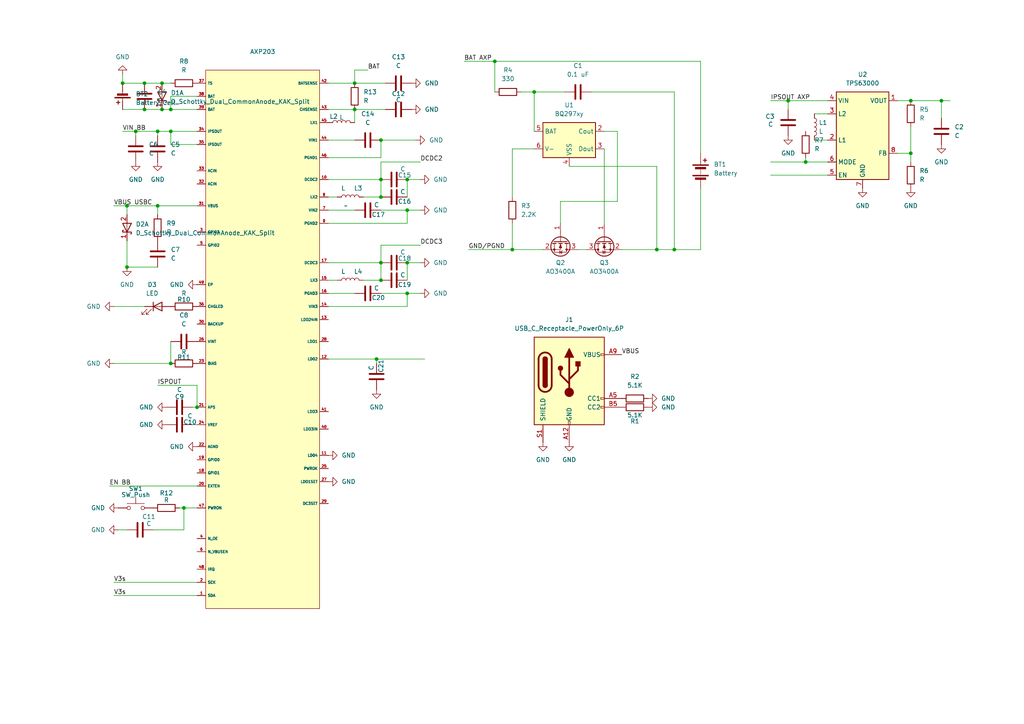
<source format=kicad_sch>
(kicad_sch
	(version 20250114)
	(generator "eeschema")
	(generator_version "9.0")
	(uuid "d21654e5-d6a3-437c-ab89-ec16ec6fd0e5")
	(paper "A4")
	(lib_symbols
		(symbol "Battery_Management:BQ297xy"
			(exclude_from_sim no)
			(in_bom yes)
			(on_board yes)
			(property "Reference" "U"
				(at -6.35 6.35 0)
				(effects
					(font
						(size 1.27 1.27)
					)
				)
			)
			(property "Value" "BQ297xy"
				(at 5.08 -6.35 0)
				(effects
					(font
						(size 1.27 1.27)
					)
				)
			)
			(property "Footprint" "Package_SON:WSON-6_1.5x1.5mm_P0.5mm"
				(at 0 8.89 0)
				(effects
					(font
						(size 1.27 1.27)
					)
					(hide yes)
				)
			)
			(property "Datasheet" "http://www.ti.com/lit/ds/symlink/bq2970.pdf"
				(at -6.35 5.08 0)
				(effects
					(font
						(size 1.27 1.27)
					)
					(hide yes)
				)
			)
			(property "Description" "Voltage and Current Protection for Single-Cell Li-Ion and Li-Polymer Batteries"
				(at 0 0 0)
				(effects
					(font
						(size 1.27 1.27)
					)
					(hide yes)
				)
			)
			(property "ki_keywords" "protection Li-Ion Li-Pol"
				(at 0 0 0)
				(effects
					(font
						(size 1.27 1.27)
					)
					(hide yes)
				)
			)
			(property "ki_fp_filters" "WSON*1.5x1.5mm*P0.5mm*"
				(at 0 0 0)
				(effects
					(font
						(size 1.27 1.27)
					)
					(hide yes)
				)
			)
			(symbol "BQ297xy_0_1"
				(rectangle
					(start -7.62 5.08)
					(end 7.62 -5.08)
					(stroke
						(width 0.254)
						(type default)
					)
					(fill
						(type background)
					)
				)
			)
			(symbol "BQ297xy_1_1"
				(pin input line
					(at -10.16 2.54 0)
					(length 2.54)
					(name "BAT"
						(effects
							(font
								(size 1.27 1.27)
							)
						)
					)
					(number "5"
						(effects
							(font
								(size 1.27 1.27)
							)
						)
					)
				)
				(pin input line
					(at -10.16 -2.54 0)
					(length 2.54)
					(name "V-"
						(effects
							(font
								(size 1.27 1.27)
							)
						)
					)
					(number "6"
						(effects
							(font
								(size 1.27 1.27)
							)
						)
					)
				)
				(pin power_in line
					(at 0 -7.62 90)
					(length 2.54)
					(name "VSS"
						(effects
							(font
								(size 1.27 1.27)
							)
						)
					)
					(number "4"
						(effects
							(font
								(size 1.27 1.27)
							)
						)
					)
				)
				(pin no_connect line
					(at 7.62 0 180)
					(length 2.54)
					(hide yes)
					(name "NC"
						(effects
							(font
								(size 1.27 1.27)
							)
						)
					)
					(number "1"
						(effects
							(font
								(size 1.27 1.27)
							)
						)
					)
				)
				(pin output line
					(at 10.16 2.54 180)
					(length 2.54)
					(name "Cout"
						(effects
							(font
								(size 1.27 1.27)
							)
						)
					)
					(number "2"
						(effects
							(font
								(size 1.27 1.27)
							)
						)
					)
				)
				(pin output line
					(at 10.16 -2.54 180)
					(length 2.54)
					(name "Dout"
						(effects
							(font
								(size 1.27 1.27)
							)
						)
					)
					(number "3"
						(effects
							(font
								(size 1.27 1.27)
							)
						)
					)
				)
			)
			(embedded_fonts no)
		)
		(symbol "Connector:USB_C_Receptacle_PowerOnly_6P"
			(pin_names
				(offset 1.016)
			)
			(exclude_from_sim no)
			(in_bom yes)
			(on_board yes)
			(property "Reference" "J"
				(at 0 16.51 0)
				(effects
					(font
						(size 1.27 1.27)
					)
					(justify bottom)
				)
			)
			(property "Value" "USB_C_Receptacle_PowerOnly_6P"
				(at 0 13.97 0)
				(effects
					(font
						(size 1.27 1.27)
					)
					(justify bottom)
				)
			)
			(property "Footprint" ""
				(at 3.81 2.54 0)
				(effects
					(font
						(size 1.27 1.27)
					)
					(hide yes)
				)
			)
			(property "Datasheet" "https://www.usb.org/sites/default/files/documents/usb_type-c.zip"
				(at 0 0 0)
				(effects
					(font
						(size 1.27 1.27)
					)
					(hide yes)
				)
			)
			(property "Description" "USB Power-Only 6P Type-C Receptacle connector"
				(at 0 0 0)
				(effects
					(font
						(size 1.27 1.27)
					)
					(hide yes)
				)
			)
			(property "ki_keywords" "usb universal serial bus type-C power-only charging-only 6P 6C"
				(at 0 0 0)
				(effects
					(font
						(size 1.27 1.27)
					)
					(hide yes)
				)
			)
			(property "ki_fp_filters" "USB*C*Receptacle*"
				(at 0 0 0)
				(effects
					(font
						(size 1.27 1.27)
					)
					(hide yes)
				)
			)
			(symbol "USB_C_Receptacle_PowerOnly_6P_0_0"
				(rectangle
					(start -0.254 -12.7)
					(end 0.254 -11.684)
					(stroke
						(width 0)
						(type default)
					)
					(fill
						(type none)
					)
				)
				(rectangle
					(start 10.16 7.874)
					(end 9.144 7.366)
					(stroke
						(width 0)
						(type default)
					)
					(fill
						(type none)
					)
				)
				(rectangle
					(start 10.16 -4.826)
					(end 9.144 -5.334)
					(stroke
						(width 0)
						(type default)
					)
					(fill
						(type none)
					)
				)
				(rectangle
					(start 10.16 -7.366)
					(end 9.144 -7.874)
					(stroke
						(width 0)
						(type default)
					)
					(fill
						(type none)
					)
				)
			)
			(symbol "USB_C_Receptacle_PowerOnly_6P_0_1"
				(rectangle
					(start -10.16 12.7)
					(end 10.16 -12.7)
					(stroke
						(width 0.254)
						(type default)
					)
					(fill
						(type background)
					)
				)
				(polyline
					(pts
						(xy -8.89 -1.27) (xy -8.89 6.35)
					)
					(stroke
						(width 0.508)
						(type default)
					)
					(fill
						(type none)
					)
				)
				(rectangle
					(start -7.62 -1.27)
					(end -6.35 6.35)
					(stroke
						(width 0.254)
						(type default)
					)
					(fill
						(type outline)
					)
				)
				(arc
					(start -7.62 6.35)
					(mid -6.985 6.9823)
					(end -6.35 6.35)
					(stroke
						(width 0.254)
						(type default)
					)
					(fill
						(type none)
					)
				)
				(arc
					(start -7.62 6.35)
					(mid -6.985 6.9823)
					(end -6.35 6.35)
					(stroke
						(width 0.254)
						(type default)
					)
					(fill
						(type outline)
					)
				)
				(arc
					(start -8.89 6.35)
					(mid -6.985 8.2467)
					(end -5.08 6.35)
					(stroke
						(width 0.508)
						(type default)
					)
					(fill
						(type none)
					)
				)
				(arc
					(start -5.08 -1.27)
					(mid -6.985 -3.1667)
					(end -8.89 -1.27)
					(stroke
						(width 0.508)
						(type default)
					)
					(fill
						(type none)
					)
				)
				(arc
					(start -6.35 -1.27)
					(mid -6.985 -1.9023)
					(end -7.62 -1.27)
					(stroke
						(width 0.254)
						(type default)
					)
					(fill
						(type none)
					)
				)
				(arc
					(start -6.35 -1.27)
					(mid -6.985 -1.9023)
					(end -7.62 -1.27)
					(stroke
						(width 0.254)
						(type default)
					)
					(fill
						(type outline)
					)
				)
				(polyline
					(pts
						(xy -5.08 6.35) (xy -5.08 -1.27)
					)
					(stroke
						(width 0.508)
						(type default)
					)
					(fill
						(type none)
					)
				)
				(circle
					(center -2.54 3.683)
					(radius 0.635)
					(stroke
						(width 0.254)
						(type default)
					)
					(fill
						(type outline)
					)
				)
				(polyline
					(pts
						(xy -1.27 6.858) (xy 0 9.398) (xy 1.27 6.858) (xy -1.27 6.858)
					)
					(stroke
						(width 0.254)
						(type default)
					)
					(fill
						(type outline)
					)
				)
				(polyline
					(pts
						(xy 0 0.508) (xy 2.54 3.048) (xy 2.54 4.318)
					)
					(stroke
						(width 0.508)
						(type default)
					)
					(fill
						(type none)
					)
				)
				(polyline
					(pts
						(xy 0 -0.762) (xy -2.54 1.778) (xy -2.54 3.048)
					)
					(stroke
						(width 0.508)
						(type default)
					)
					(fill
						(type none)
					)
				)
				(polyline
					(pts
						(xy 0 -3.302) (xy 0 6.858)
					)
					(stroke
						(width 0.508)
						(type default)
					)
					(fill
						(type none)
					)
				)
				(circle
					(center 0 -3.302)
					(radius 1.27)
					(stroke
						(width 0)
						(type default)
					)
					(fill
						(type outline)
					)
				)
				(rectangle
					(start 1.905 4.318)
					(end 3.175 5.588)
					(stroke
						(width 0.254)
						(type default)
					)
					(fill
						(type outline)
					)
				)
			)
			(symbol "USB_C_Receptacle_PowerOnly_6P_1_1"
				(pin passive line
					(at -7.62 -17.78 90)
					(length 5.08)
					(name "SHIELD"
						(effects
							(font
								(size 1.27 1.27)
							)
						)
					)
					(number "S1"
						(effects
							(font
								(size 1.27 1.27)
							)
						)
					)
				)
				(pin passive line
					(at 0 -17.78 90)
					(length 5.08)
					(name "GND"
						(effects
							(font
								(size 1.27 1.27)
							)
						)
					)
					(number "A12"
						(effects
							(font
								(size 1.27 1.27)
							)
						)
					)
				)
				(pin passive line
					(at 0 -17.78 90)
					(length 5.08)
					(hide yes)
					(name "GND"
						(effects
							(font
								(size 1.27 1.27)
							)
						)
					)
					(number "B12"
						(effects
							(font
								(size 1.27 1.27)
							)
						)
					)
				)
				(pin passive line
					(at 15.24 7.62 180)
					(length 5.08)
					(name "VBUS"
						(effects
							(font
								(size 1.27 1.27)
							)
						)
					)
					(number "A9"
						(effects
							(font
								(size 1.27 1.27)
							)
						)
					)
				)
				(pin passive line
					(at 15.24 7.62 180)
					(length 5.08)
					(hide yes)
					(name "VBUS"
						(effects
							(font
								(size 1.27 1.27)
							)
						)
					)
					(number "B9"
						(effects
							(font
								(size 1.27 1.27)
							)
						)
					)
				)
				(pin bidirectional line
					(at 15.24 -5.08 180)
					(length 5.08)
					(name "CC1"
						(effects
							(font
								(size 1.27 1.27)
							)
						)
					)
					(number "A5"
						(effects
							(font
								(size 1.27 1.27)
							)
						)
					)
				)
				(pin bidirectional line
					(at 15.24 -7.62 180)
					(length 5.08)
					(name "CC2"
						(effects
							(font
								(size 1.27 1.27)
							)
						)
					)
					(number "B5"
						(effects
							(font
								(size 1.27 1.27)
							)
						)
					)
				)
			)
			(embedded_fonts no)
		)
		(symbol "Device:Battery"
			(pin_numbers
				(hide yes)
			)
			(pin_names
				(offset 0)
				(hide yes)
			)
			(exclude_from_sim no)
			(in_bom yes)
			(on_board yes)
			(property "Reference" "BT"
				(at 2.54 2.54 0)
				(effects
					(font
						(size 1.27 1.27)
					)
					(justify left)
				)
			)
			(property "Value" "Battery"
				(at 2.54 0 0)
				(effects
					(font
						(size 1.27 1.27)
					)
					(justify left)
				)
			)
			(property "Footprint" ""
				(at 0 1.524 90)
				(effects
					(font
						(size 1.27 1.27)
					)
					(hide yes)
				)
			)
			(property "Datasheet" "~"
				(at 0 1.524 90)
				(effects
					(font
						(size 1.27 1.27)
					)
					(hide yes)
				)
			)
			(property "Description" "Multiple-cell battery"
				(at 0 0 0)
				(effects
					(font
						(size 1.27 1.27)
					)
					(hide yes)
				)
			)
			(property "ki_keywords" "batt voltage-source cell"
				(at 0 0 0)
				(effects
					(font
						(size 1.27 1.27)
					)
					(hide yes)
				)
			)
			(symbol "Battery_0_1"
				(rectangle
					(start -2.286 1.778)
					(end 2.286 1.524)
					(stroke
						(width 0)
						(type default)
					)
					(fill
						(type outline)
					)
				)
				(rectangle
					(start -2.286 -1.27)
					(end 2.286 -1.524)
					(stroke
						(width 0)
						(type default)
					)
					(fill
						(type outline)
					)
				)
				(rectangle
					(start -1.524 1.016)
					(end 1.524 0.508)
					(stroke
						(width 0)
						(type default)
					)
					(fill
						(type outline)
					)
				)
				(rectangle
					(start -1.524 -2.032)
					(end 1.524 -2.54)
					(stroke
						(width 0)
						(type default)
					)
					(fill
						(type outline)
					)
				)
				(polyline
					(pts
						(xy 0 1.778) (xy 0 2.54)
					)
					(stroke
						(width 0)
						(type default)
					)
					(fill
						(type none)
					)
				)
				(polyline
					(pts
						(xy 0 0) (xy 0 0.254)
					)
					(stroke
						(width 0)
						(type default)
					)
					(fill
						(type none)
					)
				)
				(polyline
					(pts
						(xy 0 -0.508) (xy 0 -0.254)
					)
					(stroke
						(width 0)
						(type default)
					)
					(fill
						(type none)
					)
				)
				(polyline
					(pts
						(xy 0 -1.016) (xy 0 -0.762)
					)
					(stroke
						(width 0)
						(type default)
					)
					(fill
						(type none)
					)
				)
				(polyline
					(pts
						(xy 0.762 3.048) (xy 1.778 3.048)
					)
					(stroke
						(width 0.254)
						(type default)
					)
					(fill
						(type none)
					)
				)
				(polyline
					(pts
						(xy 1.27 3.556) (xy 1.27 2.54)
					)
					(stroke
						(width 0.254)
						(type default)
					)
					(fill
						(type none)
					)
				)
			)
			(symbol "Battery_1_1"
				(pin passive line
					(at 0 5.08 270)
					(length 2.54)
					(name "+"
						(effects
							(font
								(size 1.27 1.27)
							)
						)
					)
					(number "1"
						(effects
							(font
								(size 1.27 1.27)
							)
						)
					)
				)
				(pin passive line
					(at 0 -5.08 90)
					(length 2.54)
					(name "-"
						(effects
							(font
								(size 1.27 1.27)
							)
						)
					)
					(number "2"
						(effects
							(font
								(size 1.27 1.27)
							)
						)
					)
				)
			)
			(embedded_fonts no)
		)
		(symbol "Device:Battery_Cell"
			(pin_numbers
				(hide yes)
			)
			(pin_names
				(offset 0)
				(hide yes)
			)
			(exclude_from_sim no)
			(in_bom yes)
			(on_board yes)
			(property "Reference" "BT"
				(at 2.54 2.54 0)
				(effects
					(font
						(size 1.27 1.27)
					)
					(justify left)
				)
			)
			(property "Value" "Battery_Cell"
				(at 2.54 0 0)
				(effects
					(font
						(size 1.27 1.27)
					)
					(justify left)
				)
			)
			(property "Footprint" ""
				(at 0 1.524 90)
				(effects
					(font
						(size 1.27 1.27)
					)
					(hide yes)
				)
			)
			(property "Datasheet" "~"
				(at 0 1.524 90)
				(effects
					(font
						(size 1.27 1.27)
					)
					(hide yes)
				)
			)
			(property "Description" "Single-cell battery"
				(at 0 0 0)
				(effects
					(font
						(size 1.27 1.27)
					)
					(hide yes)
				)
			)
			(property "ki_keywords" "battery cell"
				(at 0 0 0)
				(effects
					(font
						(size 1.27 1.27)
					)
					(hide yes)
				)
			)
			(symbol "Battery_Cell_0_1"
				(rectangle
					(start -2.286 1.778)
					(end 2.286 1.524)
					(stroke
						(width 0)
						(type default)
					)
					(fill
						(type outline)
					)
				)
				(rectangle
					(start -1.524 1.016)
					(end 1.524 0.508)
					(stroke
						(width 0)
						(type default)
					)
					(fill
						(type outline)
					)
				)
				(polyline
					(pts
						(xy 0 1.778) (xy 0 2.54)
					)
					(stroke
						(width 0)
						(type default)
					)
					(fill
						(type none)
					)
				)
				(polyline
					(pts
						(xy 0 0.762) (xy 0 0)
					)
					(stroke
						(width 0)
						(type default)
					)
					(fill
						(type none)
					)
				)
				(polyline
					(pts
						(xy 0.762 3.048) (xy 1.778 3.048)
					)
					(stroke
						(width 0.254)
						(type default)
					)
					(fill
						(type none)
					)
				)
				(polyline
					(pts
						(xy 1.27 3.556) (xy 1.27 2.54)
					)
					(stroke
						(width 0.254)
						(type default)
					)
					(fill
						(type none)
					)
				)
			)
			(symbol "Battery_Cell_1_1"
				(pin passive line
					(at 0 5.08 270)
					(length 2.54)
					(name "+"
						(effects
							(font
								(size 1.27 1.27)
							)
						)
					)
					(number "1"
						(effects
							(font
								(size 1.27 1.27)
							)
						)
					)
				)
				(pin passive line
					(at 0 -2.54 90)
					(length 2.54)
					(name "-"
						(effects
							(font
								(size 1.27 1.27)
							)
						)
					)
					(number "2"
						(effects
							(font
								(size 1.27 1.27)
							)
						)
					)
				)
			)
			(embedded_fonts no)
		)
		(symbol "Device:C"
			(pin_numbers
				(hide yes)
			)
			(pin_names
				(offset 0.254)
			)
			(exclude_from_sim no)
			(in_bom yes)
			(on_board yes)
			(property "Reference" "C"
				(at 0.635 2.54 0)
				(effects
					(font
						(size 1.27 1.27)
					)
					(justify left)
				)
			)
			(property "Value" "C"
				(at 0.635 -2.54 0)
				(effects
					(font
						(size 1.27 1.27)
					)
					(justify left)
				)
			)
			(property "Footprint" ""
				(at 0.9652 -3.81 0)
				(effects
					(font
						(size 1.27 1.27)
					)
					(hide yes)
				)
			)
			(property "Datasheet" "~"
				(at 0 0 0)
				(effects
					(font
						(size 1.27 1.27)
					)
					(hide yes)
				)
			)
			(property "Description" "Unpolarized capacitor"
				(at 0 0 0)
				(effects
					(font
						(size 1.27 1.27)
					)
					(hide yes)
				)
			)
			(property "ki_keywords" "cap capacitor"
				(at 0 0 0)
				(effects
					(font
						(size 1.27 1.27)
					)
					(hide yes)
				)
			)
			(property "ki_fp_filters" "C_*"
				(at 0 0 0)
				(effects
					(font
						(size 1.27 1.27)
					)
					(hide yes)
				)
			)
			(symbol "C_0_1"
				(polyline
					(pts
						(xy -2.032 0.762) (xy 2.032 0.762)
					)
					(stroke
						(width 0.508)
						(type default)
					)
					(fill
						(type none)
					)
				)
				(polyline
					(pts
						(xy -2.032 -0.762) (xy 2.032 -0.762)
					)
					(stroke
						(width 0.508)
						(type default)
					)
					(fill
						(type none)
					)
				)
			)
			(symbol "C_1_1"
				(pin passive line
					(at 0 3.81 270)
					(length 2.794)
					(name "~"
						(effects
							(font
								(size 1.27 1.27)
							)
						)
					)
					(number "1"
						(effects
							(font
								(size 1.27 1.27)
							)
						)
					)
				)
				(pin passive line
					(at 0 -3.81 90)
					(length 2.794)
					(name "~"
						(effects
							(font
								(size 1.27 1.27)
							)
						)
					)
					(number "2"
						(effects
							(font
								(size 1.27 1.27)
							)
						)
					)
				)
			)
			(embedded_fonts no)
		)
		(symbol "Device:D_Schottky_Dual_CommonAnode_KAK_Split"
			(pin_names
				(offset 0.762)
				(hide yes)
			)
			(exclude_from_sim no)
			(in_bom yes)
			(on_board yes)
			(property "Reference" "D"
				(at 0 2.54 0)
				(effects
					(font
						(size 1.27 1.27)
					)
				)
			)
			(property "Value" "D_Schottky_Dual_CommonAnode_KAK_Split"
				(at 0 -2.54 0)
				(effects
					(font
						(size 1.27 1.27)
					)
				)
			)
			(property "Footprint" ""
				(at -2.54 -2.54 0)
				(effects
					(font
						(size 1.27 1.27)
					)
					(hide yes)
				)
			)
			(property "Datasheet" "~"
				(at -2.54 -2.54 0)
				(effects
					(font
						(size 1.27 1.27)
					)
					(hide yes)
				)
			)
			(property "Description" "Dual Schottky diode, common anode on pin 1"
				(at 0 0 0)
				(effects
					(font
						(size 1.27 1.27)
					)
					(hide yes)
				)
			)
			(property "ki_locked" ""
				(at 0 0 0)
				(effects
					(font
						(size 1.27 1.27)
					)
				)
			)
			(property "ki_keywords" "diode"
				(at 0 0 0)
				(effects
					(font
						(size 1.27 1.27)
					)
					(hide yes)
				)
			)
			(symbol "D_Schottky_Dual_CommonAnode_KAK_Split_0_1"
				(polyline
					(pts
						(xy -1.27 1.27) (xy 1.27 0) (xy -1.27 -1.27) (xy -1.27 1.27) (xy -1.27 1.27) (xy -1.27 1.27)
					)
					(stroke
						(width 0.254)
						(type default)
					)
					(fill
						(type none)
					)
				)
				(polyline
					(pts
						(xy 1.27 0) (xy -1.27 0)
					)
					(stroke
						(width 0)
						(type default)
					)
					(fill
						(type none)
					)
				)
				(polyline
					(pts
						(xy 1.778 1.016) (xy 1.778 1.27) (xy 1.27 1.27) (xy 1.27 -1.27) (xy 0.762 -1.27) (xy 0.762 -1.016)
					)
					(stroke
						(width 0.254)
						(type default)
					)
					(fill
						(type none)
					)
				)
				(pin passive line
					(at -3.81 0 0)
					(length 2.54)
					(name "A"
						(effects
							(font
								(size 1.27 1.27)
							)
						)
					)
					(number "2"
						(effects
							(font
								(size 1.27 1.27)
							)
						)
					)
				)
			)
			(symbol "D_Schottky_Dual_CommonAnode_KAK_Split_1_1"
				(pin passive line
					(at 3.81 0 180)
					(length 2.54)
					(name "K"
						(effects
							(font
								(size 1.27 1.27)
							)
						)
					)
					(number "1"
						(effects
							(font
								(size 1.27 1.27)
							)
						)
					)
				)
			)
			(symbol "D_Schottky_Dual_CommonAnode_KAK_Split_2_1"
				(pin passive line
					(at 3.81 0 180)
					(length 2.54)
					(name "K"
						(effects
							(font
								(size 1.27 1.27)
							)
						)
					)
					(number "3"
						(effects
							(font
								(size 1.27 1.27)
							)
						)
					)
				)
			)
			(embedded_fonts no)
		)
		(symbol "Device:L"
			(pin_numbers
				(hide yes)
			)
			(pin_names
				(offset 1.016)
				(hide yes)
			)
			(exclude_from_sim no)
			(in_bom yes)
			(on_board yes)
			(property "Reference" "L"
				(at -1.27 0 90)
				(effects
					(font
						(size 1.27 1.27)
					)
				)
			)
			(property "Value" "L"
				(at 1.905 0 90)
				(effects
					(font
						(size 1.27 1.27)
					)
				)
			)
			(property "Footprint" ""
				(at 0 0 0)
				(effects
					(font
						(size 1.27 1.27)
					)
					(hide yes)
				)
			)
			(property "Datasheet" "~"
				(at 0 0 0)
				(effects
					(font
						(size 1.27 1.27)
					)
					(hide yes)
				)
			)
			(property "Description" "Inductor"
				(at 0 0 0)
				(effects
					(font
						(size 1.27 1.27)
					)
					(hide yes)
				)
			)
			(property "ki_keywords" "inductor choke coil reactor magnetic"
				(at 0 0 0)
				(effects
					(font
						(size 1.27 1.27)
					)
					(hide yes)
				)
			)
			(property "ki_fp_filters" "Choke_* *Coil* Inductor_* L_*"
				(at 0 0 0)
				(effects
					(font
						(size 1.27 1.27)
					)
					(hide yes)
				)
			)
			(symbol "L_0_1"
				(arc
					(start 0 2.54)
					(mid 0.6323 1.905)
					(end 0 1.27)
					(stroke
						(width 0)
						(type default)
					)
					(fill
						(type none)
					)
				)
				(arc
					(start 0 1.27)
					(mid 0.6323 0.635)
					(end 0 0)
					(stroke
						(width 0)
						(type default)
					)
					(fill
						(type none)
					)
				)
				(arc
					(start 0 0)
					(mid 0.6323 -0.635)
					(end 0 -1.27)
					(stroke
						(width 0)
						(type default)
					)
					(fill
						(type none)
					)
				)
				(arc
					(start 0 -1.27)
					(mid 0.6323 -1.905)
					(end 0 -2.54)
					(stroke
						(width 0)
						(type default)
					)
					(fill
						(type none)
					)
				)
			)
			(symbol "L_1_1"
				(pin passive line
					(at 0 3.81 270)
					(length 1.27)
					(name "1"
						(effects
							(font
								(size 1.27 1.27)
							)
						)
					)
					(number "1"
						(effects
							(font
								(size 1.27 1.27)
							)
						)
					)
				)
				(pin passive line
					(at 0 -3.81 90)
					(length 1.27)
					(name "2"
						(effects
							(font
								(size 1.27 1.27)
							)
						)
					)
					(number "2"
						(effects
							(font
								(size 1.27 1.27)
							)
						)
					)
				)
			)
			(embedded_fonts no)
		)
		(symbol "Device:LED"
			(pin_numbers
				(hide yes)
			)
			(pin_names
				(offset 1.016)
				(hide yes)
			)
			(exclude_from_sim no)
			(in_bom yes)
			(on_board yes)
			(property "Reference" "D"
				(at 0 2.54 0)
				(effects
					(font
						(size 1.27 1.27)
					)
				)
			)
			(property "Value" "LED"
				(at 0 -2.54 0)
				(effects
					(font
						(size 1.27 1.27)
					)
				)
			)
			(property "Footprint" ""
				(at 0 0 0)
				(effects
					(font
						(size 1.27 1.27)
					)
					(hide yes)
				)
			)
			(property "Datasheet" "~"
				(at 0 0 0)
				(effects
					(font
						(size 1.27 1.27)
					)
					(hide yes)
				)
			)
			(property "Description" "Light emitting diode"
				(at 0 0 0)
				(effects
					(font
						(size 1.27 1.27)
					)
					(hide yes)
				)
			)
			(property "Sim.Pins" "1=K 2=A"
				(at 0 0 0)
				(effects
					(font
						(size 1.27 1.27)
					)
					(hide yes)
				)
			)
			(property "ki_keywords" "LED diode"
				(at 0 0 0)
				(effects
					(font
						(size 1.27 1.27)
					)
					(hide yes)
				)
			)
			(property "ki_fp_filters" "LED* LED_SMD:* LED_THT:*"
				(at 0 0 0)
				(effects
					(font
						(size 1.27 1.27)
					)
					(hide yes)
				)
			)
			(symbol "LED_0_1"
				(polyline
					(pts
						(xy -3.048 -0.762) (xy -4.572 -2.286) (xy -3.81 -2.286) (xy -4.572 -2.286) (xy -4.572 -1.524)
					)
					(stroke
						(width 0)
						(type default)
					)
					(fill
						(type none)
					)
				)
				(polyline
					(pts
						(xy -1.778 -0.762) (xy -3.302 -2.286) (xy -2.54 -2.286) (xy -3.302 -2.286) (xy -3.302 -1.524)
					)
					(stroke
						(width 0)
						(type default)
					)
					(fill
						(type none)
					)
				)
				(polyline
					(pts
						(xy -1.27 0) (xy 1.27 0)
					)
					(stroke
						(width 0)
						(type default)
					)
					(fill
						(type none)
					)
				)
				(polyline
					(pts
						(xy -1.27 -1.27) (xy -1.27 1.27)
					)
					(stroke
						(width 0.254)
						(type default)
					)
					(fill
						(type none)
					)
				)
				(polyline
					(pts
						(xy 1.27 -1.27) (xy 1.27 1.27) (xy -1.27 0) (xy 1.27 -1.27)
					)
					(stroke
						(width 0.254)
						(type default)
					)
					(fill
						(type none)
					)
				)
			)
			(symbol "LED_1_1"
				(pin passive line
					(at -3.81 0 0)
					(length 2.54)
					(name "K"
						(effects
							(font
								(size 1.27 1.27)
							)
						)
					)
					(number "1"
						(effects
							(font
								(size 1.27 1.27)
							)
						)
					)
				)
				(pin passive line
					(at 3.81 0 180)
					(length 2.54)
					(name "A"
						(effects
							(font
								(size 1.27 1.27)
							)
						)
					)
					(number "2"
						(effects
							(font
								(size 1.27 1.27)
							)
						)
					)
				)
			)
			(embedded_fonts no)
		)
		(symbol "Device:R"
			(pin_numbers
				(hide yes)
			)
			(pin_names
				(offset 0)
			)
			(exclude_from_sim no)
			(in_bom yes)
			(on_board yes)
			(property "Reference" "R"
				(at 2.032 0 90)
				(effects
					(font
						(size 1.27 1.27)
					)
				)
			)
			(property "Value" "R"
				(at 0 0 90)
				(effects
					(font
						(size 1.27 1.27)
					)
				)
			)
			(property "Footprint" ""
				(at -1.778 0 90)
				(effects
					(font
						(size 1.27 1.27)
					)
					(hide yes)
				)
			)
			(property "Datasheet" "~"
				(at 0 0 0)
				(effects
					(font
						(size 1.27 1.27)
					)
					(hide yes)
				)
			)
			(property "Description" "Resistor"
				(at 0 0 0)
				(effects
					(font
						(size 1.27 1.27)
					)
					(hide yes)
				)
			)
			(property "ki_keywords" "R res resistor"
				(at 0 0 0)
				(effects
					(font
						(size 1.27 1.27)
					)
					(hide yes)
				)
			)
			(property "ki_fp_filters" "R_*"
				(at 0 0 0)
				(effects
					(font
						(size 1.27 1.27)
					)
					(hide yes)
				)
			)
			(symbol "R_0_1"
				(rectangle
					(start -1.016 -2.54)
					(end 1.016 2.54)
					(stroke
						(width 0.254)
						(type default)
					)
					(fill
						(type none)
					)
				)
			)
			(symbol "R_1_1"
				(pin passive line
					(at 0 3.81 270)
					(length 1.27)
					(name "~"
						(effects
							(font
								(size 1.27 1.27)
							)
						)
					)
					(number "1"
						(effects
							(font
								(size 1.27 1.27)
							)
						)
					)
				)
				(pin passive line
					(at 0 -3.81 90)
					(length 1.27)
					(name "~"
						(effects
							(font
								(size 1.27 1.27)
							)
						)
					)
					(number "2"
						(effects
							(font
								(size 1.27 1.27)
							)
						)
					)
				)
			)
			(embedded_fonts no)
		)
		(symbol "Regulator_Switching:TPS63000"
			(exclude_from_sim no)
			(in_bom yes)
			(on_board yes)
			(property "Reference" "U2"
				(at 0 17.78 0)
				(effects
					(font
						(size 1.27 1.27)
					)
				)
			)
			(property "Value" "TPS63000"
				(at 0 15.24 0)
				(effects
					(font
						(size 1.27 1.27)
					)
				)
			)
			(property "Footprint" "Package_SON:Texas_DRC0010J_ThermalVias"
				(at 21.59 -13.97 0)
				(effects
					(font
						(size 1.27 1.27)
					)
					(hide yes)
				)
			)
			(property "Datasheet" "http://www.ti.com/lit/ds/symlink/tps63000.pdf"
				(at -7.62 13.97 0)
				(effects
					(font
						(size 1.27 1.27)
					)
					(hide yes)
				)
			)
			(property "Description" "Buck-Boost Converter, 1.8-5.5V Input Voltage, 1.8A Switch Current, Adjustable 1.2-5.5V Output Voltage, VSON-10"
				(at 0 0 0)
				(effects
					(font
						(size 1.27 1.27)
					)
					(hide yes)
				)
			)
			(property "ki_keywords" "Buck-Boost adjustable converter"
				(at 0 0 0)
				(effects
					(font
						(size 1.27 1.27)
					)
					(hide yes)
				)
			)
			(property "ki_fp_filters" "Texas*DRC0010J*"
				(at 0 0 0)
				(effects
					(font
						(size 1.27 1.27)
					)
					(hide yes)
				)
			)
			(symbol "TPS63000_0_1"
				(rectangle
					(start -7.62 12.7)
					(end 7.62 -12.7)
					(stroke
						(width 0.254)
						(type default)
					)
					(fill
						(type background)
					)
				)
			)
			(symbol "TPS63000_1_1"
				(pin power_in line
					(at -10.16 10.16 0)
					(length 2.54)
					(name "VIN"
						(effects
							(font
								(size 1.27 1.27)
							)
						)
					)
					(number "4"
						(effects
							(font
								(size 1.27 1.27)
							)
						)
					)
				)
				(pin input line
					(at -10.16 6.35 0)
					(length 2.54)
					(name "L2"
						(effects
							(font
								(size 1.27 1.27)
							)
						)
					)
					(number "3"
						(effects
							(font
								(size 1.27 1.27)
							)
						)
					)
				)
				(pin input line
					(at -10.16 -1.27 0)
					(length 2.54)
					(name "L1"
						(effects
							(font
								(size 1.27 1.27)
							)
						)
					)
					(number "2"
						(effects
							(font
								(size 1.27 1.27)
							)
						)
					)
				)
				(pin input line
					(at -10.16 -7.62 0)
					(length 2.54)
					(name "MODE"
						(effects
							(font
								(size 1.27 1.27)
							)
						)
					)
					(number "6"
						(effects
							(font
								(size 1.27 1.27)
							)
						)
					)
				)
				(pin input line
					(at -10.16 -11.43 0)
					(length 2.54)
					(name "EN"
						(effects
							(font
								(size 1.27 1.27)
							)
						)
					)
					(number "5"
						(effects
							(font
								(size 1.27 1.27)
							)
						)
					)
				)
				(pin power_in line
					(at 0 -15.24 90)
					(length 2.54)
					(name "GND"
						(effects
							(font
								(size 1.27 1.27)
							)
						)
					)
					(number "7"
						(effects
							(font
								(size 1.27 1.27)
							)
						)
					)
				)
				(pin power_out line
					(at 10.16 10.16 180)
					(length 2.54)
					(name "VOUT"
						(effects
							(font
								(size 1.27 1.27)
							)
						)
					)
					(number "1"
						(effects
							(font
								(size 1.27 1.27)
							)
						)
					)
				)
				(pin power_in line
					(at 10.16 -5.08 180)
					(length 2.54)
					(name "FB"
						(effects
							(font
								(size 1.27 1.27)
							)
						)
					)
					(number "8"
						(effects
							(font
								(size 1.27 1.27)
							)
						)
					)
				)
			)
			(embedded_fonts no)
		)
		(symbol "Senior:AXP203"
			(exclude_from_sim no)
			(in_bom yes)
			(on_board yes)
			(property "Reference" "AXP203"
				(at 0 61.214 0)
				(effects
					(font
						(size 1.27 1.27)
					)
				)
			)
			(property "Value" "~"
				(at 24.13 16.5167 0)
				(effects
					(font
						(size 1.27 1.27)
					)
				)
			)
			(property "Footprint" ""
				(at 0 0 0)
				(effects
					(font
						(size 1.27 1.27)
					)
					(hide yes)
				)
			)
			(property "Datasheet" ""
				(at 0 0 0)
				(effects
					(font
						(size 1.27 1.27)
					)
					(hide yes)
				)
			)
			(property "Description" ""
				(at 0 0 0)
				(effects
					(font
						(size 1.27 1.27)
					)
					(hide yes)
				)
			)
			(symbol "AXP203_0_1"
				(rectangle
					(start -16.51 55.88)
					(end 16.51 -100.33)
					(stroke
						(width 0)
						(type default)
					)
					(fill
						(type color)
						(color 255 255 194 1)
					)
				)
			)
			(symbol "AXP203_1_1"
				(pin input line
					(at -19.05 52.07 0)
					(length 2.54)
					(name "TS"
						(effects
							(font
								(size 0.762 0.762)
							)
						)
					)
					(number "37"
						(effects
							(font
								(size 0.762 0.762)
							)
						)
					)
				)
				(pin input line
					(at -19.05 48.26 0)
					(length 2.54)
					(name "BAT"
						(effects
							(font
								(size 0.762 0.762)
							)
						)
					)
					(number "38"
						(effects
							(font
								(size 0.762 0.762)
							)
						)
					)
				)
				(pin input line
					(at -19.05 44.45 0)
					(length 2.54)
					(name "BAT"
						(effects
							(font
								(size 0.762 0.762)
							)
						)
					)
					(number "39"
						(effects
							(font
								(size 0.762 0.762)
							)
						)
					)
				)
				(pin input line
					(at -19.05 38.1 0)
					(length 2.54)
					(name "IPSOUT"
						(effects
							(font
								(size 0.762 0.762)
							)
						)
					)
					(number "34"
						(effects
							(font
								(size 0.762 0.762)
							)
						)
					)
				)
				(pin input line
					(at -19.05 34.29 0)
					(length 2.54)
					(name "IPSOUT"
						(effects
							(font
								(size 0.762 0.762)
							)
						)
					)
					(number "35"
						(effects
							(font
								(size 0.762 0.762)
							)
						)
					)
				)
				(pin input line
					(at -19.05 26.67 0)
					(length 2.54)
					(name "ACIN"
						(effects
							(font
								(size 0.762 0.762)
							)
						)
					)
					(number "33"
						(effects
							(font
								(size 0.762 0.762)
							)
						)
					)
				)
				(pin input line
					(at -19.05 22.86 0)
					(length 2.54)
					(name "ACIN"
						(effects
							(font
								(size 0.762 0.762)
							)
						)
					)
					(number "32"
						(effects
							(font
								(size 0.762 0.762)
							)
						)
					)
				)
				(pin input line
					(at -19.05 16.51 0)
					(length 2.54)
					(name "VBUS"
						(effects
							(font
								(size 0.762 0.762)
							)
						)
					)
					(number "31"
						(effects
							(font
								(size 0.762 0.762)
							)
						)
					)
				)
				(pin input line
					(at -19.05 8.89 0)
					(length 2.54)
					(name "GPI03"
						(effects
							(font
								(size 0.762 0.762)
							)
						)
					)
					(number "3"
						(effects
							(font
								(size 0.762 0.762)
							)
						)
					)
				)
				(pin input line
					(at -19.05 5.08 0)
					(length 2.54)
					(name "GPI02"
						(effects
							(font
								(size 0.762 0.762)
							)
						)
					)
					(number "5"
						(effects
							(font
								(size 0.762 0.762)
							)
						)
					)
				)
				(pin input line
					(at -19.05 -6.35 0)
					(length 2.54)
					(name "EP"
						(effects
							(font
								(size 0.762 0.762)
							)
						)
					)
					(number "49"
						(effects
							(font
								(size 0.762 0.762)
							)
						)
					)
				)
				(pin input line
					(at -19.05 -12.7 0)
					(length 2.54)
					(name "CHGLED"
						(effects
							(font
								(size 0.762 0.762)
							)
						)
					)
					(number "36"
						(effects
							(font
								(size 0.762 0.762)
							)
						)
					)
				)
				(pin input line
					(at -19.05 -17.78 0)
					(length 2.54)
					(name "BACKUP"
						(effects
							(font
								(size 0.762 0.762)
							)
						)
					)
					(number "30"
						(effects
							(font
								(size 0.762 0.762)
							)
						)
					)
				)
				(pin input line
					(at -19.05 -22.86 0)
					(length 2.54)
					(name "VINT"
						(effects
							(font
								(size 0.762 0.762)
							)
						)
					)
					(number "26"
						(effects
							(font
								(size 0.762 0.762)
							)
						)
					)
				)
				(pin input line
					(at -19.05 -29.21 0)
					(length 2.54)
					(name "BIAS"
						(effects
							(font
								(size 0.762 0.762)
							)
						)
					)
					(number "23"
						(effects
							(font
								(size 0.762 0.762)
							)
						)
					)
				)
				(pin input line
					(at -19.05 -41.91 0)
					(length 2.54)
					(name "APS"
						(effects
							(font
								(size 0.762 0.762)
							)
						)
					)
					(number "21"
						(effects
							(font
								(size 0.762 0.762)
							)
						)
					)
				)
				(pin input line
					(at -19.05 -46.99 0)
					(length 2.54)
					(name "VREF"
						(effects
							(font
								(size 0.762 0.762)
							)
						)
					)
					(number "24"
						(effects
							(font
								(size 0.762 0.762)
							)
						)
					)
				)
				(pin input line
					(at -19.05 -53.34 0)
					(length 2.54)
					(name "AGND"
						(effects
							(font
								(size 0.762 0.762)
							)
						)
					)
					(number "22"
						(effects
							(font
								(size 0.762 0.762)
							)
						)
					)
				)
				(pin input line
					(at -19.05 -57.15 0)
					(length 2.54)
					(name "GPIO0"
						(effects
							(font
								(size 0.762 0.762)
							)
						)
					)
					(number "19"
						(effects
							(font
								(size 0.762 0.762)
							)
						)
					)
				)
				(pin input line
					(at -19.05 -60.96 0)
					(length 2.54)
					(name "GPIO1"
						(effects
							(font
								(size 0.762 0.762)
							)
						)
					)
					(number "18"
						(effects
							(font
								(size 0.762 0.762)
							)
						)
					)
				)
				(pin input line
					(at -19.05 -64.77 0)
					(length 2.54)
					(name "EXTEN"
						(effects
							(font
								(size 0.762 0.762)
							)
						)
					)
					(number "20"
						(effects
							(font
								(size 0.762 0.762)
							)
						)
					)
				)
				(pin input line
					(at -19.05 -71.12 0)
					(length 2.54)
					(name "PWRON"
						(effects
							(font
								(size 0.762 0.762)
							)
						)
					)
					(number "47"
						(effects
							(font
								(size 0.762 0.762)
							)
						)
					)
				)
				(pin input line
					(at -19.05 -80.01 0)
					(length 2.54)
					(name "N_OE"
						(effects
							(font
								(size 0.762 0.762)
							)
						)
					)
					(number "4"
						(effects
							(font
								(size 0.762 0.762)
							)
						)
					)
				)
				(pin input line
					(at -19.05 -83.82 0)
					(length 2.54)
					(name "N_VBUSEN"
						(effects
							(font
								(size 0.762 0.762)
							)
						)
					)
					(number "6"
						(effects
							(font
								(size 0.762 0.762)
							)
						)
					)
				)
				(pin input line
					(at -19.05 -88.9 0)
					(length 2.54)
					(name "IRQ"
						(effects
							(font
								(size 0.762 0.762)
							)
						)
					)
					(number "48"
						(effects
							(font
								(size 0.762 0.762)
							)
						)
					)
				)
				(pin input line
					(at -19.05 -92.71 0)
					(length 2.54)
					(name "SCK"
						(effects
							(font
								(size 0.762 0.762)
							)
						)
					)
					(number "2"
						(effects
							(font
								(size 0.762 0.762)
							)
						)
					)
				)
				(pin input line
					(at -19.05 -96.52 0)
					(length 2.54)
					(name "SDA"
						(effects
							(font
								(size 0.762 0.762)
							)
						)
					)
					(number "1"
						(effects
							(font
								(size 0.762 0.762)
							)
						)
					)
				)
				(pin input line
					(at 19.05 52.07 180)
					(length 2.54)
					(name "BATSENSE"
						(effects
							(font
								(size 0.762 0.762)
							)
						)
					)
					(number "42"
						(effects
							(font
								(size 0.762 0.762)
							)
						)
					)
				)
				(pin input line
					(at 19.05 44.45 180)
					(length 2.54)
					(name "CHSENSE"
						(effects
							(font
								(size 0.762 0.762)
							)
						)
					)
					(number "43"
						(effects
							(font
								(size 0.762 0.762)
							)
						)
					)
				)
				(pin input line
					(at 19.05 40.64 180)
					(length 2.54)
					(name "LX1"
						(effects
							(font
								(size 0.762 0.762)
							)
						)
					)
					(number "45"
						(effects
							(font
								(size 0.762 0.762)
							)
						)
					)
				)
				(pin input line
					(at 19.05 35.56 180)
					(length 2.54)
					(name "VIN1"
						(effects
							(font
								(size 0.762 0.762)
							)
						)
					)
					(number "44"
						(effects
							(font
								(size 0.762 0.762)
							)
						)
					)
				)
				(pin input line
					(at 19.05 30.48 180)
					(length 2.54)
					(name "PGND1"
						(effects
							(font
								(size 0.762 0.762)
							)
						)
					)
					(number "46"
						(effects
							(font
								(size 0.762 0.762)
							)
						)
					)
				)
				(pin input line
					(at 19.05 24.13 180)
					(length 2.54)
					(name "DCDC2"
						(effects
							(font
								(size 0.762 0.762)
							)
						)
					)
					(number "10"
						(effects
							(font
								(size 0.762 0.762)
							)
						)
					)
				)
				(pin input line
					(at 19.05 19.05 180)
					(length 2.54)
					(name "LX2"
						(effects
							(font
								(size 0.762 0.762)
							)
						)
					)
					(number "8"
						(effects
							(font
								(size 0.762 0.762)
							)
						)
					)
				)
				(pin input line
					(at 19.05 15.24 180)
					(length 2.54)
					(name "VIN2"
						(effects
							(font
								(size 0.762 0.762)
							)
						)
					)
					(number "7"
						(effects
							(font
								(size 0.762 0.762)
							)
						)
					)
				)
				(pin input line
					(at 19.05 11.43 180)
					(length 2.54)
					(name "PGND2"
						(effects
							(font
								(size 0.762 0.762)
							)
						)
					)
					(number "9"
						(effects
							(font
								(size 0.762 0.762)
							)
						)
					)
				)
				(pin input line
					(at 19.05 0 180)
					(length 2.54)
					(name "DCDC3"
						(effects
							(font
								(size 0.762 0.762)
							)
						)
					)
					(number "17"
						(effects
							(font
								(size 0.762 0.762)
							)
						)
					)
				)
				(pin input line
					(at 19.05 -5.08 180)
					(length 2.54)
					(name "LX3"
						(effects
							(font
								(size 0.762 0.762)
							)
						)
					)
					(number "15"
						(effects
							(font
								(size 0.762 0.762)
							)
						)
					)
				)
				(pin input line
					(at 19.05 -8.89 180)
					(length 2.54)
					(name "PGND3"
						(effects
							(font
								(size 0.762 0.762)
							)
						)
					)
					(number "16"
						(effects
							(font
								(size 0.762 0.762)
							)
						)
					)
				)
				(pin input line
					(at 19.05 -12.7 180)
					(length 2.54)
					(name "VIN3"
						(effects
							(font
								(size 0.762 0.762)
							)
						)
					)
					(number "14"
						(effects
							(font
								(size 0.762 0.762)
							)
						)
					)
				)
				(pin input line
					(at 19.05 -16.51 180)
					(length 2.54)
					(name "LDO24IN"
						(effects
							(font
								(size 0.762 0.762)
							)
						)
					)
					(number "13"
						(effects
							(font
								(size 0.762 0.762)
							)
						)
					)
				)
				(pin input line
					(at 19.05 -22.86 180)
					(length 2.54)
					(name "LDO1"
						(effects
							(font
								(size 0.762 0.762)
							)
						)
					)
					(number "28"
						(effects
							(font
								(size 0.762 0.762)
							)
						)
					)
				)
				(pin input line
					(at 19.05 -27.94 180)
					(length 2.54)
					(name "LD02"
						(effects
							(font
								(size 0.762 0.762)
							)
						)
					)
					(number "12"
						(effects
							(font
								(size 0.762 0.762)
							)
						)
					)
				)
				(pin input line
					(at 19.05 -43.18 180)
					(length 2.54)
					(name "LDO3"
						(effects
							(font
								(size 0.762 0.762)
							)
						)
					)
					(number "41"
						(effects
							(font
								(size 0.762 0.762)
							)
						)
					)
				)
				(pin input line
					(at 19.05 -48.26 180)
					(length 2.54)
					(name "LDO3IN"
						(effects
							(font
								(size 0.762 0.762)
							)
						)
					)
					(number "40"
						(effects
							(font
								(size 0.762 0.762)
							)
						)
					)
				)
				(pin input line
					(at 19.05 -55.88 180)
					(length 2.54)
					(name "LD04"
						(effects
							(font
								(size 0.762 0.762)
							)
						)
					)
					(number "11"
						(effects
							(font
								(size 0.762 0.762)
							)
						)
					)
				)
				(pin input line
					(at 19.05 -59.69 180)
					(length 2.54)
					(name "PWROK"
						(effects
							(font
								(size 0.762 0.762)
							)
						)
					)
					(number "25"
						(effects
							(font
								(size 0.762 0.762)
							)
						)
					)
				)
				(pin input line
					(at 19.05 -63.5 180)
					(length 2.54)
					(name "LDO1SET"
						(effects
							(font
								(size 0.762 0.762)
							)
						)
					)
					(number "27"
						(effects
							(font
								(size 0.762 0.762)
							)
						)
					)
				)
				(pin input line
					(at 19.05 -69.85 180)
					(length 2.54)
					(name "DC3SET"
						(effects
							(font
								(size 0.762 0.762)
							)
						)
					)
					(number "29"
						(effects
							(font
								(size 0.762 0.762)
							)
						)
					)
				)
			)
			(embedded_fonts no)
		)
		(symbol "Switch:SW_Push"
			(pin_numbers
				(hide yes)
			)
			(pin_names
				(offset 1.016)
				(hide yes)
			)
			(exclude_from_sim no)
			(in_bom yes)
			(on_board yes)
			(property "Reference" "SW"
				(at 1.27 2.54 0)
				(effects
					(font
						(size 1.27 1.27)
					)
					(justify left)
				)
			)
			(property "Value" "SW_Push"
				(at 0 -1.524 0)
				(effects
					(font
						(size 1.27 1.27)
					)
				)
			)
			(property "Footprint" ""
				(at 0 5.08 0)
				(effects
					(font
						(size 1.27 1.27)
					)
					(hide yes)
				)
			)
			(property "Datasheet" "~"
				(at 0 5.08 0)
				(effects
					(font
						(size 1.27 1.27)
					)
					(hide yes)
				)
			)
			(property "Description" "Push button switch, generic, two pins"
				(at 0 0 0)
				(effects
					(font
						(size 1.27 1.27)
					)
					(hide yes)
				)
			)
			(property "ki_keywords" "switch normally-open pushbutton push-button"
				(at 0 0 0)
				(effects
					(font
						(size 1.27 1.27)
					)
					(hide yes)
				)
			)
			(symbol "SW_Push_0_1"
				(circle
					(center -2.032 0)
					(radius 0.508)
					(stroke
						(width 0)
						(type default)
					)
					(fill
						(type none)
					)
				)
				(polyline
					(pts
						(xy 0 1.27) (xy 0 3.048)
					)
					(stroke
						(width 0)
						(type default)
					)
					(fill
						(type none)
					)
				)
				(circle
					(center 2.032 0)
					(radius 0.508)
					(stroke
						(width 0)
						(type default)
					)
					(fill
						(type none)
					)
				)
				(polyline
					(pts
						(xy 2.54 1.27) (xy -2.54 1.27)
					)
					(stroke
						(width 0)
						(type default)
					)
					(fill
						(type none)
					)
				)
				(pin passive line
					(at -5.08 0 0)
					(length 2.54)
					(name "1"
						(effects
							(font
								(size 1.27 1.27)
							)
						)
					)
					(number "1"
						(effects
							(font
								(size 1.27 1.27)
							)
						)
					)
				)
				(pin passive line
					(at 5.08 0 180)
					(length 2.54)
					(name "2"
						(effects
							(font
								(size 1.27 1.27)
							)
						)
					)
					(number "2"
						(effects
							(font
								(size 1.27 1.27)
							)
						)
					)
				)
			)
			(embedded_fonts no)
		)
		(symbol "Transistor_FET:AO3400A"
			(pin_names
				(hide yes)
			)
			(exclude_from_sim no)
			(in_bom yes)
			(on_board yes)
			(property "Reference" "Q"
				(at 5.08 1.905 0)
				(effects
					(font
						(size 1.27 1.27)
					)
					(justify left)
				)
			)
			(property "Value" "AO3400A"
				(at 5.08 0 0)
				(effects
					(font
						(size 1.27 1.27)
					)
					(justify left)
				)
			)
			(property "Footprint" "Package_TO_SOT_SMD:SOT-23"
				(at 5.08 -1.905 0)
				(effects
					(font
						(size 1.27 1.27)
						(italic yes)
					)
					(justify left)
					(hide yes)
				)
			)
			(property "Datasheet" "http://www.aosmd.com/pdfs/datasheet/AO3400A.pdf"
				(at 5.08 -3.81 0)
				(effects
					(font
						(size 1.27 1.27)
					)
					(justify left)
					(hide yes)
				)
			)
			(property "Description" "30V Vds, 5.7A Id, N-Channel MOSFET, SOT-23"
				(at 0 0 0)
				(effects
					(font
						(size 1.27 1.27)
					)
					(hide yes)
				)
			)
			(property "ki_keywords" "N-Channel MOSFET"
				(at 0 0 0)
				(effects
					(font
						(size 1.27 1.27)
					)
					(hide yes)
				)
			)
			(property "ki_fp_filters" "SOT?23*"
				(at 0 0 0)
				(effects
					(font
						(size 1.27 1.27)
					)
					(hide yes)
				)
			)
			(symbol "AO3400A_0_1"
				(polyline
					(pts
						(xy 0.254 1.905) (xy 0.254 -1.905)
					)
					(stroke
						(width 0.254)
						(type default)
					)
					(fill
						(type none)
					)
				)
				(polyline
					(pts
						(xy 0.254 0) (xy -2.54 0)
					)
					(stroke
						(width 0)
						(type default)
					)
					(fill
						(type none)
					)
				)
				(polyline
					(pts
						(xy 0.762 2.286) (xy 0.762 1.27)
					)
					(stroke
						(width 0.254)
						(type default)
					)
					(fill
						(type none)
					)
				)
				(polyline
					(pts
						(xy 0.762 0.508) (xy 0.762 -0.508)
					)
					(stroke
						(width 0.254)
						(type default)
					)
					(fill
						(type none)
					)
				)
				(polyline
					(pts
						(xy 0.762 -1.27) (xy 0.762 -2.286)
					)
					(stroke
						(width 0.254)
						(type default)
					)
					(fill
						(type none)
					)
				)
				(polyline
					(pts
						(xy 0.762 -1.778) (xy 3.302 -1.778) (xy 3.302 1.778) (xy 0.762 1.778)
					)
					(stroke
						(width 0)
						(type default)
					)
					(fill
						(type none)
					)
				)
				(polyline
					(pts
						(xy 1.016 0) (xy 2.032 0.381) (xy 2.032 -0.381) (xy 1.016 0)
					)
					(stroke
						(width 0)
						(type default)
					)
					(fill
						(type outline)
					)
				)
				(circle
					(center 1.651 0)
					(radius 2.794)
					(stroke
						(width 0.254)
						(type default)
					)
					(fill
						(type none)
					)
				)
				(polyline
					(pts
						(xy 2.54 2.54) (xy 2.54 1.778)
					)
					(stroke
						(width 0)
						(type default)
					)
					(fill
						(type none)
					)
				)
				(circle
					(center 2.54 1.778)
					(radius 0.254)
					(stroke
						(width 0)
						(type default)
					)
					(fill
						(type outline)
					)
				)
				(circle
					(center 2.54 -1.778)
					(radius 0.254)
					(stroke
						(width 0)
						(type default)
					)
					(fill
						(type outline)
					)
				)
				(polyline
					(pts
						(xy 2.54 -2.54) (xy 2.54 0) (xy 0.762 0)
					)
					(stroke
						(width 0)
						(type default)
					)
					(fill
						(type none)
					)
				)
				(polyline
					(pts
						(xy 2.794 0.508) (xy 2.921 0.381) (xy 3.683 0.381) (xy 3.81 0.254)
					)
					(stroke
						(width 0)
						(type default)
					)
					(fill
						(type none)
					)
				)
				(polyline
					(pts
						(xy 3.302 0.381) (xy 2.921 -0.254) (xy 3.683 -0.254) (xy 3.302 0.381)
					)
					(stroke
						(width 0)
						(type default)
					)
					(fill
						(type none)
					)
				)
			)
			(symbol "AO3400A_1_1"
				(pin input line
					(at -5.08 0 0)
					(length 2.54)
					(name "G"
						(effects
							(font
								(size 1.27 1.27)
							)
						)
					)
					(number "1"
						(effects
							(font
								(size 1.27 1.27)
							)
						)
					)
				)
				(pin passive line
					(at 2.54 5.08 270)
					(length 2.54)
					(name "D"
						(effects
							(font
								(size 1.27 1.27)
							)
						)
					)
					(number "3"
						(effects
							(font
								(size 1.27 1.27)
							)
						)
					)
				)
				(pin passive line
					(at 2.54 -5.08 90)
					(length 2.54)
					(name "S"
						(effects
							(font
								(size 1.27 1.27)
							)
						)
					)
					(number "2"
						(effects
							(font
								(size 1.27 1.27)
							)
						)
					)
				)
			)
			(embedded_fonts no)
		)
		(symbol "power:GND"
			(power)
			(pin_numbers
				(hide yes)
			)
			(pin_names
				(offset 0)
				(hide yes)
			)
			(exclude_from_sim no)
			(in_bom yes)
			(on_board yes)
			(property "Reference" "#PWR"
				(at 0 -6.35 0)
				(effects
					(font
						(size 1.27 1.27)
					)
					(hide yes)
				)
			)
			(property "Value" "GND"
				(at 0 -3.81 0)
				(effects
					(font
						(size 1.27 1.27)
					)
				)
			)
			(property "Footprint" ""
				(at 0 0 0)
				(effects
					(font
						(size 1.27 1.27)
					)
					(hide yes)
				)
			)
			(property "Datasheet" ""
				(at 0 0 0)
				(effects
					(font
						(size 1.27 1.27)
					)
					(hide yes)
				)
			)
			(property "Description" "Power symbol creates a global label with name \"GND\" , ground"
				(at 0 0 0)
				(effects
					(font
						(size 1.27 1.27)
					)
					(hide yes)
				)
			)
			(property "ki_keywords" "global power"
				(at 0 0 0)
				(effects
					(font
						(size 1.27 1.27)
					)
					(hide yes)
				)
			)
			(symbol "GND_0_1"
				(polyline
					(pts
						(xy 0 0) (xy 0 -1.27) (xy 1.27 -1.27) (xy 0 -2.54) (xy -1.27 -1.27) (xy 0 -1.27)
					)
					(stroke
						(width 0)
						(type default)
					)
					(fill
						(type none)
					)
				)
			)
			(symbol "GND_1_1"
				(pin power_in line
					(at 0 0 270)
					(length 0)
					(name "~"
						(effects
							(font
								(size 1.27 1.27)
							)
						)
					)
					(number "1"
						(effects
							(font
								(size 1.27 1.27)
							)
						)
					)
				)
			)
			(embedded_fonts no)
		)
	)
	(junction
		(at 190.5 72.39)
		(diameter 0)
		(color 0 0 0 0)
		(uuid "018fae00-6d9c-4e42-976b-40274c8f1952")
	)
	(junction
		(at 45.72 38.1)
		(diameter 0)
		(color 0 0 0 0)
		(uuid "09fc4ce4-0cfc-4d23-84c8-a6c37ccd5ac4")
	)
	(junction
		(at 36.83 77.47)
		(diameter 0)
		(color 0 0 0 0)
		(uuid "0cbcce8b-cfb7-4af4-9988-c973acbff834")
	)
	(junction
		(at 110.49 76.2)
		(diameter 0)
		(color 0 0 0 0)
		(uuid "0ea7d5ab-1294-4705-845b-9aaca2216068")
	)
	(junction
		(at 118.11 85.09)
		(diameter 0)
		(color 0 0 0 0)
		(uuid "1088876b-1745-44db-b77e-2592f6563a2d")
	)
	(junction
		(at 273.05 29.21)
		(diameter 0)
		(color 0 0 0 0)
		(uuid "1a84fe8d-c6ca-473c-b6b6-ef73f59642cd")
	)
	(junction
		(at 102.87 31.75)
		(diameter 0)
		(color 0 0 0 0)
		(uuid "243c151c-40c6-4b15-b345-f418d1bd6a9a")
	)
	(junction
		(at 35.56 24.13)
		(diameter 0)
		(color 0 0 0 0)
		(uuid "3608d8a3-c877-445e-adfa-ee5725a96e25")
	)
	(junction
		(at 228.6 29.21)
		(diameter 0)
		(color 0 0 0 0)
		(uuid "3a86e519-2c19-4b8f-bdeb-e9b25a93eb30")
	)
	(junction
		(at 41.91 24.13)
		(diameter 0)
		(color 0 0 0 0)
		(uuid "3b3cd1f5-9445-463c-aecf-9cba4c65236c")
	)
	(junction
		(at 46.99 24.13)
		(diameter 0)
		(color 0 0 0 0)
		(uuid "4ec7468a-501b-44a6-a167-911cc46d5067")
	)
	(junction
		(at 57.15 118.11)
		(diameter 0)
		(color 0 0 0 0)
		(uuid "6a96154d-5f32-49c4-aba9-7bf581b8eef7")
	)
	(junction
		(at 118.11 60.96)
		(diameter 0)
		(color 0 0 0 0)
		(uuid "6d3a7869-4bef-4e81-9c1d-6a8129e61a86")
	)
	(junction
		(at 49.53 105.41)
		(diameter 0)
		(color 0 0 0 0)
		(uuid "705190a7-3002-49fd-8074-0d994e324406")
	)
	(junction
		(at 154.94 26.67)
		(diameter 0)
		(color 0 0 0 0)
		(uuid "775fe557-d951-4cea-844b-ae6fc5899aed")
	)
	(junction
		(at 41.91 31.75)
		(diameter 0)
		(color 0 0 0 0)
		(uuid "7826e45e-79ee-4ce9-b9ad-10784a6a8188")
	)
	(junction
		(at 45.72 59.69)
		(diameter 0)
		(color 0 0 0 0)
		(uuid "8d254843-3f1c-417f-bcea-a47b567cfaf9")
	)
	(junction
		(at 110.49 57.15)
		(diameter 0)
		(color 0 0 0 0)
		(uuid "9b1fd44b-5f1f-4c1e-9d0f-3c36613595e4")
	)
	(junction
		(at 264.16 29.21)
		(diameter 0)
		(color 0 0 0 0)
		(uuid "9ce7612a-88e4-4668-995f-24e5da04e5e9")
	)
	(junction
		(at 143.51 17.78)
		(diameter 0)
		(color 0 0 0 0)
		(uuid "ab4ab9df-0977-4f7f-acb2-7164ca4d9dd5")
	)
	(junction
		(at 233.68 46.99)
		(diameter 0)
		(color 0 0 0 0)
		(uuid "ac34448f-1ead-4269-9db0-fbefd2139ee0")
	)
	(junction
		(at 46.99 31.75)
		(diameter 0)
		(color 0 0 0 0)
		(uuid "af0643d6-80b4-441c-bc97-0ba99dd1af1a")
	)
	(junction
		(at 264.16 44.45)
		(diameter 0)
		(color 0 0 0 0)
		(uuid "b0a77796-51c2-468d-a3b6-0155f3328847")
	)
	(junction
		(at 148.59 72.39)
		(diameter 0)
		(color 0 0 0 0)
		(uuid "b7e540c1-4d3f-4043-aeee-ef71efb75957")
	)
	(junction
		(at 110.49 81.28)
		(diameter 0)
		(color 0 0 0 0)
		(uuid "c41d3eac-71f6-45c5-8711-b12297c1d94c")
	)
	(junction
		(at 110.49 40.64)
		(diameter 0)
		(color 0 0 0 0)
		(uuid "c5893dc8-02ed-4a0d-81e2-3995754e37c0")
	)
	(junction
		(at 195.58 72.39)
		(diameter 0)
		(color 0 0 0 0)
		(uuid "d0feb3b1-46bf-4552-a264-405b6c7a6487")
	)
	(junction
		(at 118.11 52.07)
		(diameter 0)
		(color 0 0 0 0)
		(uuid "d1621ea7-fee5-47af-8714-05da5d96dd2e")
	)
	(junction
		(at 110.49 52.07)
		(diameter 0)
		(color 0 0 0 0)
		(uuid "d76f98c0-e1c3-4c20-9b62-51c0c571cb30")
	)
	(junction
		(at 109.22 104.14)
		(diameter 0)
		(color 0 0 0 0)
		(uuid "d889f863-eea5-441a-8e29-23d199660ef8")
	)
	(junction
		(at 49.53 38.1)
		(diameter 0)
		(color 0 0 0 0)
		(uuid "db828a3a-b8fd-42e8-aab3-6692cb1a1fea")
	)
	(junction
		(at 118.11 76.2)
		(diameter 0)
		(color 0 0 0 0)
		(uuid "e8a7139e-79a7-4c7d-9aad-fbdbd1ac5367")
	)
	(junction
		(at 102.87 24.13)
		(diameter 0)
		(color 0 0 0 0)
		(uuid "ea2b71a3-1e95-40e2-83a1-cc892cf406f6")
	)
	(junction
		(at 39.37 38.1)
		(diameter 0)
		(color 0 0 0 0)
		(uuid "ecd0b0ad-a45c-4c0b-8ba4-cb84ca78e759")
	)
	(junction
		(at 36.83 59.69)
		(diameter 0)
		(color 0 0 0 0)
		(uuid "f09a0cd7-294d-461c-a0bc-4ca2288251ec")
	)
	(junction
		(at 49.53 31.75)
		(diameter 0)
		(color 0 0 0 0)
		(uuid "f85c2f39-5528-4e86-813f-d850bceb7dd9")
	)
	(junction
		(at 53.34 147.32)
		(diameter 0)
		(color 0 0 0 0)
		(uuid "fc803620-ae15-4b24-bcf7-be2c9d7a5c5c")
	)
	(wire
		(pts
			(xy 36.83 59.69) (xy 36.83 62.23)
		)
		(stroke
			(width 0)
			(type default)
		)
		(uuid "00112fa8-2ba3-4af1-b382-d785df7536d3")
	)
	(wire
		(pts
			(xy 162.56 58.42) (xy 179.07 58.42)
		)
		(stroke
			(width 0)
			(type default)
		)
		(uuid "062a2f53-8897-4eae-8150-942eeff6070d")
	)
	(wire
		(pts
			(xy 102.87 24.13) (xy 102.87 20.32)
		)
		(stroke
			(width 0)
			(type default)
		)
		(uuid "062ae2a3-68f6-4b09-a8e5-68bf4d814630")
	)
	(wire
		(pts
			(xy 95.25 64.77) (xy 118.11 64.77)
		)
		(stroke
			(width 0)
			(type default)
		)
		(uuid "066c6b59-73f8-4d64-8cdd-fc40ffa21080")
	)
	(wire
		(pts
			(xy 134.62 17.78) (xy 143.51 17.78)
		)
		(stroke
			(width 0)
			(type default)
		)
		(uuid "068fb424-54f0-4753-8158-dc667f886bfb")
	)
	(wire
		(pts
			(xy 110.49 71.12) (xy 121.92 71.12)
		)
		(stroke
			(width 0)
			(type default)
		)
		(uuid "08aca00a-4fc0-4b8d-b72b-a873894f4144")
	)
	(wire
		(pts
			(xy 167.64 72.39) (xy 170.18 72.39)
		)
		(stroke
			(width 0)
			(type default)
		)
		(uuid "08c4df1b-37d2-4630-b712-0a06fc52f621")
	)
	(wire
		(pts
			(xy 273.05 29.21) (xy 273.05 34.29)
		)
		(stroke
			(width 0)
			(type default)
		)
		(uuid "120e51db-bfb6-440d-b587-6b977c11f70d")
	)
	(wire
		(pts
			(xy 36.83 69.85) (xy 36.83 77.47)
		)
		(stroke
			(width 0)
			(type default)
		)
		(uuid "1486f2e5-c475-44b8-8dde-228c1bf7e561")
	)
	(wire
		(pts
			(xy 41.91 24.13) (xy 46.99 24.13)
		)
		(stroke
			(width 0)
			(type default)
		)
		(uuid "15c2eb15-7eb0-4830-81f2-4110f6a00bd8")
	)
	(wire
		(pts
			(xy 110.49 45.72) (xy 110.49 40.64)
		)
		(stroke
			(width 0)
			(type default)
		)
		(uuid "15fad6cb-64a2-411b-9495-d8a58b4c9492")
	)
	(wire
		(pts
			(xy 118.11 60.96) (xy 121.92 60.96)
		)
		(stroke
			(width 0)
			(type default)
		)
		(uuid "1988a25e-b9da-4060-b0d0-d4ebadeeef58")
	)
	(wire
		(pts
			(xy 33.02 172.72) (xy 57.15 172.72)
		)
		(stroke
			(width 0)
			(type default)
		)
		(uuid "19bc92b2-d617-4efa-a2c5-f6995190e4a7")
	)
	(wire
		(pts
			(xy 95.25 52.07) (xy 110.49 52.07)
		)
		(stroke
			(width 0)
			(type default)
		)
		(uuid "1a4a5d05-9c69-4eb1-9c90-1b801d729328")
	)
	(wire
		(pts
			(xy 49.53 38.1) (xy 49.53 41.91)
		)
		(stroke
			(width 0)
			(type default)
		)
		(uuid "1a9bc9a3-c66e-43e8-ae0b-ede949013346")
	)
	(wire
		(pts
			(xy 105.41 81.28) (xy 110.49 81.28)
		)
		(stroke
			(width 0)
			(type default)
		)
		(uuid "20a2b3b5-102b-4e3a-93b3-d0a94e4a0994")
	)
	(wire
		(pts
			(xy 148.59 43.18) (xy 148.59 57.15)
		)
		(stroke
			(width 0)
			(type default)
		)
		(uuid "23ca0f32-b44d-4ca0-895a-8c9fbcb26080")
	)
	(wire
		(pts
			(xy 175.26 43.18) (xy 175.26 64.77)
		)
		(stroke
			(width 0)
			(type default)
		)
		(uuid "240ba7d2-98c2-4b11-b5cd-428eee5c74c7")
	)
	(wire
		(pts
			(xy 151.13 26.67) (xy 154.94 26.67)
		)
		(stroke
			(width 0)
			(type default)
		)
		(uuid "265364dc-1e2b-463f-a1d4-3266b902e98c")
	)
	(wire
		(pts
			(xy 179.07 58.42) (xy 179.07 38.1)
		)
		(stroke
			(width 0)
			(type default)
		)
		(uuid "26ec9887-509a-4c87-9f3a-8362e3979b81")
	)
	(wire
		(pts
			(xy 57.15 118.11) (xy 57.15 111.76)
		)
		(stroke
			(width 0)
			(type default)
		)
		(uuid "2c7b17c3-f716-47c3-9c55-3c18760a830c")
	)
	(wire
		(pts
			(xy 228.6 29.21) (xy 228.6 31.75)
		)
		(stroke
			(width 0)
			(type default)
		)
		(uuid "2e2813c6-c791-48f8-9410-d0d6b26667a2")
	)
	(wire
		(pts
			(xy 195.58 26.67) (xy 195.58 72.39)
		)
		(stroke
			(width 0)
			(type default)
		)
		(uuid "3341abf2-c647-401e-a407-ebd6cd8031e0")
	)
	(wire
		(pts
			(xy 95.25 85.09) (xy 102.87 85.09)
		)
		(stroke
			(width 0)
			(type default)
		)
		(uuid "33a7cbeb-a287-4796-89ff-0f9a4e44397b")
	)
	(wire
		(pts
			(xy 55.88 118.11) (xy 57.15 118.11)
		)
		(stroke
			(width 0)
			(type default)
		)
		(uuid "374de791-5354-4a83-b137-daa061b930c9")
	)
	(wire
		(pts
			(xy 118.11 85.09) (xy 118.11 88.9)
		)
		(stroke
			(width 0)
			(type default)
		)
		(uuid "3ac346e1-73c5-473c-92b6-92567c5ad6ec")
	)
	(wire
		(pts
			(xy 110.49 52.07) (xy 110.49 57.15)
		)
		(stroke
			(width 0)
			(type default)
		)
		(uuid "3bed0523-ba7f-41b6-98ba-108d7d28a2a9")
	)
	(wire
		(pts
			(xy 102.87 31.75) (xy 102.87 35.56)
		)
		(stroke
			(width 0)
			(type default)
		)
		(uuid "3f004ccc-cdfb-46f0-9791-e0c6acbd86bd")
	)
	(wire
		(pts
			(xy 49.53 31.75) (xy 57.15 31.75)
		)
		(stroke
			(width 0)
			(type default)
		)
		(uuid "404a2cb1-3589-4965-9d54-680419c072e5")
	)
	(wire
		(pts
			(xy 49.53 27.94) (xy 49.53 31.75)
		)
		(stroke
			(width 0)
			(type default)
		)
		(uuid "47c3bf39-7e08-4944-80e7-cc4c88d5efca")
	)
	(wire
		(pts
			(xy 35.56 24.13) (xy 41.91 24.13)
		)
		(stroke
			(width 0)
			(type default)
		)
		(uuid "4ab2f873-0c87-46ff-8824-b2e69602a5b2")
	)
	(wire
		(pts
			(xy 118.11 85.09) (xy 121.92 85.09)
		)
		(stroke
			(width 0)
			(type default)
		)
		(uuid "4b89dac0-31a2-4f02-bf3e-ae2dbab24c85")
	)
	(wire
		(pts
			(xy 179.07 38.1) (xy 175.26 38.1)
		)
		(stroke
			(width 0)
			(type default)
		)
		(uuid "4da71858-9517-4a68-8113-df28fd9a4b47")
	)
	(wire
		(pts
			(xy 110.49 85.09) (xy 118.11 85.09)
		)
		(stroke
			(width 0)
			(type default)
		)
		(uuid "4fad6930-40fe-42fb-a1f0-cd23243c962d")
	)
	(wire
		(pts
			(xy 55.88 123.19) (xy 57.15 123.19)
		)
		(stroke
			(width 0)
			(type default)
		)
		(uuid "4ff2ebdd-bfb2-4eaf-9455-c172935c7af8")
	)
	(wire
		(pts
			(xy 34.29 153.67) (xy 36.83 153.67)
		)
		(stroke
			(width 0)
			(type default)
		)
		(uuid "5031a388-4350-426e-92ae-28599abf08e1")
	)
	(wire
		(pts
			(xy 171.45 26.67) (xy 195.58 26.67)
		)
		(stroke
			(width 0)
			(type default)
		)
		(uuid "515a074a-f89c-498d-97e9-d25e6e638723")
	)
	(wire
		(pts
			(xy 44.45 153.67) (xy 53.34 153.67)
		)
		(stroke
			(width 0)
			(type default)
		)
		(uuid "51d1515d-3bc4-4acc-8262-0998a2dc876b")
	)
	(wire
		(pts
			(xy 118.11 52.07) (xy 121.92 52.07)
		)
		(stroke
			(width 0)
			(type default)
		)
		(uuid "54a740e4-6ec5-43a4-86f5-f657dc30ac05")
	)
	(wire
		(pts
			(xy 264.16 29.21) (xy 273.05 29.21)
		)
		(stroke
			(width 0)
			(type default)
		)
		(uuid "55682473-5b8a-4086-becb-68a5ca85d69d")
	)
	(wire
		(pts
			(xy 97.79 57.15) (xy 95.25 57.15)
		)
		(stroke
			(width 0)
			(type default)
		)
		(uuid "55a787d3-bd03-4f7b-8985-e4158b9d2d5f")
	)
	(wire
		(pts
			(xy 190.5 72.39) (xy 195.58 72.39)
		)
		(stroke
			(width 0)
			(type default)
		)
		(uuid "5a128a6c-ed96-4ff5-8e14-9d8607dcb045")
	)
	(wire
		(pts
			(xy 95.25 24.13) (xy 102.87 24.13)
		)
		(stroke
			(width 0)
			(type default)
		)
		(uuid "5a27d235-200b-4b6a-86c4-482c62350968")
	)
	(wire
		(pts
			(xy 110.49 76.2) (xy 110.49 81.28)
		)
		(stroke
			(width 0)
			(type default)
		)
		(uuid "5b8c45fc-00fd-4972-a204-1fe39c9e5b95")
	)
	(wire
		(pts
			(xy 41.91 31.75) (xy 46.99 31.75)
		)
		(stroke
			(width 0)
			(type default)
		)
		(uuid "5bdf1258-393f-4102-ad14-520bd4192a34")
	)
	(wire
		(pts
			(xy 53.34 147.32) (xy 57.15 147.32)
		)
		(stroke
			(width 0)
			(type default)
		)
		(uuid "5c0bbb71-7471-4423-9759-8c86c96c1a81")
	)
	(wire
		(pts
			(xy 260.35 44.45) (xy 264.16 44.45)
		)
		(stroke
			(width 0)
			(type default)
		)
		(uuid "5d5a5ae3-3c6e-44e1-958f-9e2657108b6d")
	)
	(wire
		(pts
			(xy 102.87 31.75) (xy 111.76 31.75)
		)
		(stroke
			(width 0)
			(type default)
		)
		(uuid "60a08bc6-4265-4135-b3b7-5529e823bf1b")
	)
	(wire
		(pts
			(xy 57.15 59.69) (xy 45.72 59.69)
		)
		(stroke
			(width 0)
			(type default)
		)
		(uuid "69f9a7c8-33ff-4ac2-806a-e3e9c547c589")
	)
	(wire
		(pts
			(xy 118.11 76.2) (xy 118.11 81.28)
		)
		(stroke
			(width 0)
			(type default)
		)
		(uuid "6b70be4e-a5b5-4249-8d26-e4c55154abe8")
	)
	(wire
		(pts
			(xy 180.34 72.39) (xy 190.5 72.39)
		)
		(stroke
			(width 0)
			(type default)
		)
		(uuid "6c5b0a71-045c-4f89-bb61-ce9368723aa2")
	)
	(wire
		(pts
			(xy 95.25 60.96) (xy 102.87 60.96)
		)
		(stroke
			(width 0)
			(type default)
		)
		(uuid "70781226-6608-4fef-b5e7-a8d45c0049d7")
	)
	(wire
		(pts
			(xy 236.22 40.64) (xy 240.03 40.64)
		)
		(stroke
			(width 0)
			(type default)
		)
		(uuid "708f7ec6-1d89-4a6a-a38a-1d90332970ba")
	)
	(wire
		(pts
			(xy 203.2 17.78) (xy 143.51 17.78)
		)
		(stroke
			(width 0)
			(type default)
		)
		(uuid "7092d49f-fd7d-4050-aa0a-d373716ce469")
	)
	(wire
		(pts
			(xy 95.25 76.2) (xy 110.49 76.2)
		)
		(stroke
			(width 0)
			(type default)
		)
		(uuid "72ffff20-dce6-42d1-91e2-1f7de8a0d06b")
	)
	(wire
		(pts
			(xy 118.11 76.2) (xy 121.92 76.2)
		)
		(stroke
			(width 0)
			(type default)
		)
		(uuid "7329c09f-2d6e-4696-bfb6-a0f41a0fbe2d")
	)
	(wire
		(pts
			(xy 33.02 105.41) (xy 49.53 105.41)
		)
		(stroke
			(width 0)
			(type default)
		)
		(uuid "76ae799b-36cd-43fb-8d36-75779f243b65")
	)
	(wire
		(pts
			(xy 109.22 104.14) (xy 109.22 105.41)
		)
		(stroke
			(width 0)
			(type default)
		)
		(uuid "76e26c0a-e3d0-4774-8ed2-cf2640b754bf")
	)
	(wire
		(pts
			(xy 162.56 64.77) (xy 162.56 58.42)
		)
		(stroke
			(width 0)
			(type default)
		)
		(uuid "7996698c-102f-433b-a927-32ebe203fd67")
	)
	(wire
		(pts
			(xy 95.25 104.14) (xy 109.22 104.14)
		)
		(stroke
			(width 0)
			(type default)
		)
		(uuid "7c4ef3d5-3c24-4366-82d0-5b893eaafc5d")
	)
	(wire
		(pts
			(xy 203.2 54.61) (xy 203.2 72.39)
		)
		(stroke
			(width 0)
			(type default)
		)
		(uuid "7c694279-8a3b-43b3-b93a-0caa838bdc28")
	)
	(wire
		(pts
			(xy 95.25 81.28) (xy 97.79 81.28)
		)
		(stroke
			(width 0)
			(type default)
		)
		(uuid "805b6312-20b3-4a5c-9773-c8bf25f13c04")
	)
	(wire
		(pts
			(xy 110.49 52.07) (xy 110.49 46.99)
		)
		(stroke
			(width 0)
			(type default)
		)
		(uuid "83b703f5-9ed6-4fb0-b160-518dec6a69ab")
	)
	(wire
		(pts
			(xy 195.58 72.39) (xy 203.2 72.39)
		)
		(stroke
			(width 0)
			(type default)
		)
		(uuid "85a66be3-c621-4fad-9ad7-8006be331f5f")
	)
	(wire
		(pts
			(xy 95.25 45.72) (xy 110.49 45.72)
		)
		(stroke
			(width 0)
			(type default)
		)
		(uuid "8633c0bd-590f-4f3a-a1fa-b3a0cab62eb1")
	)
	(wire
		(pts
			(xy 45.72 38.1) (xy 39.37 38.1)
		)
		(stroke
			(width 0)
			(type default)
		)
		(uuid "8840dd00-0f40-49d3-be6f-7a8aae0f71e9")
	)
	(wire
		(pts
			(xy 57.15 41.91) (xy 49.53 41.91)
		)
		(stroke
			(width 0)
			(type default)
		)
		(uuid "8a0b3589-07ae-4f8a-bacc-518e2f10380b")
	)
	(wire
		(pts
			(xy 35.56 31.75) (xy 41.91 31.75)
		)
		(stroke
			(width 0)
			(type default)
		)
		(uuid "8d4134fb-3140-4d21-be94-555d9c91f30a")
	)
	(wire
		(pts
			(xy 109.22 104.14) (xy 123.19 104.14)
		)
		(stroke
			(width 0)
			(type default)
		)
		(uuid "907b5c20-7eb6-4b07-8493-2dc42adc6491")
	)
	(wire
		(pts
			(xy 45.72 59.69) (xy 45.72 62.23)
		)
		(stroke
			(width 0)
			(type default)
		)
		(uuid "925c7d72-b27f-4bba-8762-e54bc35a3980")
	)
	(wire
		(pts
			(xy 49.53 38.1) (xy 57.15 38.1)
		)
		(stroke
			(width 0)
			(type default)
		)
		(uuid "92ecb3ee-49ef-42d1-a61e-3f79bb9eb029")
	)
	(wire
		(pts
			(xy 228.6 29.21) (xy 240.03 29.21)
		)
		(stroke
			(width 0)
			(type default)
		)
		(uuid "9387bc51-085e-406b-b74f-4e06e5efc9bd")
	)
	(wire
		(pts
			(xy 45.72 111.76) (xy 57.15 111.76)
		)
		(stroke
			(width 0)
			(type default)
		)
		(uuid "95db8a65-78e3-4362-8a1d-48f3ffed510a")
	)
	(wire
		(pts
			(xy 223.52 50.8) (xy 240.03 50.8)
		)
		(stroke
			(width 0)
			(type default)
		)
		(uuid "995585ab-6d82-4abd-b930-1b517f9c0c93")
	)
	(wire
		(pts
			(xy 53.34 147.32) (xy 53.34 153.67)
		)
		(stroke
			(width 0)
			(type default)
		)
		(uuid "9a3aeb95-1d29-4175-8ac5-51e44fa3c2ba")
	)
	(wire
		(pts
			(xy 148.59 72.39) (xy 157.48 72.39)
		)
		(stroke
			(width 0)
			(type default)
		)
		(uuid "9b708c3e-5c90-49c2-aae6-50920d7bd2a6")
	)
	(wire
		(pts
			(xy 203.2 44.45) (xy 203.2 17.78)
		)
		(stroke
			(width 0)
			(type default)
		)
		(uuid "9bdb3bf1-9441-4cac-af5a-0999bb50b87e")
	)
	(wire
		(pts
			(xy 154.94 26.67) (xy 163.83 26.67)
		)
		(stroke
			(width 0)
			(type default)
		)
		(uuid "a2cefff1-b1b3-425c-a44a-7df05aedc34e")
	)
	(wire
		(pts
			(xy 110.49 46.99) (xy 121.92 46.99)
		)
		(stroke
			(width 0)
			(type default)
		)
		(uuid "a41ab242-90e5-4928-b4fd-ab2b85783c41")
	)
	(wire
		(pts
			(xy 45.72 38.1) (xy 45.72 39.37)
		)
		(stroke
			(width 0)
			(type default)
		)
		(uuid "a4711a6b-d8d3-4356-b4f0-afe2179fc08f")
	)
	(wire
		(pts
			(xy 57.15 27.94) (xy 49.53 27.94)
		)
		(stroke
			(width 0)
			(type default)
		)
		(uuid "a5b6da54-5d06-4f1b-a5e7-9ee4cb55c733")
	)
	(wire
		(pts
			(xy 233.68 46.99) (xy 240.03 46.99)
		)
		(stroke
			(width 0)
			(type default)
		)
		(uuid "a6f074be-0206-44a7-85ba-1fe6eb3c751d")
	)
	(wire
		(pts
			(xy 110.49 40.64) (xy 120.65 40.64)
		)
		(stroke
			(width 0)
			(type default)
		)
		(uuid "ac82e134-55bd-4825-9a7b-c0b1e1426f4c")
	)
	(wire
		(pts
			(xy 148.59 64.77) (xy 148.59 72.39)
		)
		(stroke
			(width 0)
			(type default)
		)
		(uuid "acfe0692-a7be-450b-8c85-6c702eca50f0")
	)
	(wire
		(pts
			(xy 39.37 38.1) (xy 39.37 39.37)
		)
		(stroke
			(width 0)
			(type default)
		)
		(uuid "af116f11-a99b-414e-a705-297bde978051")
	)
	(wire
		(pts
			(xy 154.94 38.1) (xy 154.94 26.67)
		)
		(stroke
			(width 0)
			(type default)
		)
		(uuid "b0114441-5ee6-4340-bef3-2051f0d80772")
	)
	(wire
		(pts
			(xy 118.11 60.96) (xy 118.11 64.77)
		)
		(stroke
			(width 0)
			(type default)
		)
		(uuid "b2d7e7a7-318b-4571-bca4-137f603f9191")
	)
	(wire
		(pts
			(xy 95.25 40.64) (xy 102.87 40.64)
		)
		(stroke
			(width 0)
			(type default)
		)
		(uuid "b37dc8bb-e830-415a-9443-1d8c35f0f990")
	)
	(wire
		(pts
			(xy 52.07 147.32) (xy 53.34 147.32)
		)
		(stroke
			(width 0)
			(type default)
		)
		(uuid "baf98878-2cd7-4bbe-becd-c3bc232bbee8")
	)
	(wire
		(pts
			(xy 46.99 31.75) (xy 49.53 31.75)
		)
		(stroke
			(width 0)
			(type default)
		)
		(uuid "bf4420d0-1c19-4e69-8e77-cae0db4fd3cd")
	)
	(wire
		(pts
			(xy 143.51 26.67) (xy 143.51 17.78)
		)
		(stroke
			(width 0)
			(type default)
		)
		(uuid "c0cde5a4-270a-4e44-b3a4-494879b2458c")
	)
	(wire
		(pts
			(xy 33.02 59.69) (xy 36.83 59.69)
		)
		(stroke
			(width 0)
			(type default)
		)
		(uuid "c24c48df-3beb-4bb8-a3a6-7ea641643a5d")
	)
	(wire
		(pts
			(xy 148.59 43.18) (xy 154.94 43.18)
		)
		(stroke
			(width 0)
			(type default)
		)
		(uuid "c37f9b2b-172d-4222-abdd-a2bc293445fd")
	)
	(wire
		(pts
			(xy 35.56 21.59) (xy 35.56 24.13)
		)
		(stroke
			(width 0)
			(type default)
		)
		(uuid "c392fe23-90c2-4cdc-9233-e7ff5ff31a2c")
	)
	(wire
		(pts
			(xy 260.35 29.21) (xy 264.16 29.21)
		)
		(stroke
			(width 0)
			(type default)
		)
		(uuid "c3e6d4c9-91b9-48ea-9481-16fc595af5de")
	)
	(wire
		(pts
			(xy 105.41 57.15) (xy 110.49 57.15)
		)
		(stroke
			(width 0)
			(type default)
		)
		(uuid "c57b0860-6c05-455b-bccc-1e7395cce714")
	)
	(wire
		(pts
			(xy 264.16 44.45) (xy 264.16 46.99)
		)
		(stroke
			(width 0)
			(type default)
		)
		(uuid "c70c2993-88ab-4400-b709-cf17f8546b0d")
	)
	(wire
		(pts
			(xy 35.56 38.1) (xy 39.37 38.1)
		)
		(stroke
			(width 0)
			(type default)
		)
		(uuid "c94c67e4-2a1e-473f-b932-1c42c694fd38")
	)
	(wire
		(pts
			(xy 223.52 29.21) (xy 228.6 29.21)
		)
		(stroke
			(width 0)
			(type default)
		)
		(uuid "ca195064-37cd-4857-b73c-aeb7c2507a7d")
	)
	(wire
		(pts
			(xy 102.87 20.32) (xy 106.68 20.32)
		)
		(stroke
			(width 0)
			(type default)
		)
		(uuid "cbe959a7-3490-4cee-b224-f3aea06cc1c5")
	)
	(wire
		(pts
			(xy 102.87 24.13) (xy 111.76 24.13)
		)
		(stroke
			(width 0)
			(type default)
		)
		(uuid "cc94e120-bac7-46f1-a1fa-3232a6d1f0db")
	)
	(wire
		(pts
			(xy 49.53 99.06) (xy 49.53 105.41)
		)
		(stroke
			(width 0)
			(type default)
		)
		(uuid "cd705452-376b-4848-af18-738b97a55588")
	)
	(wire
		(pts
			(xy 33.02 88.9) (xy 41.91 88.9)
		)
		(stroke
			(width 0)
			(type default)
		)
		(uuid "cf2cd31a-22c9-416b-a839-9d2b0ad8afe4")
	)
	(wire
		(pts
			(xy 190.5 48.26) (xy 190.5 72.39)
		)
		(stroke
			(width 0)
			(type default)
		)
		(uuid "d6a17b21-c24b-470f-abcd-bcd608627792")
	)
	(wire
		(pts
			(xy 110.49 60.96) (xy 118.11 60.96)
		)
		(stroke
			(width 0)
			(type default)
		)
		(uuid "da7b1d79-f663-486a-b425-a2a9c3971f80")
	)
	(wire
		(pts
			(xy 45.72 59.69) (xy 36.83 59.69)
		)
		(stroke
			(width 0)
			(type default)
		)
		(uuid "dac2722d-e58a-48b5-9ebd-f26814be3d9f")
	)
	(wire
		(pts
			(xy 223.52 46.99) (xy 233.68 46.99)
		)
		(stroke
			(width 0)
			(type default)
		)
		(uuid "daddda1b-5db8-4d98-829f-ce0a4c86b2e2")
	)
	(wire
		(pts
			(xy 36.83 77.47) (xy 45.72 77.47)
		)
		(stroke
			(width 0)
			(type default)
		)
		(uuid "dc349495-af67-46aa-b196-a3fb844037ed")
	)
	(wire
		(pts
			(xy 46.99 24.13) (xy 49.53 24.13)
		)
		(stroke
			(width 0)
			(type default)
		)
		(uuid "e11adb36-c0f0-45d1-8055-94b809315179")
	)
	(wire
		(pts
			(xy 95.25 88.9) (xy 118.11 88.9)
		)
		(stroke
			(width 0)
			(type default)
		)
		(uuid "e6be7759-43af-4b0b-aa00-f8ff1e374ada")
	)
	(wire
		(pts
			(xy 110.49 76.2) (xy 110.49 71.12)
		)
		(stroke
			(width 0)
			(type default)
		)
		(uuid "e761d375-413a-4898-b93f-f2aabc581086")
	)
	(wire
		(pts
			(xy 273.05 29.21) (xy 275.59 29.21)
		)
		(stroke
			(width 0)
			(type default)
		)
		(uuid "e925e178-fd7d-4e3b-b0f8-30de988f4855")
	)
	(wire
		(pts
			(xy 233.68 45.72) (xy 233.68 46.99)
		)
		(stroke
			(width 0)
			(type default)
		)
		(uuid "f256a16a-ff5d-4d89-a279-d95af2d80a96")
	)
	(wire
		(pts
			(xy 165.1 48.26) (xy 190.5 48.26)
		)
		(stroke
			(width 0)
			(type default)
		)
		(uuid "f5f5325b-1a42-43e2-8782-23af49be0c80")
	)
	(wire
		(pts
			(xy 49.53 38.1) (xy 45.72 38.1)
		)
		(stroke
			(width 0)
			(type default)
		)
		(uuid "f6fa9672-17e9-4bfe-860e-bdfa1457c4f5")
	)
	(wire
		(pts
			(xy 31.75 140.97) (xy 57.15 140.97)
		)
		(stroke
			(width 0)
			(type default)
		)
		(uuid "fa23f825-a1e5-47bf-a091-16bc2ec83824")
	)
	(wire
		(pts
			(xy 135.89 72.39) (xy 148.59 72.39)
		)
		(stroke
			(width 0)
			(type default)
		)
		(uuid "fa248988-ea30-4f9c-aa47-3d307c211697")
	)
	(wire
		(pts
			(xy 33.02 168.91) (xy 57.15 168.91)
		)
		(stroke
			(width 0)
			(type default)
		)
		(uuid "fb4838ca-3e53-4837-a13c-6103f863d075")
	)
	(wire
		(pts
			(xy 264.16 36.83) (xy 264.16 44.45)
		)
		(stroke
			(width 0)
			(type default)
		)
		(uuid "fcf4c0f2-7a71-48df-96c2-717717f28c81")
	)
	(wire
		(pts
			(xy 95.25 31.75) (xy 102.87 31.75)
		)
		(stroke
			(width 0)
			(type default)
		)
		(uuid "fd735a91-e36f-4c00-8e45-da0d437182d0")
	)
	(wire
		(pts
			(xy 118.11 52.07) (xy 118.11 57.15)
		)
		(stroke
			(width 0)
			(type default)
		)
		(uuid "fdff60e9-a9ad-4517-b8d1-6349c759dcfc")
	)
	(wire
		(pts
			(xy 236.22 33.02) (xy 240.03 33.02)
		)
		(stroke
			(width 0)
			(type default)
		)
		(uuid "fe58359e-c839-4595-bdd9-14d3d9f34690")
	)
	(label "EN BB"
		(at 31.75 140.97 0)
		(effects
			(font
				(size 1.27 1.27)
			)
			(justify left bottom)
		)
		(uuid "22655d18-d91c-416f-9e11-f62abfe1a838")
	)
	(label "DCDC2"
		(at 121.92 46.99 0)
		(effects
			(font
				(size 1.27 1.27)
			)
			(justify left bottom)
		)
		(uuid "24dbe213-f0e8-4c2f-8bb5-f2b5f0ee3fc4")
	)
	(label "VBUS"
		(at 180.34 102.87 0)
		(effects
			(font
				(size 1.27 1.27)
			)
			(justify left bottom)
		)
		(uuid "38e05207-feb7-44b0-9473-b041a9204605")
	)
	(label "V3s"
		(at 33.02 172.72 0)
		(effects
			(font
				(size 1.27 1.27)
			)
			(justify left bottom)
		)
		(uuid "70d92d88-343b-4777-bdea-c01584c041c0")
	)
	(label "BAT AXP"
		(at 134.62 17.78 0)
		(effects
			(font
				(size 1.27 1.27)
			)
			(justify left bottom)
		)
		(uuid "78d3baf7-7c69-4873-99c8-987fca38ce39")
	)
	(label "DCDC3"
		(at 121.92 71.12 0)
		(effects
			(font
				(size 1.27 1.27)
			)
			(justify left bottom)
		)
		(uuid "7fcd4230-5b67-4737-b523-e8c48978ec81")
	)
	(label "V3s"
		(at 33.02 168.91 0)
		(effects
			(font
				(size 1.27 1.27)
			)
			(justify left bottom)
		)
		(uuid "8489e0f3-6e05-4c61-8de5-129b7ed8e344")
	)
	(label "BAT"
		(at 106.68 20.32 0)
		(effects
			(font
				(size 1.27 1.27)
			)
			(justify left bottom)
		)
		(uuid "a9076635-cead-44c5-b78c-4641c6b6135f")
	)
	(label "VIN BB"
		(at 35.56 38.1 0)
		(effects
			(font
				(size 1.27 1.27)
			)
			(justify left bottom)
		)
		(uuid "b7a4e33a-a391-4445-af61-4ac7db506af6")
	)
	(label "ISPOUT"
		(at 45.72 111.76 0)
		(effects
			(font
				(size 1.27 1.27)
			)
			(justify left bottom)
		)
		(uuid "e0730262-c952-449a-abb8-327aee86d380")
	)
	(label "GND{slash}PGND"
		(at 135.89 72.39 0)
		(effects
			(font
				(size 1.27 1.27)
			)
			(justify left bottom)
		)
		(uuid "e53e763d-83a8-428f-bdca-324414a7aab5")
	)
	(label "VBUS USBC"
		(at 33.02 59.69 0)
		(effects
			(font
				(size 1.27 1.27)
			)
			(justify left bottom)
		)
		(uuid "ec2feb85-a9fd-4f55-a778-bd251aa956a5")
	)
	(label "IPSOUT AXP"
		(at 223.52 29.21 0)
		(effects
			(font
				(size 1.27 1.27)
			)
			(justify left bottom)
		)
		(uuid "fd6a60ea-6db3-4705-9e7d-28fc52180c5c")
	)
	(symbol
		(lib_id "Device:R")
		(at 184.15 118.11 90)
		(unit 1)
		(exclude_from_sim no)
		(in_bom yes)
		(on_board yes)
		(dnp no)
		(uuid "08c7f993-785d-45da-a85c-4d70e94a82bb")
		(property "Reference" "R1"
			(at 184.15 122.174 90)
			(effects
				(font
					(size 1.27 1.27)
				)
			)
		)
		(property "Value" "5.1K"
			(at 184.15 120.396 90)
			(effects
				(font
					(size 1.27 1.27)
				)
			)
		)
		(property "Footprint" ""
			(at 184.15 119.888 90)
			(effects
				(font
					(size 1.27 1.27)
				)
				(hide yes)
			)
		)
		(property "Datasheet" "~"
			(at 184.15 118.11 0)
			(effects
				(font
					(size 1.27 1.27)
				)
				(hide yes)
			)
		)
		(property "Description" "Resistor"
			(at 184.15 118.11 0)
			(effects
				(font
					(size 1.27 1.27)
				)
				(hide yes)
			)
		)
		(pin "1"
			(uuid "7054200c-0a8b-45b5-a272-b056d03d19fc")
		)
		(pin "2"
			(uuid "ee9e092a-4724-47c6-bc94-9dfe4fe90139")
		)
		(instances
			(project ""
				(path "/d21654e5-d6a3-437c-ab89-ec16ec6fd0e5"
					(reference "R1")
					(unit 1)
				)
			)
		)
	)
	(symbol
		(lib_id "Device:Battery")
		(at 203.2 49.53 0)
		(unit 1)
		(exclude_from_sim no)
		(in_bom yes)
		(on_board yes)
		(dnp no)
		(fields_autoplaced yes)
		(uuid "13015185-8080-4b47-97b9-3e21df0efe64")
		(property "Reference" "BT1"
			(at 207.01 47.6884 0)
			(effects
				(font
					(size 1.27 1.27)
				)
				(justify left)
			)
		)
		(property "Value" "Battery"
			(at 207.01 50.2284 0)
			(effects
				(font
					(size 1.27 1.27)
				)
				(justify left)
			)
		)
		(property "Footprint" ""
			(at 203.2 48.006 90)
			(effects
				(font
					(size 1.27 1.27)
				)
				(hide yes)
			)
		)
		(property "Datasheet" "~"
			(at 203.2 48.006 90)
			(effects
				(font
					(size 1.27 1.27)
				)
				(hide yes)
			)
		)
		(property "Description" "Multiple-cell battery"
			(at 203.2 49.53 0)
			(effects
				(font
					(size 1.27 1.27)
				)
				(hide yes)
			)
		)
		(pin "1"
			(uuid "6870d78f-999e-4b2b-9229-0148c8930f07")
		)
		(pin "2"
			(uuid "cedc06f5-fb52-416f-8aaf-6899b462edfe")
		)
		(instances
			(project ""
				(path "/d21654e5-d6a3-437c-ab89-ec16ec6fd0e5"
					(reference "BT1")
					(unit 1)
				)
			)
		)
	)
	(symbol
		(lib_id "power:GND")
		(at 39.37 46.99 0)
		(unit 1)
		(exclude_from_sim no)
		(in_bom yes)
		(on_board yes)
		(dnp no)
		(fields_autoplaced yes)
		(uuid "168b677c-92c3-4c28-adf3-2b1dcd098549")
		(property "Reference" "#PWR010"
			(at 39.37 53.34 0)
			(effects
				(font
					(size 1.27 1.27)
				)
				(hide yes)
			)
		)
		(property "Value" "GND"
			(at 39.37 52.07 0)
			(effects
				(font
					(size 1.27 1.27)
				)
			)
		)
		(property "Footprint" ""
			(at 39.37 46.99 0)
			(effects
				(font
					(size 1.27 1.27)
				)
				(hide yes)
			)
		)
		(property "Datasheet" ""
			(at 39.37 46.99 0)
			(effects
				(font
					(size 1.27 1.27)
				)
				(hide yes)
			)
		)
		(property "Description" "Power symbol creates a global label with name \"GND\" , ground"
			(at 39.37 46.99 0)
			(effects
				(font
					(size 1.27 1.27)
				)
				(hide yes)
			)
		)
		(pin "1"
			(uuid "066c07c8-2c7c-43e9-a8d0-460118da7fc1")
		)
		(instances
			(project ""
				(path "/d21654e5-d6a3-437c-ab89-ec16ec6fd0e5"
					(reference "#PWR010")
					(unit 1)
				)
			)
		)
	)
	(symbol
		(lib_id "power:GND")
		(at 264.16 54.61 0)
		(unit 1)
		(exclude_from_sim no)
		(in_bom yes)
		(on_board yes)
		(dnp no)
		(fields_autoplaced yes)
		(uuid "1b06098f-82ae-4d0f-804f-d3ae32d5df7f")
		(property "Reference" "#PWR07"
			(at 264.16 60.96 0)
			(effects
				(font
					(size 1.27 1.27)
				)
				(hide yes)
			)
		)
		(property "Value" "GND"
			(at 264.16 59.69 0)
			(effects
				(font
					(size 1.27 1.27)
				)
			)
		)
		(property "Footprint" ""
			(at 264.16 54.61 0)
			(effects
				(font
					(size 1.27 1.27)
				)
				(hide yes)
			)
		)
		(property "Datasheet" ""
			(at 264.16 54.61 0)
			(effects
				(font
					(size 1.27 1.27)
				)
				(hide yes)
			)
		)
		(property "Description" "Power symbol creates a global label with name \"GND\" , ground"
			(at 264.16 54.61 0)
			(effects
				(font
					(size 1.27 1.27)
				)
				(hide yes)
			)
		)
		(pin "1"
			(uuid "583222d2-3fb4-4c03-b46d-1a79dd486d8b")
		)
		(instances
			(project ""
				(path "/d21654e5-d6a3-437c-ab89-ec16ec6fd0e5"
					(reference "#PWR07")
					(unit 1)
				)
			)
		)
	)
	(symbol
		(lib_id "Device:L")
		(at 101.6 81.28 90)
		(unit 1)
		(exclude_from_sim no)
		(in_bom yes)
		(on_board yes)
		(dnp no)
		(uuid "1f571528-b88a-4500-bc09-4a7077720b46")
		(property "Reference" "L4"
			(at 103.886 78.74 90)
			(effects
				(font
					(size 1.27 1.27)
				)
			)
		)
		(property "Value" "L"
			(at 99.568 78.74 90)
			(effects
				(font
					(size 1.27 1.27)
				)
			)
		)
		(property "Footprint" ""
			(at 101.6 81.28 0)
			(effects
				(font
					(size 1.27 1.27)
				)
				(hide yes)
			)
		)
		(property "Datasheet" "~"
			(at 101.6 81.28 0)
			(effects
				(font
					(size 1.27 1.27)
				)
				(hide yes)
			)
		)
		(property "Description" "Inductor"
			(at 101.6 81.28 0)
			(effects
				(font
					(size 1.27 1.27)
				)
				(hide yes)
			)
		)
		(pin "1"
			(uuid "e90237f2-cd2e-438b-97a0-fd122cf76a29")
		)
		(pin "2"
			(uuid "c8be05dd-b5b4-401d-9220-82532febc046")
		)
		(instances
			(project "BatteryPower"
				(path "/d21654e5-d6a3-437c-ab89-ec16ec6fd0e5"
					(reference "L4")
					(unit 1)
				)
			)
		)
	)
	(symbol
		(lib_id "power:GND")
		(at 57.15 129.54 270)
		(unit 1)
		(exclude_from_sim no)
		(in_bom yes)
		(on_board yes)
		(dnp no)
		(fields_autoplaced yes)
		(uuid "22b14125-c803-49eb-887d-950f6b821ff6")
		(property "Reference" "#PWR018"
			(at 50.8 129.54 0)
			(effects
				(font
					(size 1.27 1.27)
				)
				(hide yes)
			)
		)
		(property "Value" "GND"
			(at 53.34 129.5399 90)
			(effects
				(font
					(size 1.27 1.27)
				)
				(justify right)
			)
		)
		(property "Footprint" ""
			(at 57.15 129.54 0)
			(effects
				(font
					(size 1.27 1.27)
				)
				(hide yes)
			)
		)
		(property "Datasheet" ""
			(at 57.15 129.54 0)
			(effects
				(font
					(size 1.27 1.27)
				)
				(hide yes)
			)
		)
		(property "Description" "Power symbol creates a global label with name \"GND\" , ground"
			(at 57.15 129.54 0)
			(effects
				(font
					(size 1.27 1.27)
				)
				(hide yes)
			)
		)
		(pin "1"
			(uuid "3ee0813f-9320-4e76-8178-644690c0887b")
		)
		(instances
			(project ""
				(path "/d21654e5-d6a3-437c-ab89-ec16ec6fd0e5"
					(reference "#PWR018")
					(unit 1)
				)
			)
		)
	)
	(symbol
		(lib_id "power:GND")
		(at 121.92 76.2 90)
		(unit 1)
		(exclude_from_sim no)
		(in_bom yes)
		(on_board yes)
		(dnp no)
		(fields_autoplaced yes)
		(uuid "26ef8a4e-d521-4779-93ed-d5b35acfd032")
		(property "Reference" "#PWR026"
			(at 128.27 76.2 0)
			(effects
				(font
					(size 1.27 1.27)
				)
				(hide yes)
			)
		)
		(property "Value" "GND"
			(at 125.73 76.1999 90)
			(effects
				(font
					(size 1.27 1.27)
				)
				(justify right)
			)
		)
		(property "Footprint" ""
			(at 121.92 76.2 0)
			(effects
				(font
					(size 1.27 1.27)
				)
				(hide yes)
			)
		)
		(property "Datasheet" ""
			(at 121.92 76.2 0)
			(effects
				(font
					(size 1.27 1.27)
				)
				(hide yes)
			)
		)
		(property "Description" "Power symbol creates a global label with name \"GND\" , ground"
			(at 121.92 76.2 0)
			(effects
				(font
					(size 1.27 1.27)
				)
				(hide yes)
			)
		)
		(pin "1"
			(uuid "5bfc6391-55e4-4c68-b17d-45e1a2bd90a5")
		)
		(instances
			(project "BatteryPower"
				(path "/d21654e5-d6a3-437c-ab89-ec16ec6fd0e5"
					(reference "#PWR026")
					(unit 1)
				)
			)
		)
	)
	(symbol
		(lib_id "power:GND")
		(at 48.26 118.11 270)
		(unit 1)
		(exclude_from_sim no)
		(in_bom yes)
		(on_board yes)
		(dnp no)
		(fields_autoplaced yes)
		(uuid "29895c12-3852-4ccc-8127-6eecb8df5f23")
		(property "Reference" "#PWR016"
			(at 41.91 118.11 0)
			(effects
				(font
					(size 1.27 1.27)
				)
				(hide yes)
			)
		)
		(property "Value" "GND"
			(at 44.45 118.1099 90)
			(effects
				(font
					(size 1.27 1.27)
				)
				(justify right)
			)
		)
		(property "Footprint" ""
			(at 48.26 118.11 0)
			(effects
				(font
					(size 1.27 1.27)
				)
				(hide yes)
			)
		)
		(property "Datasheet" ""
			(at 48.26 118.11 0)
			(effects
				(font
					(size 1.27 1.27)
				)
				(hide yes)
			)
		)
		(property "Description" "Power symbol creates a global label with name \"GND\" , ground"
			(at 48.26 118.11 0)
			(effects
				(font
					(size 1.27 1.27)
				)
				(hide yes)
			)
		)
		(pin "1"
			(uuid "433b72e3-6eb2-4a91-97e7-b2f9994c91d8")
		)
		(instances
			(project ""
				(path "/d21654e5-d6a3-437c-ab89-ec16ec6fd0e5"
					(reference "#PWR016")
					(unit 1)
				)
			)
		)
	)
	(symbol
		(lib_id "Device:C")
		(at 273.05 38.1 0)
		(unit 1)
		(exclude_from_sim no)
		(in_bom yes)
		(on_board yes)
		(dnp no)
		(fields_autoplaced yes)
		(uuid "2cc81a84-00b3-4a34-9046-4befcbbe50d0")
		(property "Reference" "C2"
			(at 276.86 36.8299 0)
			(effects
				(font
					(size 1.27 1.27)
				)
				(justify left)
			)
		)
		(property "Value" "C"
			(at 276.86 39.3699 0)
			(effects
				(font
					(size 1.27 1.27)
				)
				(justify left)
			)
		)
		(property "Footprint" ""
			(at 274.0152 41.91 0)
			(effects
				(font
					(size 1.27 1.27)
				)
				(hide yes)
			)
		)
		(property "Datasheet" "~"
			(at 273.05 38.1 0)
			(effects
				(font
					(size 1.27 1.27)
				)
				(hide yes)
			)
		)
		(property "Description" "Unpolarized capacitor"
			(at 273.05 38.1 0)
			(effects
				(font
					(size 1.27 1.27)
				)
				(hide yes)
			)
		)
		(pin "1"
			(uuid "7ee213ab-dcce-464b-b26d-7d72e6aa66e5")
		)
		(pin "2"
			(uuid "05727e52-31e8-407c-ba56-906b1f448e86")
		)
		(instances
			(project ""
				(path "/d21654e5-d6a3-437c-ab89-ec16ec6fd0e5"
					(reference "C2")
					(unit 1)
				)
			)
		)
	)
	(symbol
		(lib_id "Device:C")
		(at 106.68 60.96 90)
		(unit 1)
		(exclude_from_sim no)
		(in_bom yes)
		(on_board yes)
		(dnp no)
		(uuid "2fce4501-02ea-4d45-8799-a4cca044bad1")
		(property "Reference" "C17"
			(at 109.728 62.23 90)
			(effects
				(font
					(size 1.27 1.27)
				)
			)
		)
		(property "Value" "C"
			(at 109.22 59.436 90)
			(effects
				(font
					(size 1.27 1.27)
				)
			)
		)
		(property "Footprint" ""
			(at 110.49 59.9948 0)
			(effects
				(font
					(size 1.27 1.27)
				)
				(hide yes)
			)
		)
		(property "Datasheet" "~"
			(at 106.68 60.96 0)
			(effects
				(font
					(size 1.27 1.27)
				)
				(hide yes)
			)
		)
		(property "Description" "Unpolarized capacitor"
			(at 106.68 60.96 0)
			(effects
				(font
					(size 1.27 1.27)
				)
				(hide yes)
			)
		)
		(pin "1"
			(uuid "ecc82866-7e92-4cf5-a397-da78e4a5472d")
		)
		(pin "2"
			(uuid "59df464f-5177-4018-9e7b-3a6f7d38dbdf")
		)
		(instances
			(project "BatteryPower"
				(path "/d21654e5-d6a3-437c-ab89-ec16ec6fd0e5"
					(reference "C17")
					(unit 1)
				)
			)
		)
	)
	(symbol
		(lib_id "power:GND")
		(at 250.19 54.61 0)
		(unit 1)
		(exclude_from_sim no)
		(in_bom yes)
		(on_board yes)
		(dnp no)
		(fields_autoplaced yes)
		(uuid "30bc4dd8-a13d-445a-bda6-a2c3fc1217ba")
		(property "Reference" "#PWR02"
			(at 250.19 60.96 0)
			(effects
				(font
					(size 1.27 1.27)
				)
				(hide yes)
			)
		)
		(property "Value" "GND"
			(at 250.19 59.69 0)
			(effects
				(font
					(size 1.27 1.27)
				)
			)
		)
		(property "Footprint" ""
			(at 250.19 54.61 0)
			(effects
				(font
					(size 1.27 1.27)
				)
				(hide yes)
			)
		)
		(property "Datasheet" ""
			(at 250.19 54.61 0)
			(effects
				(font
					(size 1.27 1.27)
				)
				(hide yes)
			)
		)
		(property "Description" "Power symbol creates a global label with name \"GND\" , ground"
			(at 250.19 54.61 0)
			(effects
				(font
					(size 1.27 1.27)
				)
				(hide yes)
			)
		)
		(pin "1"
			(uuid "2919f5c8-f814-4d50-931d-f6849c897187")
		)
		(instances
			(project ""
				(path "/d21654e5-d6a3-437c-ab89-ec16ec6fd0e5"
					(reference "#PWR02")
					(unit 1)
				)
			)
		)
	)
	(symbol
		(lib_id "Device:R")
		(at 45.72 66.04 0)
		(unit 1)
		(exclude_from_sim no)
		(in_bom yes)
		(on_board yes)
		(dnp no)
		(fields_autoplaced yes)
		(uuid "360376fc-1cbb-4100-9af7-2893b8ff9f09")
		(property "Reference" "R9"
			(at 48.26 64.7699 0)
			(effects
				(font
					(size 1.27 1.27)
				)
				(justify left)
			)
		)
		(property "Value" "R"
			(at 48.26 67.3099 0)
			(effects
				(font
					(size 1.27 1.27)
				)
				(justify left)
			)
		)
		(property "Footprint" ""
			(at 43.942 66.04 90)
			(effects
				(font
					(size 1.27 1.27)
				)
				(hide yes)
			)
		)
		(property "Datasheet" "~"
			(at 45.72 66.04 0)
			(effects
				(font
					(size 1.27 1.27)
				)
				(hide yes)
			)
		)
		(property "Description" "Resistor"
			(at 45.72 66.04 0)
			(effects
				(font
					(size 1.27 1.27)
				)
				(hide yes)
			)
		)
		(pin "2"
			(uuid "5a4db7f0-da7f-4813-a6d7-ecf34ac73ee5")
		)
		(pin "1"
			(uuid "84c67d50-0fe1-4f53-86f2-f03773499480")
		)
		(instances
			(project ""
				(path "/d21654e5-d6a3-437c-ab89-ec16ec6fd0e5"
					(reference "R9")
					(unit 1)
				)
			)
		)
	)
	(symbol
		(lib_id "power:GND")
		(at 35.56 21.59 180)
		(unit 1)
		(exclude_from_sim no)
		(in_bom yes)
		(on_board yes)
		(dnp no)
		(fields_autoplaced yes)
		(uuid "3b1d4cac-1e81-4aa4-b44c-4cef1fdd43f1")
		(property "Reference" "#PWR09"
			(at 35.56 15.24 0)
			(effects
				(font
					(size 1.27 1.27)
				)
				(hide yes)
			)
		)
		(property "Value" "GND"
			(at 35.56 16.51 0)
			(effects
				(font
					(size 1.27 1.27)
				)
			)
		)
		(property "Footprint" ""
			(at 35.56 21.59 0)
			(effects
				(font
					(size 1.27 1.27)
				)
				(hide yes)
			)
		)
		(property "Datasheet" ""
			(at 35.56 21.59 0)
			(effects
				(font
					(size 1.27 1.27)
				)
				(hide yes)
			)
		)
		(property "Description" "Power symbol creates a global label with name \"GND\" , ground"
			(at 35.56 21.59 0)
			(effects
				(font
					(size 1.27 1.27)
				)
				(hide yes)
			)
		)
		(pin "1"
			(uuid "25cb09a5-79e1-42d2-a877-9831c941f05f")
		)
		(instances
			(project ""
				(path "/d21654e5-d6a3-437c-ab89-ec16ec6fd0e5"
					(reference "#PWR09")
					(unit 1)
				)
			)
		)
	)
	(symbol
		(lib_id "power:GND")
		(at 57.15 82.55 270)
		(unit 1)
		(exclude_from_sim no)
		(in_bom yes)
		(on_board yes)
		(dnp no)
		(fields_autoplaced yes)
		(uuid "3fd9f9ba-44e1-4555-8bc8-503dc24e503e")
		(property "Reference" "#PWR013"
			(at 50.8 82.55 0)
			(effects
				(font
					(size 1.27 1.27)
				)
				(hide yes)
			)
		)
		(property "Value" "GND"
			(at 53.34 82.5499 90)
			(effects
				(font
					(size 1.27 1.27)
				)
				(justify right)
			)
		)
		(property "Footprint" ""
			(at 57.15 82.55 0)
			(effects
				(font
					(size 1.27 1.27)
				)
				(hide yes)
			)
		)
		(property "Datasheet" ""
			(at 57.15 82.55 0)
			(effects
				(font
					(size 1.27 1.27)
				)
				(hide yes)
			)
		)
		(property "Description" "Power symbol creates a global label with name \"GND\" , ground"
			(at 57.15 82.55 0)
			(effects
				(font
					(size 1.27 1.27)
				)
				(hide yes)
			)
		)
		(pin "1"
			(uuid "524b7fa3-4c62-48ad-9d5a-784485a0539b")
		)
		(instances
			(project ""
				(path "/d21654e5-d6a3-437c-ab89-ec16ec6fd0e5"
					(reference "#PWR013")
					(unit 1)
				)
			)
		)
	)
	(symbol
		(lib_id "Device:C")
		(at 228.6 35.56 0)
		(unit 1)
		(exclude_from_sim no)
		(in_bom yes)
		(on_board yes)
		(dnp no)
		(uuid "410aa73c-85c0-4afc-8e89-2b13f23b10dd")
		(property "Reference" "C3"
			(at 221.996 33.782 0)
			(effects
				(font
					(size 1.27 1.27)
				)
				(justify left)
			)
		)
		(property "Value" "C"
			(at 222.758 36.068 0)
			(effects
				(font
					(size 1.27 1.27)
				)
				(justify left)
			)
		)
		(property "Footprint" ""
			(at 229.5652 39.37 0)
			(effects
				(font
					(size 1.27 1.27)
				)
				(hide yes)
			)
		)
		(property "Datasheet" "~"
			(at 228.6 35.56 0)
			(effects
				(font
					(size 1.27 1.27)
				)
				(hide yes)
			)
		)
		(property "Description" "Unpolarized capacitor"
			(at 228.6 35.56 0)
			(effects
				(font
					(size 1.27 1.27)
				)
				(hide yes)
			)
		)
		(pin "2"
			(uuid "e1086f06-dc73-4912-a36a-5799186db8d3")
		)
		(pin "1"
			(uuid "c562d3aa-cbf6-455c-85c0-ccda8c372b06")
		)
		(instances
			(project ""
				(path "/d21654e5-d6a3-437c-ab89-ec16ec6fd0e5"
					(reference "C3")
					(unit 1)
				)
			)
		)
	)
	(symbol
		(lib_id "power:GND")
		(at 45.72 46.99 0)
		(unit 1)
		(exclude_from_sim no)
		(in_bom yes)
		(on_board yes)
		(dnp no)
		(fields_autoplaced yes)
		(uuid "43284111-e295-4194-8b57-f7655636bae9")
		(property "Reference" "#PWR011"
			(at 45.72 53.34 0)
			(effects
				(font
					(size 1.27 1.27)
				)
				(hide yes)
			)
		)
		(property "Value" "GND"
			(at 45.72 52.07 0)
			(effects
				(font
					(size 1.27 1.27)
				)
			)
		)
		(property "Footprint" ""
			(at 45.72 46.99 0)
			(effects
				(font
					(size 1.27 1.27)
				)
				(hide yes)
			)
		)
		(property "Datasheet" ""
			(at 45.72 46.99 0)
			(effects
				(font
					(size 1.27 1.27)
				)
				(hide yes)
			)
		)
		(property "Description" "Power symbol creates a global label with name \"GND\" , ground"
			(at 45.72 46.99 0)
			(effects
				(font
					(size 1.27 1.27)
				)
				(hide yes)
			)
		)
		(pin "1"
			(uuid "e36e2634-4f16-45db-8873-34c023bb9ee8")
		)
		(instances
			(project ""
				(path "/d21654e5-d6a3-437c-ab89-ec16ec6fd0e5"
					(reference "#PWR011")
					(unit 1)
				)
			)
		)
	)
	(symbol
		(lib_id "power:GND")
		(at 34.29 147.32 270)
		(unit 1)
		(exclude_from_sim no)
		(in_bom yes)
		(on_board yes)
		(dnp no)
		(fields_autoplaced yes)
		(uuid "461bb808-c68e-4400-ad03-9852cebf4ec2")
		(property "Reference" "#PWR019"
			(at 27.94 147.32 0)
			(effects
				(font
					(size 1.27 1.27)
				)
				(hide yes)
			)
		)
		(property "Value" "GND"
			(at 30.48 147.3199 90)
			(effects
				(font
					(size 1.27 1.27)
				)
				(justify right)
			)
		)
		(property "Footprint" ""
			(at 34.29 147.32 0)
			(effects
				(font
					(size 1.27 1.27)
				)
				(hide yes)
			)
		)
		(property "Datasheet" ""
			(at 34.29 147.32 0)
			(effects
				(font
					(size 1.27 1.27)
				)
				(hide yes)
			)
		)
		(property "Description" "Power symbol creates a global label with name \"GND\" , ground"
			(at 34.29 147.32 0)
			(effects
				(font
					(size 1.27 1.27)
				)
				(hide yes)
			)
		)
		(pin "1"
			(uuid "4b62c832-9a0b-488a-a27d-67af1f86c605")
		)
		(instances
			(project ""
				(path "/d21654e5-d6a3-437c-ab89-ec16ec6fd0e5"
					(reference "#PWR019")
					(unit 1)
				)
			)
		)
	)
	(symbol
		(lib_id "Device:R")
		(at 184.15 115.57 90)
		(unit 1)
		(exclude_from_sim no)
		(in_bom yes)
		(on_board yes)
		(dnp no)
		(fields_autoplaced yes)
		(uuid "477cb1bc-81b3-44f0-a1ae-142cf7d6dc0d")
		(property "Reference" "R2"
			(at 184.15 109.22 90)
			(effects
				(font
					(size 1.27 1.27)
				)
			)
		)
		(property "Value" "5.1K"
			(at 184.15 111.76 90)
			(effects
				(font
					(size 1.27 1.27)
				)
			)
		)
		(property "Footprint" ""
			(at 184.15 117.348 90)
			(effects
				(font
					(size 1.27 1.27)
				)
				(hide yes)
			)
		)
		(property "Datasheet" "~"
			(at 184.15 115.57 0)
			(effects
				(font
					(size 1.27 1.27)
				)
				(hide yes)
			)
		)
		(property "Description" "Resistor"
			(at 184.15 115.57 0)
			(effects
				(font
					(size 1.27 1.27)
				)
				(hide yes)
			)
		)
		(pin "1"
			(uuid "4aa5ede7-8347-4666-9b86-41116a145b56")
		)
		(pin "2"
			(uuid "3f4f652e-67cd-41a6-a3fc-c82fc283fe09")
		)
		(instances
			(project "BatteryPower"
				(path "/d21654e5-d6a3-437c-ab89-ec16ec6fd0e5"
					(reference "R2")
					(unit 1)
				)
			)
		)
	)
	(symbol
		(lib_id "Battery_Management:BQ297xy")
		(at 165.1 40.64 0)
		(unit 1)
		(exclude_from_sim no)
		(in_bom yes)
		(on_board yes)
		(dnp no)
		(fields_autoplaced yes)
		(uuid "487ee4d0-f227-4ce0-9384-ac82b23d4b4b")
		(property "Reference" "U1"
			(at 165.1 30.48 0)
			(effects
				(font
					(size 1.27 1.27)
				)
			)
		)
		(property "Value" "BQ297xy"
			(at 165.1 33.02 0)
			(effects
				(font
					(size 1.27 1.27)
				)
			)
		)
		(property "Footprint" "Package_SON:WSON-6_1.5x1.5mm_P0.5mm"
			(at 165.1 31.75 0)
			(effects
				(font
					(size 1.27 1.27)
				)
				(hide yes)
			)
		)
		(property "Datasheet" "http://www.ti.com/lit/ds/symlink/bq2970.pdf"
			(at 158.75 35.56 0)
			(effects
				(font
					(size 1.27 1.27)
				)
				(hide yes)
			)
		)
		(property "Description" "Voltage and Current Protection for Single-Cell Li-Ion and Li-Polymer Batteries"
			(at 165.1 40.64 0)
			(effects
				(font
					(size 1.27 1.27)
				)
				(hide yes)
			)
		)
		(pin "3"
			(uuid "cf943f75-b256-448a-bb48-4651c0ca1979")
		)
		(pin "4"
			(uuid "bf6bc3ca-66ce-4164-a198-fb386b381d44")
		)
		(pin "5"
			(uuid "74fe92d4-50da-4a32-a2e3-7a071096c937")
		)
		(pin "1"
			(uuid "18015a92-4344-4234-ae00-2323375d3bc6")
		)
		(pin "2"
			(uuid "f067ad6b-432b-465a-8e98-57a1136f8351")
		)
		(pin "6"
			(uuid "4655cb56-fb62-41ab-9d7c-8b65106bfbfa")
		)
		(instances
			(project ""
				(path "/d21654e5-d6a3-437c-ab89-ec16ec6fd0e5"
					(reference "U1")
					(unit 1)
				)
			)
		)
	)
	(symbol
		(lib_id "power:GND")
		(at 48.26 123.19 270)
		(unit 1)
		(exclude_from_sim no)
		(in_bom yes)
		(on_board yes)
		(dnp no)
		(fields_autoplaced yes)
		(uuid "492764e2-d31d-4884-ae90-2658c37468d6")
		(property "Reference" "#PWR017"
			(at 41.91 123.19 0)
			(effects
				(font
					(size 1.27 1.27)
				)
				(hide yes)
			)
		)
		(property "Value" "GND"
			(at 44.45 123.1899 90)
			(effects
				(font
					(size 1.27 1.27)
				)
				(justify right)
			)
		)
		(property "Footprint" ""
			(at 48.26 123.19 0)
			(effects
				(font
					(size 1.27 1.27)
				)
				(hide yes)
			)
		)
		(property "Datasheet" ""
			(at 48.26 123.19 0)
			(effects
				(font
					(size 1.27 1.27)
				)
				(hide yes)
			)
		)
		(property "Description" "Power symbol creates a global label with name \"GND\" , ground"
			(at 48.26 123.19 0)
			(effects
				(font
					(size 1.27 1.27)
				)
				(hide yes)
			)
		)
		(pin "1"
			(uuid "5aec4be5-7f2b-40d3-bb88-3484af52f927")
		)
		(instances
			(project ""
				(path "/d21654e5-d6a3-437c-ab89-ec16ec6fd0e5"
					(reference "#PWR017")
					(unit 1)
				)
			)
		)
	)
	(symbol
		(lib_id "Device:C")
		(at 114.3 81.28 90)
		(unit 1)
		(exclude_from_sim no)
		(in_bom yes)
		(on_board yes)
		(dnp no)
		(uuid "4f63d138-6d49-4623-86c7-6210b93b2974")
		(property "Reference" "C19"
			(at 117.348 82.55 90)
			(effects
				(font
					(size 1.27 1.27)
				)
			)
		)
		(property "Value" "C"
			(at 116.84 79.756 90)
			(effects
				(font
					(size 1.27 1.27)
				)
			)
		)
		(property "Footprint" ""
			(at 118.11 80.3148 0)
			(effects
				(font
					(size 1.27 1.27)
				)
				(hide yes)
			)
		)
		(property "Datasheet" "~"
			(at 114.3 81.28 0)
			(effects
				(font
					(size 1.27 1.27)
				)
				(hide yes)
			)
		)
		(property "Description" "Unpolarized capacitor"
			(at 114.3 81.28 0)
			(effects
				(font
					(size 1.27 1.27)
				)
				(hide yes)
			)
		)
		(pin "1"
			(uuid "7f9c696a-ac5a-481c-8474-ef5a22b7cb52")
		)
		(pin "2"
			(uuid "3845a0aa-75c2-4e56-b191-56e64c336fb8")
		)
		(instances
			(project "BatteryPower"
				(path "/d21654e5-d6a3-437c-ab89-ec16ec6fd0e5"
					(reference "C19")
					(unit 1)
				)
			)
		)
	)
	(symbol
		(lib_id "Device:LED")
		(at 45.72 88.9 0)
		(unit 1)
		(exclude_from_sim no)
		(in_bom yes)
		(on_board yes)
		(dnp no)
		(fields_autoplaced yes)
		(uuid "5100365e-c771-4ba9-8c8e-aea1a63ff21e")
		(property "Reference" "D3"
			(at 44.1325 82.55 0)
			(effects
				(font
					(size 1.27 1.27)
				)
			)
		)
		(property "Value" "LED"
			(at 44.1325 85.09 0)
			(effects
				(font
					(size 1.27 1.27)
				)
			)
		)
		(property "Footprint" ""
			(at 45.72 88.9 0)
			(effects
				(font
					(size 1.27 1.27)
				)
				(hide yes)
			)
		)
		(property "Datasheet" "~"
			(at 45.72 88.9 0)
			(effects
				(font
					(size 1.27 1.27)
				)
				(hide yes)
			)
		)
		(property "Description" "Light emitting diode"
			(at 45.72 88.9 0)
			(effects
				(font
					(size 1.27 1.27)
				)
				(hide yes)
			)
		)
		(property "Sim.Pins" "1=K 2=A"
			(at 45.72 88.9 0)
			(effects
				(font
					(size 1.27 1.27)
				)
				(hide yes)
			)
		)
		(pin "2"
			(uuid "4f08846d-0ee3-4f17-b12b-0be32fb53597")
		)
		(pin "1"
			(uuid "1c8f6e1f-6509-4791-a0fe-027e1e80bfd5")
		)
		(instances
			(project ""
				(path "/d21654e5-d6a3-437c-ab89-ec16ec6fd0e5"
					(reference "D3")
					(unit 1)
				)
			)
		)
	)
	(symbol
		(lib_id "Device:R")
		(at 48.26 147.32 90)
		(unit 1)
		(exclude_from_sim no)
		(in_bom yes)
		(on_board yes)
		(dnp no)
		(uuid "511ec896-f2a3-481e-8351-af14e0b6b9b6")
		(property "Reference" "R12"
			(at 48.26 143.002 90)
			(effects
				(font
					(size 1.27 1.27)
				)
			)
		)
		(property "Value" "R"
			(at 48.26 145.034 90)
			(effects
				(font
					(size 1.27 1.27)
				)
			)
		)
		(property "Footprint" ""
			(at 48.26 149.098 90)
			(effects
				(font
					(size 1.27 1.27)
				)
				(hide yes)
			)
		)
		(property "Datasheet" "~"
			(at 48.26 147.32 0)
			(effects
				(font
					(size 1.27 1.27)
				)
				(hide yes)
			)
		)
		(property "Description" "Resistor"
			(at 48.26 147.32 0)
			(effects
				(font
					(size 1.27 1.27)
				)
				(hide yes)
			)
		)
		(pin "1"
			(uuid "0c0ee85f-4a9a-40a8-a2bb-6ebba6841d91")
		)
		(pin "2"
			(uuid "0448e47c-9d3f-4d9e-8879-6e4b18727eb2")
		)
		(instances
			(project ""
				(path "/d21654e5-d6a3-437c-ab89-ec16ec6fd0e5"
					(reference "R12")
					(unit 1)
				)
			)
		)
	)
	(symbol
		(lib_id "Device:C")
		(at 52.07 123.19 90)
		(unit 1)
		(exclude_from_sim no)
		(in_bom yes)
		(on_board yes)
		(dnp no)
		(uuid "53a13e81-76c1-4930-89fb-383a9199fe2b")
		(property "Reference" "C10"
			(at 55.118 122.428 90)
			(effects
				(font
					(size 1.27 1.27)
				)
			)
		)
		(property "Value" "C"
			(at 55.118 120.65 90)
			(effects
				(font
					(size 1.27 1.27)
				)
			)
		)
		(property "Footprint" ""
			(at 55.88 122.2248 0)
			(effects
				(font
					(size 1.27 1.27)
				)
				(hide yes)
			)
		)
		(property "Datasheet" "~"
			(at 52.07 123.19 0)
			(effects
				(font
					(size 1.27 1.27)
				)
				(hide yes)
			)
		)
		(property "Description" "Unpolarized capacitor"
			(at 52.07 123.19 0)
			(effects
				(font
					(size 1.27 1.27)
				)
				(hide yes)
			)
		)
		(pin "2"
			(uuid "ed458988-0b00-483e-b282-4d93e660bc18")
		)
		(pin "1"
			(uuid "b45c1471-e089-4142-a34a-91b6c5994142")
		)
		(instances
			(project ""
				(path "/d21654e5-d6a3-437c-ab89-ec16ec6fd0e5"
					(reference "C10")
					(unit 1)
				)
			)
		)
	)
	(symbol
		(lib_id "Device:D_Schottky_Dual_CommonAnode_KAK_Split")
		(at 46.99 27.94 270)
		(unit 1)
		(exclude_from_sim no)
		(in_bom yes)
		(on_board yes)
		(dnp no)
		(uuid "5703d749-c315-498f-b092-3c6bfdb9e89d")
		(property "Reference" "D1"
			(at 49.53 26.9239 90)
			(effects
				(font
					(size 1.27 1.27)
				)
				(justify left)
			)
		)
		(property "Value" "D_Schottky_Dual_CommonAnode_KAK_Split"
			(at 49.53 29.4639 90)
			(effects
				(font
					(size 1.27 1.27)
				)
				(justify left)
			)
		)
		(property "Footprint" ""
			(at 44.45 25.4 0)
			(effects
				(font
					(size 1.27 1.27)
				)
				(hide yes)
			)
		)
		(property "Datasheet" "~"
			(at 44.45 25.4 0)
			(effects
				(font
					(size 1.27 1.27)
				)
				(hide yes)
			)
		)
		(property "Description" "Dual Schottky diode, common anode on pin 1"
			(at 46.99 27.94 0)
			(effects
				(font
					(size 1.27 1.27)
				)
				(hide yes)
			)
		)
		(pin "1"
			(uuid "3b0522d2-186f-4593-b9ac-48d53145b079")
		)
		(pin "2"
			(uuid "7d572bdc-6cd9-46d0-9b8a-d6d9310d860c")
		)
		(pin "3"
			(uuid "07572d89-dd4b-4a8c-95a4-d57f85ca0d23")
		)
		(instances
			(project ""
				(path "/d21654e5-d6a3-437c-ab89-ec16ec6fd0e5"
					(reference "D1")
					(unit 1)
				)
			)
		)
	)
	(symbol
		(lib_id "Transistor_FET:AO3400A")
		(at 162.56 69.85 270)
		(unit 1)
		(exclude_from_sim no)
		(in_bom yes)
		(on_board yes)
		(dnp no)
		(fields_autoplaced yes)
		(uuid "5973f1c0-6d23-40cb-b024-65960fff6eb9")
		(property "Reference" "Q2"
			(at 162.56 76.2 90)
			(effects
				(font
					(size 1.27 1.27)
				)
			)
		)
		(property "Value" "AO3400A"
			(at 162.56 78.74 90)
			(effects
				(font
					(size 1.27 1.27)
				)
			)
		)
		(property "Footprint" "Package_TO_SOT_SMD:SOT-23"
			(at 160.655 74.93 0)
			(effects
				(font
					(size 1.27 1.27)
					(italic yes)
				)
				(justify left)
				(hide yes)
			)
		)
		(property "Datasheet" "http://www.aosmd.com/pdfs/datasheet/AO3400A.pdf"
			(at 158.75 74.93 0)
			(effects
				(font
					(size 1.27 1.27)
				)
				(justify left)
				(hide yes)
			)
		)
		(property "Description" "30V Vds, 5.7A Id, N-Channel MOSFET, SOT-23"
			(at 162.56 69.85 0)
			(effects
				(font
					(size 1.27 1.27)
				)
				(hide yes)
			)
		)
		(pin "2"
			(uuid "0c474fd8-42ba-41de-b45b-228e1081588b")
		)
		(pin "1"
			(uuid "a8f44d8b-6fff-415d-9dbd-84645c942889")
		)
		(pin "3"
			(uuid "41e61803-287a-42d0-8553-0769ea2a028f")
		)
		(instances
			(project ""
				(path "/d21654e5-d6a3-437c-ab89-ec16ec6fd0e5"
					(reference "Q2")
					(unit 1)
				)
			)
		)
	)
	(symbol
		(lib_id "Device:R")
		(at 148.59 60.96 0)
		(unit 1)
		(exclude_from_sim no)
		(in_bom yes)
		(on_board yes)
		(dnp no)
		(fields_autoplaced yes)
		(uuid "5cecb873-512a-4021-bf1d-774699d799e1")
		(property "Reference" "R3"
			(at 151.13 59.6899 0)
			(effects
				(font
					(size 1.27 1.27)
				)
				(justify left)
			)
		)
		(property "Value" "2.2K"
			(at 151.13 62.2299 0)
			(effects
				(font
					(size 1.27 1.27)
				)
				(justify left)
			)
		)
		(property "Footprint" ""
			(at 146.812 60.96 90)
			(effects
				(font
					(size 1.27 1.27)
				)
				(hide yes)
			)
		)
		(property "Datasheet" "~"
			(at 148.59 60.96 0)
			(effects
				(font
					(size 1.27 1.27)
				)
				(hide yes)
			)
		)
		(property "Description" "Resistor"
			(at 148.59 60.96 0)
			(effects
				(font
					(size 1.27 1.27)
				)
				(hide yes)
			)
		)
		(pin "1"
			(uuid "20fff0c1-4548-41c8-8785-691b8c06281a")
		)
		(pin "2"
			(uuid "1559ef7b-bb78-48fc-9602-f95062f885e2")
		)
		(instances
			(project ""
				(path "/d21654e5-d6a3-437c-ab89-ec16ec6fd0e5"
					(reference "R3")
					(unit 1)
				)
			)
		)
	)
	(symbol
		(lib_id "Device:C")
		(at 167.64 26.67 90)
		(unit 1)
		(exclude_from_sim no)
		(in_bom yes)
		(on_board yes)
		(dnp no)
		(fields_autoplaced yes)
		(uuid "5d04650c-b2d7-44a3-bbc0-ecfae6152ddd")
		(property "Reference" "C1"
			(at 167.64 19.05 90)
			(effects
				(font
					(size 1.27 1.27)
				)
			)
		)
		(property "Value" "0.1 uF"
			(at 167.64 21.59 90)
			(effects
				(font
					(size 1.27 1.27)
				)
			)
		)
		(property "Footprint" ""
			(at 171.45 25.7048 0)
			(effects
				(font
					(size 1.27 1.27)
				)
				(hide yes)
			)
		)
		(property "Datasheet" "~"
			(at 167.64 26.67 0)
			(effects
				(font
					(size 1.27 1.27)
				)
				(hide yes)
			)
		)
		(property "Description" "Unpolarized capacitor"
			(at 167.64 26.67 0)
			(effects
				(font
					(size 1.27 1.27)
				)
				(hide yes)
			)
		)
		(pin "1"
			(uuid "c00c45a8-945a-49f5-b7f5-f8e4dcf870d2")
		)
		(pin "2"
			(uuid "4269425d-9495-4f7f-b6d1-4217a0492dca")
		)
		(instances
			(project ""
				(path "/d21654e5-d6a3-437c-ab89-ec16ec6fd0e5"
					(reference "C1")
					(unit 1)
				)
			)
		)
	)
	(symbol
		(lib_id "Device:D_Schottky_Dual_CommonAnode_KAK_Split")
		(at 36.83 66.04 270)
		(unit 1)
		(exclude_from_sim no)
		(in_bom yes)
		(on_board yes)
		(dnp no)
		(uuid "5d4a26b4-4080-43c2-95fc-3abea6553b89")
		(property "Reference" "D2"
			(at 39.37 65.0239 90)
			(effects
				(font
					(size 1.27 1.27)
				)
				(justify left)
			)
		)
		(property "Value" "D_Schottky_Dual_CommonAnode_KAK_Split"
			(at 39.37 67.5639 90)
			(effects
				(font
					(size 1.27 1.27)
				)
				(justify left)
			)
		)
		(property "Footprint" ""
			(at 34.29 63.5 0)
			(effects
				(font
					(size 1.27 1.27)
				)
				(hide yes)
			)
		)
		(property "Datasheet" "~"
			(at 34.29 63.5 0)
			(effects
				(font
					(size 1.27 1.27)
				)
				(hide yes)
			)
		)
		(property "Description" "Dual Schottky diode, common anode on pin 1"
			(at 36.83 66.04 0)
			(effects
				(font
					(size 1.27 1.27)
				)
				(hide yes)
			)
		)
		(pin "1"
			(uuid "3bea1bed-5e7d-4ed1-bc42-d2476bae04f1")
		)
		(pin "2"
			(uuid "84701d7c-3bc7-4ff9-ae61-697947013f78")
		)
		(pin "3"
			(uuid "07572d89-dd4b-4a8c-95a4-d57f85ca0d23")
		)
		(instances
			(project "BatteryPower"
				(path "/d21654e5-d6a3-437c-ab89-ec16ec6fd0e5"
					(reference "D2")
					(unit 1)
				)
			)
		)
	)
	(symbol
		(lib_id "Switch:SW_Push")
		(at 39.37 147.32 0)
		(unit 1)
		(exclude_from_sim no)
		(in_bom yes)
		(on_board yes)
		(dnp no)
		(uuid "5fe8bab6-fe57-46d7-93c4-f78414c519bc")
		(property "Reference" "SW1"
			(at 39.37 141.732 0)
			(effects
				(font
					(size 1.27 1.27)
				)
			)
		)
		(property "Value" "SW_Push"
			(at 39.37 143.51 0)
			(effects
				(font
					(size 1.27 1.27)
				)
			)
		)
		(property "Footprint" ""
			(at 39.37 142.24 0)
			(effects
				(font
					(size 1.27 1.27)
				)
				(hide yes)
			)
		)
		(property "Datasheet" "~"
			(at 39.37 142.24 0)
			(effects
				(font
					(size 1.27 1.27)
				)
				(hide yes)
			)
		)
		(property "Description" "Push button switch, generic, two pins"
			(at 39.37 147.32 0)
			(effects
				(font
					(size 1.27 1.27)
				)
				(hide yes)
			)
		)
		(pin "2"
			(uuid "89048230-3dc2-4e68-b490-78134ac80735")
		)
		(pin "1"
			(uuid "d0156991-d1a2-45bd-a372-eeb10b75a29d")
		)
		(instances
			(project ""
				(path "/d21654e5-d6a3-437c-ab89-ec16ec6fd0e5"
					(reference "SW1")
					(unit 1)
				)
			)
		)
	)
	(symbol
		(lib_id "power:GND")
		(at 121.92 85.09 90)
		(unit 1)
		(exclude_from_sim no)
		(in_bom yes)
		(on_board yes)
		(dnp no)
		(fields_autoplaced yes)
		(uuid "634bc004-8eba-4465-92b3-02466079befa")
		(property "Reference" "#PWR027"
			(at 128.27 85.09 0)
			(effects
				(font
					(size 1.27 1.27)
				)
				(hide yes)
			)
		)
		(property "Value" "GND"
			(at 125.73 85.0899 90)
			(effects
				(font
					(size 1.27 1.27)
				)
				(justify right)
			)
		)
		(property "Footprint" ""
			(at 121.92 85.09 0)
			(effects
				(font
					(size 1.27 1.27)
				)
				(hide yes)
			)
		)
		(property "Datasheet" ""
			(at 121.92 85.09 0)
			(effects
				(font
					(size 1.27 1.27)
				)
				(hide yes)
			)
		)
		(property "Description" "Power symbol creates a global label with name \"GND\" , ground"
			(at 121.92 85.09 0)
			(effects
				(font
					(size 1.27 1.27)
				)
				(hide yes)
			)
		)
		(pin "1"
			(uuid "b154dbfe-7876-4884-a848-4b81764a02be")
		)
		(instances
			(project "BatteryPower"
				(path "/d21654e5-d6a3-437c-ab89-ec16ec6fd0e5"
					(reference "#PWR027")
					(unit 1)
				)
			)
		)
	)
	(symbol
		(lib_id "Device:C")
		(at 39.37 43.18 0)
		(unit 1)
		(exclude_from_sim no)
		(in_bom yes)
		(on_board yes)
		(dnp no)
		(fields_autoplaced yes)
		(uuid "63ce23a0-3c55-48bd-a5ad-d1ca2f4c80a6")
		(property "Reference" "C6"
			(at 43.18 41.9099 0)
			(effects
				(font
					(size 1.27 1.27)
				)
				(justify left)
			)
		)
		(property "Value" "C"
			(at 43.18 44.4499 0)
			(effects
				(font
					(size 1.27 1.27)
				)
				(justify left)
			)
		)
		(property "Footprint" ""
			(at 40.3352 46.99 0)
			(effects
				(font
					(size 1.27 1.27)
				)
				(hide yes)
			)
		)
		(property "Datasheet" "~"
			(at 39.37 43.18 0)
			(effects
				(font
					(size 1.27 1.27)
				)
				(hide yes)
			)
		)
		(property "Description" "Unpolarized capacitor"
			(at 39.37 43.18 0)
			(effects
				(font
					(size 1.27 1.27)
				)
				(hide yes)
			)
		)
		(pin "1"
			(uuid "8b827e05-a018-4bd8-9b83-320137169170")
		)
		(pin "2"
			(uuid "28c79d9d-940d-4f33-a236-3abd1dcc5364")
		)
		(instances
			(project ""
				(path "/d21654e5-d6a3-437c-ab89-ec16ec6fd0e5"
					(reference "C6")
					(unit 1)
				)
			)
		)
	)
	(symbol
		(lib_id "Senior:AXP203")
		(at 76.2 76.2 0)
		(unit 1)
		(exclude_from_sim no)
		(in_bom yes)
		(on_board yes)
		(dnp no)
		(uuid "63f6ff97-9eed-41cf-a14a-198761434077")
		(property "Reference" "AXP203"
			(at 76.2 14.986 0)
			(effects
				(font
					(size 1.27 1.27)
				)
			)
		)
		(property "Value" "~"
			(at 100.33 59.6833 0)
			(effects
				(font
					(size 1.27 1.27)
				)
			)
		)
		(property "Footprint" ""
			(at 76.2 76.2 0)
			(effects
				(font
					(size 1.27 1.27)
				)
				(hide yes)
			)
		)
		(property "Datasheet" ""
			(at 76.2 76.2 0)
			(effects
				(font
					(size 1.27 1.27)
				)
				(hide yes)
			)
		)
		(property "Description" ""
			(at 76.2 76.2 0)
			(effects
				(font
					(size 1.27 1.27)
				)
				(hide yes)
			)
		)
		(pin "16"
			(uuid "fa4de89d-a2d6-4adf-96a5-1b4e64cf70ba")
		)
		(pin "14"
			(uuid "42b9a5ce-e0e4-48f1-86fe-f03a044d032a")
		)
		(pin "22"
			(uuid "8723b8e6-77de-4732-aab2-32b487c2a968")
		)
		(pin "20"
			(uuid "fd01ec55-4714-426a-a81a-3e5d9c9fcdde")
		)
		(pin "27"
			(uuid "0e54b9d8-245b-4788-ac2e-1f7bbc5c63e3")
		)
		(pin "21"
			(uuid "7f9e17c2-ea04-45ae-9a99-62cf636ce91d")
		)
		(pin "10"
			(uuid "f0203f78-9efc-4ed7-9b83-30c3570d58df")
		)
		(pin "24"
			(uuid "a19643f5-c8bb-4570-a676-f6117f7ae6e4")
		)
		(pin "19"
			(uuid "eb3c3691-4d1e-491c-836c-71b9d8950858")
		)
		(pin "9"
			(uuid "a63c1920-e9aa-4c64-b324-53cf1cb7ebac")
		)
		(pin "18"
			(uuid "89d884ad-6603-4cfb-bfd3-25ae04265b37")
		)
		(pin "13"
			(uuid "3343521c-bedc-4d2c-8544-ce56d29a3616")
		)
		(pin "25"
			(uuid "6063cd2e-b971-45e1-9d6d-eb612f848393")
		)
		(pin "11"
			(uuid "bac5b222-f982-46af-9f22-5953de6a56d8")
		)
		(pin "23"
			(uuid "5cade4ea-a3c3-400b-8cfb-2bfe35f28987")
		)
		(pin "8"
			(uuid "e92e6656-5835-4c2a-b77c-ee3f7aaad8d9")
		)
		(pin "26"
			(uuid "c34be04f-6d7c-4f2b-8d7b-9996070f2277")
		)
		(pin "17"
			(uuid "e5ec3bee-32ba-476a-a49e-c4ebb1a5a8e9")
		)
		(pin "12"
			(uuid "b40a42cf-b9c2-4d3e-94d4-6ba1c76cef94")
		)
		(pin "15"
			(uuid "0bb46bd3-0249-46ed-adf8-41be0b324c34")
		)
		(pin "44"
			(uuid "b70f8327-9eda-4956-83eb-2078af3603ca")
		)
		(pin "36"
			(uuid "6d4213cc-468e-4995-b342-4e3ef58553c3")
		)
		(pin "34"
			(uuid "8edc5cbe-db21-45d6-83c1-7d9fff3c92fc")
		)
		(pin "35"
			(uuid "d3705ef9-c8bb-40e4-806a-2f97355b74fe")
		)
		(pin "42"
			(uuid "f029306b-5066-4cac-ac4e-96b6cb33736b")
		)
		(pin "3"
			(uuid "ef9f6d1b-6661-4968-b236-3e02b4527555")
		)
		(pin "37"
			(uuid "d1bbba69-db69-4eab-bae3-cee7612aeb8f")
		)
		(pin "39"
			(uuid "dbe19a3d-48f9-4916-8e60-8e818b98fe8b")
		)
		(pin "45"
			(uuid "3dbad6bd-437b-4201-943c-03ca637aede1")
		)
		(pin "41"
			(uuid "d164ed00-61c9-468f-a117-43ea92a59bd6")
		)
		(pin "46"
			(uuid "8905b375-d405-4f09-a288-5dea3e2327d2")
		)
		(pin "47"
			(uuid "a07c9f56-3f35-456d-bb95-aff29e587aa8")
		)
		(pin "38"
			(uuid "8c653990-d133-40b9-be5d-f3695d283f13")
		)
		(pin "40"
			(uuid "cd685930-0a1b-4127-9497-5bb6af9dd230")
		)
		(pin "43"
			(uuid "6adba854-2ce1-438f-af6c-0b6c2913dc20")
		)
		(pin "48"
			(uuid "7c3222c4-b0eb-4dae-a86c-2125def384c9")
		)
		(pin "1"
			(uuid "9dceb58b-e4cc-429d-958b-24480389d909")
		)
		(pin "2"
			(uuid "e6e35ca8-7b6b-4d29-982e-9be3151d6617")
		)
		(pin "33"
			(uuid "ca0c9035-5fa5-47ce-b9ee-ea84ed3bd62c")
		)
		(pin "32"
			(uuid "02ca6d88-401b-46dd-8ae4-375f5c2c1294")
		)
		(pin "4"
			(uuid "f4b9bbf7-7486-426f-ad37-ae510d516377")
		)
		(pin "5"
			(uuid "e248f224-5124-4d74-8c07-66494c3ace0f")
		)
		(pin "30"
			(uuid "aa058afe-4aaa-438a-8245-6bcc1a466f45")
		)
		(pin "6"
			(uuid "3a33fe32-a3a6-40fb-9278-0e88c3e2b814")
		)
		(pin "29"
			(uuid "919fbbb8-7cdd-4bcd-a6a3-abd47ccb8131")
		)
		(pin "7"
			(uuid "c125814a-fdeb-4e70-a3f1-357e9877d4d3")
		)
		(pin "31"
			(uuid "a5623fc1-0535-4230-bdbc-5672b01d3bb3")
		)
		(pin "28"
			(uuid "65e59d20-8b0f-4214-aa42-bdc213b54351")
		)
		(pin "49"
			(uuid "3f0ea5e4-69b6-4655-950b-7b7c32bd5c62")
		)
		(instances
			(project ""
				(path "/d21654e5-d6a3-437c-ab89-ec16ec6fd0e5"
					(reference "AXP203")
					(unit 1)
				)
			)
		)
	)
	(symbol
		(lib_id "Device:R")
		(at 147.32 26.67 90)
		(unit 1)
		(exclude_from_sim no)
		(in_bom yes)
		(on_board yes)
		(dnp no)
		(fields_autoplaced yes)
		(uuid "67527306-26bb-4509-a6a3-51186e82dc9f")
		(property "Reference" "R4"
			(at 147.32 20.32 90)
			(effects
				(font
					(size 1.27 1.27)
				)
			)
		)
		(property "Value" "330"
			(at 147.32 22.86 90)
			(effects
				(font
					(size 1.27 1.27)
				)
			)
		)
		(property "Footprint" ""
			(at 147.32 28.448 90)
			(effects
				(font
					(size 1.27 1.27)
				)
				(hide yes)
			)
		)
		(property "Datasheet" "~"
			(at 147.32 26.67 0)
			(effects
				(font
					(size 1.27 1.27)
				)
				(hide yes)
			)
		)
		(property "Description" "Resistor"
			(at 147.32 26.67 0)
			(effects
				(font
					(size 1.27 1.27)
				)
				(hide yes)
			)
		)
		(pin "2"
			(uuid "64f1b21e-2b29-48a6-8e2a-f9e5dc1e14ee")
		)
		(pin "1"
			(uuid "e9d7eb97-795f-4279-8fd8-1fafa93eff83")
		)
		(instances
			(project ""
				(path "/d21654e5-d6a3-437c-ab89-ec16ec6fd0e5"
					(reference "R4")
					(unit 1)
				)
			)
		)
	)
	(symbol
		(lib_id "power:GND")
		(at 165.1 128.27 0)
		(unit 1)
		(exclude_from_sim no)
		(in_bom yes)
		(on_board yes)
		(dnp no)
		(fields_autoplaced yes)
		(uuid "6d999b70-14dc-4cfc-84dd-465f093e726b")
		(property "Reference" "#PWR01"
			(at 165.1 134.62 0)
			(effects
				(font
					(size 1.27 1.27)
				)
				(hide yes)
			)
		)
		(property "Value" "GND"
			(at 165.1 133.35 0)
			(effects
				(font
					(size 1.27 1.27)
				)
			)
		)
		(property "Footprint" ""
			(at 165.1 128.27 0)
			(effects
				(font
					(size 1.27 1.27)
				)
				(hide yes)
			)
		)
		(property "Datasheet" ""
			(at 165.1 128.27 0)
			(effects
				(font
					(size 1.27 1.27)
				)
				(hide yes)
			)
		)
		(property "Description" "Power symbol creates a global label with name \"GND\" , ground"
			(at 165.1 128.27 0)
			(effects
				(font
					(size 1.27 1.27)
				)
				(hide yes)
			)
		)
		(pin "1"
			(uuid "b0ff1eef-e214-4a82-b94e-d9bed8b182b9")
		)
		(instances
			(project ""
				(path "/d21654e5-d6a3-437c-ab89-ec16ec6fd0e5"
					(reference "#PWR01")
					(unit 1)
				)
			)
		)
	)
	(symbol
		(lib_id "power:GND")
		(at 33.02 88.9 270)
		(unit 1)
		(exclude_from_sim no)
		(in_bom yes)
		(on_board yes)
		(dnp no)
		(fields_autoplaced yes)
		(uuid "6f5e8a89-69c1-4450-8913-c5527a1aabe3")
		(property "Reference" "#PWR014"
			(at 26.67 88.9 0)
			(effects
				(font
					(size 1.27 1.27)
				)
				(hide yes)
			)
		)
		(property "Value" "GND"
			(at 29.21 88.8999 90)
			(effects
				(font
					(size 1.27 1.27)
				)
				(justify right)
			)
		)
		(property "Footprint" ""
			(at 33.02 88.9 0)
			(effects
				(font
					(size 1.27 1.27)
				)
				(hide yes)
			)
		)
		(property "Datasheet" ""
			(at 33.02 88.9 0)
			(effects
				(font
					(size 1.27 1.27)
				)
				(hide yes)
			)
		)
		(property "Description" "Power symbol creates a global label with name \"GND\" , ground"
			(at 33.02 88.9 0)
			(effects
				(font
					(size 1.27 1.27)
				)
				(hide yes)
			)
		)
		(pin "1"
			(uuid "ada35c5a-95e0-42d8-a8bf-697f60026868")
		)
		(instances
			(project ""
				(path "/d21654e5-d6a3-437c-ab89-ec16ec6fd0e5"
					(reference "#PWR014")
					(unit 1)
				)
			)
		)
	)
	(symbol
		(lib_id "power:GND")
		(at 273.05 41.91 0)
		(unit 1)
		(exclude_from_sim no)
		(in_bom yes)
		(on_board yes)
		(dnp no)
		(fields_autoplaced yes)
		(uuid "72a376a9-d6b4-4f6f-8027-c52d50ab35ad")
		(property "Reference" "#PWR06"
			(at 273.05 48.26 0)
			(effects
				(font
					(size 1.27 1.27)
				)
				(hide yes)
			)
		)
		(property "Value" "GND"
			(at 273.05 46.99 0)
			(effects
				(font
					(size 1.27 1.27)
				)
			)
		)
		(property "Footprint" ""
			(at 273.05 41.91 0)
			(effects
				(font
					(size 1.27 1.27)
				)
				(hide yes)
			)
		)
		(property "Datasheet" ""
			(at 273.05 41.91 0)
			(effects
				(font
					(size 1.27 1.27)
				)
				(hide yes)
			)
		)
		(property "Description" "Power symbol creates a global label with name \"GND\" , ground"
			(at 273.05 41.91 0)
			(effects
				(font
					(size 1.27 1.27)
				)
				(hide yes)
			)
		)
		(pin "1"
			(uuid "f228a7c0-74f4-48f5-85af-fbf222adb563")
		)
		(instances
			(project ""
				(path "/d21654e5-d6a3-437c-ab89-ec16ec6fd0e5"
					(reference "#PWR06")
					(unit 1)
				)
			)
		)
	)
	(symbol
		(lib_id "power:GND")
		(at 187.96 115.57 90)
		(unit 1)
		(exclude_from_sim no)
		(in_bom yes)
		(on_board yes)
		(dnp no)
		(fields_autoplaced yes)
		(uuid "7693106c-add3-4bd8-a11d-a5a2f090f218")
		(property "Reference" "#PWR04"
			(at 194.31 115.57 0)
			(effects
				(font
					(size 1.27 1.27)
				)
				(hide yes)
			)
		)
		(property "Value" "GND"
			(at 191.77 115.5699 90)
			(effects
				(font
					(size 1.27 1.27)
				)
				(justify right)
			)
		)
		(property "Footprint" ""
			(at 187.96 115.57 0)
			(effects
				(font
					(size 1.27 1.27)
				)
				(hide yes)
			)
		)
		(property "Datasheet" ""
			(at 187.96 115.57 0)
			(effects
				(font
					(size 1.27 1.27)
				)
				(hide yes)
			)
		)
		(property "Description" "Power symbol creates a global label with name \"GND\" , ground"
			(at 187.96 115.57 0)
			(effects
				(font
					(size 1.27 1.27)
				)
				(hide yes)
			)
		)
		(pin "1"
			(uuid "2074d96f-c3e5-4f8b-8c02-26d5fa706d0e")
		)
		(instances
			(project ""
				(path "/d21654e5-d6a3-437c-ab89-ec16ec6fd0e5"
					(reference "#PWR04")
					(unit 1)
				)
			)
		)
	)
	(symbol
		(lib_id "power:GND")
		(at 95.25 139.7 90)
		(unit 1)
		(exclude_from_sim no)
		(in_bom yes)
		(on_board yes)
		(dnp no)
		(fields_autoplaced yes)
		(uuid "780d2ada-5d76-42bb-a00f-61760e19c821")
		(property "Reference" "#PWR029"
			(at 101.6 139.7 0)
			(effects
				(font
					(size 1.27 1.27)
				)
				(hide yes)
			)
		)
		(property "Value" "GND"
			(at 99.06 139.6999 90)
			(effects
				(font
					(size 1.27 1.27)
				)
				(justify right)
			)
		)
		(property "Footprint" ""
			(at 95.25 139.7 0)
			(effects
				(font
					(size 1.27 1.27)
				)
				(hide yes)
			)
		)
		(property "Datasheet" ""
			(at 95.25 139.7 0)
			(effects
				(font
					(size 1.27 1.27)
				)
				(hide yes)
			)
		)
		(property "Description" "Power symbol creates a global label with name \"GND\" , ground"
			(at 95.25 139.7 0)
			(effects
				(font
					(size 1.27 1.27)
				)
				(hide yes)
			)
		)
		(pin "1"
			(uuid "21706165-02d9-4632-b221-a640837afd89")
		)
		(instances
			(project ""
				(path "/d21654e5-d6a3-437c-ab89-ec16ec6fd0e5"
					(reference "#PWR029")
					(unit 1)
				)
			)
		)
	)
	(symbol
		(lib_id "Device:C")
		(at 45.72 73.66 0)
		(unit 1)
		(exclude_from_sim no)
		(in_bom yes)
		(on_board yes)
		(dnp no)
		(fields_autoplaced yes)
		(uuid "8185a78c-1105-4e85-b935-1cc226123ab1")
		(property "Reference" "C7"
			(at 49.53 72.3899 0)
			(effects
				(font
					(size 1.27 1.27)
				)
				(justify left)
			)
		)
		(property "Value" "C"
			(at 49.53 74.9299 0)
			(effects
				(font
					(size 1.27 1.27)
				)
				(justify left)
			)
		)
		(property "Footprint" ""
			(at 46.6852 77.47 0)
			(effects
				(font
					(size 1.27 1.27)
				)
				(hide yes)
			)
		)
		(property "Datasheet" "~"
			(at 45.72 73.66 0)
			(effects
				(font
					(size 1.27 1.27)
				)
				(hide yes)
			)
		)
		(property "Description" "Unpolarized capacitor"
			(at 45.72 73.66 0)
			(effects
				(font
					(size 1.27 1.27)
				)
				(hide yes)
			)
		)
		(pin "1"
			(uuid "1c05d298-313f-425c-a447-22ea1f1abb68")
		)
		(pin "2"
			(uuid "00f6e7dd-2cc8-4971-8a4e-3e09e2c04dfe")
		)
		(instances
			(project ""
				(path "/d21654e5-d6a3-437c-ab89-ec16ec6fd0e5"
					(reference "C7")
					(unit 1)
				)
			)
		)
	)
	(symbol
		(lib_id "power:GND")
		(at 119.38 24.13 90)
		(unit 1)
		(exclude_from_sim no)
		(in_bom yes)
		(on_board yes)
		(dnp no)
		(fields_autoplaced yes)
		(uuid "823a2f1d-f15a-4926-872f-eb53af733590")
		(property "Reference" "#PWR021"
			(at 125.73 24.13 0)
			(effects
				(font
					(size 1.27 1.27)
				)
				(hide yes)
			)
		)
		(property "Value" "GND"
			(at 123.19 24.1299 90)
			(effects
				(font
					(size 1.27 1.27)
				)
				(justify right)
			)
		)
		(property "Footprint" ""
			(at 119.38 24.13 0)
			(effects
				(font
					(size 1.27 1.27)
				)
				(hide yes)
			)
		)
		(property "Datasheet" ""
			(at 119.38 24.13 0)
			(effects
				(font
					(size 1.27 1.27)
				)
				(hide yes)
			)
		)
		(property "Description" "Power symbol creates a global label with name \"GND\" , ground"
			(at 119.38 24.13 0)
			(effects
				(font
					(size 1.27 1.27)
				)
				(hide yes)
			)
		)
		(pin "1"
			(uuid "a1d45177-848a-4585-8d8c-95b178e2eca1")
		)
		(instances
			(project ""
				(path "/d21654e5-d6a3-437c-ab89-ec16ec6fd0e5"
					(reference "#PWR021")
					(unit 1)
				)
			)
		)
	)
	(symbol
		(lib_id "Device:C")
		(at 52.07 118.11 90)
		(unit 1)
		(exclude_from_sim no)
		(in_bom yes)
		(on_board yes)
		(dnp no)
		(uuid "8ec2dac2-5832-4771-b559-6df89478614b")
		(property "Reference" "C9"
			(at 52.07 115.062 90)
			(effects
				(font
					(size 1.27 1.27)
				)
			)
		)
		(property "Value" "C"
			(at 52.07 113.03 90)
			(effects
				(font
					(size 1.27 1.27)
				)
			)
		)
		(property "Footprint" ""
			(at 55.88 117.1448 0)
			(effects
				(font
					(size 1.27 1.27)
				)
				(hide yes)
			)
		)
		(property "Datasheet" "~"
			(at 52.07 118.11 0)
			(effects
				(font
					(size 1.27 1.27)
				)
				(hide yes)
			)
		)
		(property "Description" "Unpolarized capacitor"
			(at 52.07 118.11 0)
			(effects
				(font
					(size 1.27 1.27)
				)
				(hide yes)
			)
		)
		(pin "1"
			(uuid "8415429b-534e-4aae-a592-eb28f801a276")
		)
		(pin "2"
			(uuid "380ec26e-2e1e-4a59-a8ee-c4c376c1baa5")
		)
		(instances
			(project ""
				(path "/d21654e5-d6a3-437c-ab89-ec16ec6fd0e5"
					(reference "C9")
					(unit 1)
				)
			)
		)
	)
	(symbol
		(lib_id "Device:R")
		(at 102.87 27.94 0)
		(unit 1)
		(exclude_from_sim no)
		(in_bom yes)
		(on_board yes)
		(dnp no)
		(fields_autoplaced yes)
		(uuid "8f462272-826d-49ff-8999-136f641e828e")
		(property "Reference" "R13"
			(at 105.41 26.6699 0)
			(effects
				(font
					(size 1.27 1.27)
				)
				(justify left)
			)
		)
		(property "Value" "R"
			(at 105.41 29.2099 0)
			(effects
				(font
					(size 1.27 1.27)
				)
				(justify left)
			)
		)
		(property "Footprint" ""
			(at 101.092 27.94 90)
			(effects
				(font
					(size 1.27 1.27)
				)
				(hide yes)
			)
		)
		(property "Datasheet" "~"
			(at 102.87 27.94 0)
			(effects
				(font
					(size 1.27 1.27)
				)
				(hide yes)
			)
		)
		(property "Description" "Resistor"
			(at 102.87 27.94 0)
			(effects
				(font
					(size 1.27 1.27)
				)
				(hide yes)
			)
		)
		(pin "2"
			(uuid "6e13ccd0-4611-4f4c-a121-fc3040a134fb")
		)
		(pin "1"
			(uuid "fe92b5d0-0e47-4b3c-a4e6-cd97599a4bdc")
		)
		(instances
			(project ""
				(path "/d21654e5-d6a3-437c-ab89-ec16ec6fd0e5"
					(reference "R13")
					(unit 1)
				)
			)
		)
	)
	(symbol
		(lib_id "Device:C")
		(at 114.3 52.07 90)
		(unit 1)
		(exclude_from_sim no)
		(in_bom yes)
		(on_board yes)
		(dnp no)
		(uuid "90ae1727-2ad9-42af-a6ed-7aff97dbb297")
		(property "Reference" "C15"
			(at 117.348 50.8 90)
			(effects
				(font
					(size 1.27 1.27)
				)
			)
		)
		(property "Value" "C"
			(at 116.84 49.022 90)
			(effects
				(font
					(size 1.27 1.27)
				)
			)
		)
		(property "Footprint" ""
			(at 118.11 51.1048 0)
			(effects
				(font
					(size 1.27 1.27)
				)
				(hide yes)
			)
		)
		(property "Datasheet" "~"
			(at 114.3 52.07 0)
			(effects
				(font
					(size 1.27 1.27)
				)
				(hide yes)
			)
		)
		(property "Description" "Unpolarized capacitor"
			(at 114.3 52.07 0)
			(effects
				(font
					(size 1.27 1.27)
				)
				(hide yes)
			)
		)
		(pin "2"
			(uuid "bea3d5a1-d689-42fc-ae06-4675ceb48f95")
		)
		(pin "1"
			(uuid "bb4079df-a489-4993-883d-542072a30ff8")
		)
		(instances
			(project ""
				(path "/d21654e5-d6a3-437c-ab89-ec16ec6fd0e5"
					(reference "C15")
					(unit 1)
				)
			)
		)
	)
	(symbol
		(lib_id "Device:R")
		(at 264.16 50.8 0)
		(unit 1)
		(exclude_from_sim no)
		(in_bom yes)
		(on_board yes)
		(dnp no)
		(fields_autoplaced yes)
		(uuid "97c3ffc4-9ab2-4754-b225-0936e4f4fe01")
		(property "Reference" "R6"
			(at 266.7 49.5299 0)
			(effects
				(font
					(size 1.27 1.27)
				)
				(justify left)
			)
		)
		(property "Value" "R"
			(at 266.7 52.0699 0)
			(effects
				(font
					(size 1.27 1.27)
				)
				(justify left)
			)
		)
		(property "Footprint" ""
			(at 262.382 50.8 90)
			(effects
				(font
					(size 1.27 1.27)
				)
				(hide yes)
			)
		)
		(property "Datasheet" "~"
			(at 264.16 50.8 0)
			(effects
				(font
					(size 1.27 1.27)
				)
				(hide yes)
			)
		)
		(property "Description" "Resistor"
			(at 264.16 50.8 0)
			(effects
				(font
					(size 1.27 1.27)
				)
				(hide yes)
			)
		)
		(pin "2"
			(uuid "c9d1754a-b38e-4ed6-9144-172a6055b233")
		)
		(pin "1"
			(uuid "c62beb0c-57d6-448a-b0d5-9f09b65622f6")
		)
		(instances
			(project ""
				(path "/d21654e5-d6a3-437c-ab89-ec16ec6fd0e5"
					(reference "R6")
					(unit 1)
				)
			)
		)
	)
	(symbol
		(lib_id "power:GND")
		(at 228.6 39.37 0)
		(unit 1)
		(exclude_from_sim no)
		(in_bom yes)
		(on_board yes)
		(dnp no)
		(fields_autoplaced yes)
		(uuid "980d17e7-6265-4cbc-89e6-27fbf14bc631")
		(property "Reference" "#PWR08"
			(at 228.6 45.72 0)
			(effects
				(font
					(size 1.27 1.27)
				)
				(hide yes)
			)
		)
		(property "Value" "GND"
			(at 228.6 44.45 0)
			(effects
				(font
					(size 1.27 1.27)
				)
			)
		)
		(property "Footprint" ""
			(at 228.6 39.37 0)
			(effects
				(font
					(size 1.27 1.27)
				)
				(hide yes)
			)
		)
		(property "Datasheet" ""
			(at 228.6 39.37 0)
			(effects
				(font
					(size 1.27 1.27)
				)
				(hide yes)
			)
		)
		(property "Description" "Power symbol creates a global label with name \"GND\" , ground"
			(at 228.6 39.37 0)
			(effects
				(font
					(size 1.27 1.27)
				)
				(hide yes)
			)
		)
		(pin "1"
			(uuid "31a0fa3d-d898-4f39-b95f-9a53500f505b")
		)
		(instances
			(project ""
				(path "/d21654e5-d6a3-437c-ab89-ec16ec6fd0e5"
					(reference "#PWR08")
					(unit 1)
				)
			)
		)
	)
	(symbol
		(lib_id "Device:C")
		(at 45.72 43.18 0)
		(unit 1)
		(exclude_from_sim no)
		(in_bom yes)
		(on_board yes)
		(dnp no)
		(fields_autoplaced yes)
		(uuid "9b69fb51-ecf5-46b0-bab7-aa4b55370455")
		(property "Reference" "C5"
			(at 49.53 41.9099 0)
			(effects
				(font
					(size 1.27 1.27)
				)
				(justify left)
			)
		)
		(property "Value" "C"
			(at 49.53 44.4499 0)
			(effects
				(font
					(size 1.27 1.27)
				)
				(justify left)
			)
		)
		(property "Footprint" ""
			(at 46.6852 46.99 0)
			(effects
				(font
					(size 1.27 1.27)
				)
				(hide yes)
			)
		)
		(property "Datasheet" "~"
			(at 45.72 43.18 0)
			(effects
				(font
					(size 1.27 1.27)
				)
				(hide yes)
			)
		)
		(property "Description" "Unpolarized capacitor"
			(at 45.72 43.18 0)
			(effects
				(font
					(size 1.27 1.27)
				)
				(hide yes)
			)
		)
		(pin "1"
			(uuid "8a8b3985-9571-4caf-a04e-3e275038f985")
		)
		(pin "2"
			(uuid "ea51467c-0e2d-4388-9477-7ab24d82bb15")
		)
		(instances
			(project ""
				(path "/d21654e5-d6a3-437c-ab89-ec16ec6fd0e5"
					(reference "C5")
					(unit 1)
				)
			)
		)
	)
	(symbol
		(lib_id "power:GND")
		(at 34.29 153.67 270)
		(unit 1)
		(exclude_from_sim no)
		(in_bom yes)
		(on_board yes)
		(dnp no)
		(fields_autoplaced yes)
		(uuid "a012912e-1e09-4ab1-ad02-8ea9efd8ed87")
		(property "Reference" "#PWR020"
			(at 27.94 153.67 0)
			(effects
				(font
					(size 1.27 1.27)
				)
				(hide yes)
			)
		)
		(property "Value" "GND"
			(at 30.48 153.6699 90)
			(effects
				(font
					(size 1.27 1.27)
				)
				(justify right)
			)
		)
		(property "Footprint" ""
			(at 34.29 153.67 0)
			(effects
				(font
					(size 1.27 1.27)
				)
				(hide yes)
			)
		)
		(property "Datasheet" ""
			(at 34.29 153.67 0)
			(effects
				(font
					(size 1.27 1.27)
				)
				(hide yes)
			)
		)
		(property "Description" "Power symbol creates a global label with name \"GND\" , ground"
			(at 34.29 153.67 0)
			(effects
				(font
					(size 1.27 1.27)
				)
				(hide yes)
			)
		)
		(pin "1"
			(uuid "41fbb746-84f6-425b-9bc0-0d225b81159b")
		)
		(instances
			(project "BatteryPower"
				(path "/d21654e5-d6a3-437c-ab89-ec16ec6fd0e5"
					(reference "#PWR020")
					(unit 1)
				)
			)
		)
	)
	(symbol
		(lib_id "Device:L")
		(at 99.06 35.56 90)
		(unit 1)
		(exclude_from_sim no)
		(in_bom yes)
		(on_board yes)
		(dnp no)
		(uuid "a5bc1845-8c0a-4817-a9d8-5c58164f4263")
		(property "Reference" "L2"
			(at 96.774 33.782 90)
			(effects
				(font
					(size 1.27 1.27)
				)
			)
		)
		(property "Value" "L"
			(at 99.06 34.036 90)
			(effects
				(font
					(size 1.27 1.27)
				)
			)
		)
		(property "Footprint" ""
			(at 99.06 35.56 0)
			(effects
				(font
					(size 1.27 1.27)
				)
				(hide yes)
			)
		)
		(property "Datasheet" "~"
			(at 99.06 35.56 0)
			(effects
				(font
					(size 1.27 1.27)
				)
				(hide yes)
			)
		)
		(property "Description" "Inductor"
			(at 99.06 35.56 0)
			(effects
				(font
					(size 1.27 1.27)
				)
				(hide yes)
			)
		)
		(pin "1"
			(uuid "581c8eb4-78a6-4a1f-bfc7-d15d9f118ef4")
		)
		(pin "2"
			(uuid "0cdae685-fd5b-43f2-a155-0f741e5da894")
		)
		(instances
			(project ""
				(path "/d21654e5-d6a3-437c-ab89-ec16ec6fd0e5"
					(reference "L2")
					(unit 1)
				)
			)
		)
	)
	(symbol
		(lib_id "Device:C")
		(at 115.57 31.75 90)
		(unit 1)
		(exclude_from_sim no)
		(in_bom yes)
		(on_board yes)
		(dnp no)
		(uuid "a61fc5c7-663e-4b33-8f8b-a5b168482e0c")
		(property "Reference" "C12"
			(at 115.57 27.178 90)
			(effects
				(font
					(size 1.27 1.27)
				)
			)
		)
		(property "Value" "C"
			(at 115.57 28.956 90)
			(effects
				(font
					(size 1.27 1.27)
				)
			)
		)
		(property "Footprint" ""
			(at 119.38 30.7848 0)
			(effects
				(font
					(size 1.27 1.27)
				)
				(hide yes)
			)
		)
		(property "Datasheet" "~"
			(at 115.57 31.75 0)
			(effects
				(font
					(size 1.27 1.27)
				)
				(hide yes)
			)
		)
		(property "Description" "Unpolarized capacitor"
			(at 115.57 31.75 0)
			(effects
				(font
					(size 1.27 1.27)
				)
				(hide yes)
			)
		)
		(pin "2"
			(uuid "41513985-c325-4dd1-b9d9-3de063d2ae70")
		)
		(pin "1"
			(uuid "bd6a0e12-6b3f-4ce0-aa50-50aa3d50495f")
		)
		(instances
			(project ""
				(path "/d21654e5-d6a3-437c-ab89-ec16ec6fd0e5"
					(reference "C12")
					(unit 1)
				)
			)
		)
	)
	(symbol
		(lib_id "Regulator_Switching:TPS63000")
		(at 250.19 39.37 0)
		(unit 1)
		(exclude_from_sim no)
		(in_bom yes)
		(on_board yes)
		(dnp no)
		(fields_autoplaced yes)
		(uuid "a92bbc82-a8ba-44ba-8381-49753665a15a")
		(property "Reference" "U2"
			(at 250.19 21.59 0)
			(effects
				(font
					(size 1.27 1.27)
				)
			)
		)
		(property "Value" "TPS63000"
			(at 250.19 24.13 0)
			(effects
				(font
					(size 1.27 1.27)
				)
			)
		)
		(property "Footprint" "Package_SON:Texas_DRC0010J_ThermalVias"
			(at 271.78 53.34 0)
			(effects
				(font
					(size 1.27 1.27)
				)
				(hide yes)
			)
		)
		(property "Datasheet" "http://www.ti.com/lit/ds/symlink/tps63000.pdf"
			(at 242.57 25.4 0)
			(effects
				(font
					(size 1.27 1.27)
				)
				(hide yes)
			)
		)
		(property "Description" "Buck-Boost Converter, 1.8-5.5V Input Voltage, 1.8A Switch Current, Adjustable 1.2-5.5V Output Voltage, VSON-10"
			(at 250.19 39.37 0)
			(effects
				(font
					(size 1.27 1.27)
				)
				(hide yes)
			)
		)
		(pin "2"
			(uuid "98c0d316-261c-4bb2-b263-47e630217182")
		)
		(pin "7"
			(uuid "4807399d-b36c-4f4c-b2b0-2568892f79a8")
		)
		(pin "6"
			(uuid "474faa0e-e7a6-4ddb-9d43-dd6b0fb9884a")
		)
		(pin "5"
			(uuid "3f4c9fd8-3a44-4ca4-adff-c59b5058dbfa")
		)
		(pin "8"
			(uuid "8aa1808d-e81a-457a-abfd-47a80f73f797")
		)
		(pin "4"
			(uuid "2a2d9fc7-fcbb-4176-a97b-a4304047c2cf")
		)
		(pin "1"
			(uuid "fd54f9d3-e07a-4e03-af55-78937ca540d7")
		)
		(pin "3"
			(uuid "61f01dec-7d65-4555-94a4-6260a6badb53")
		)
		(instances
			(project ""
				(path "/d21654e5-d6a3-437c-ab89-ec16ec6fd0e5"
					(reference "U2")
					(unit 1)
				)
			)
		)
	)
	(symbol
		(lib_id "Device:C")
		(at 40.64 153.67 90)
		(unit 1)
		(exclude_from_sim no)
		(in_bom yes)
		(on_board yes)
		(dnp no)
		(uuid "add0819f-ae63-4d70-8ad8-4d0b952d8acb")
		(property "Reference" "C11"
			(at 43.18 149.86 90)
			(effects
				(font
					(size 1.27 1.27)
				)
			)
		)
		(property "Value" "C"
			(at 43.18 151.892 90)
			(effects
				(font
					(size 1.27 1.27)
				)
			)
		)
		(property "Footprint" ""
			(at 44.45 152.7048 0)
			(effects
				(font
					(size 1.27 1.27)
				)
				(hide yes)
			)
		)
		(property "Datasheet" "~"
			(at 40.64 153.67 0)
			(effects
				(font
					(size 1.27 1.27)
				)
				(hide yes)
			)
		)
		(property "Description" "Unpolarized capacitor"
			(at 40.64 153.67 0)
			(effects
				(font
					(size 1.27 1.27)
				)
				(hide yes)
			)
		)
		(pin "1"
			(uuid "dc2e7f68-f592-439a-a072-5198f1b0bdd0")
		)
		(pin "2"
			(uuid "e8633a6a-c526-4b95-85cc-3cc30596a620")
		)
		(instances
			(project ""
				(path "/d21654e5-d6a3-437c-ab89-ec16ec6fd0e5"
					(reference "C11")
					(unit 1)
				)
			)
		)
	)
	(symbol
		(lib_id "Device:L")
		(at 101.6 57.15 90)
		(unit 1)
		(exclude_from_sim no)
		(in_bom yes)
		(on_board yes)
		(dnp no)
		(uuid "af43f882-b933-42f5-b63d-318835011f92")
		(property "Reference" "L3"
			(at 103.886 54.61 90)
			(effects
				(font
					(size 1.27 1.27)
				)
			)
		)
		(property "Value" "L"
			(at 99.568 54.61 90)
			(effects
				(font
					(size 1.27 1.27)
				)
			)
		)
		(property "Footprint" ""
			(at 101.6 57.15 0)
			(effects
				(font
					(size 1.27 1.27)
				)
				(hide yes)
			)
		)
		(property "Datasheet" "~"
			(at 101.6 57.15 0)
			(effects
				(font
					(size 1.27 1.27)
				)
				(hide yes)
			)
		)
		(property "Description" "Inductor"
			(at 101.6 57.15 0)
			(effects
				(font
					(size 1.27 1.27)
				)
				(hide yes)
			)
		)
		(pin "1"
			(uuid "d2424ca9-eaca-4640-95da-1271d223b925")
		)
		(pin "2"
			(uuid "1c6b6428-01e6-47af-a070-8be7ad598f64")
		)
		(instances
			(project ""
				(path "/d21654e5-d6a3-437c-ab89-ec16ec6fd0e5"
					(reference "L3")
					(unit 1)
				)
			)
		)
	)
	(symbol
		(lib_id "Device:C")
		(at 106.68 40.64 90)
		(unit 1)
		(exclude_from_sim no)
		(in_bom yes)
		(on_board yes)
		(dnp no)
		(fields_autoplaced yes)
		(uuid "b06d48cc-2c96-42cf-8f63-2b14127cd70f")
		(property "Reference" "C14"
			(at 106.68 33.02 90)
			(effects
				(font
					(size 1.27 1.27)
				)
			)
		)
		(property "Value" "C"
			(at 106.68 35.56 90)
			(effects
				(font
					(size 1.27 1.27)
				)
			)
		)
		(property "Footprint" ""
			(at 110.49 39.6748 0)
			(effects
				(font
					(size 1.27 1.27)
				)
				(hide yes)
			)
		)
		(property "Datasheet" "~"
			(at 106.68 40.64 0)
			(effects
				(font
					(size 1.27 1.27)
				)
				(hide yes)
			)
		)
		(property "Description" "Unpolarized capacitor"
			(at 106.68 40.64 0)
			(effects
				(font
					(size 1.27 1.27)
				)
				(hide yes)
			)
		)
		(pin "1"
			(uuid "f88daf80-cfe3-4aa7-bb50-11de51d13dd6")
		)
		(pin "2"
			(uuid "825c3012-bb79-4be3-9644-6e2fba635b67")
		)
		(instances
			(project ""
				(path "/d21654e5-d6a3-437c-ab89-ec16ec6fd0e5"
					(reference "C14")
					(unit 1)
				)
			)
		)
	)
	(symbol
		(lib_id "Device:C")
		(at 106.68 85.09 90)
		(unit 1)
		(exclude_from_sim no)
		(in_bom yes)
		(on_board yes)
		(dnp no)
		(uuid "b133e42f-6dce-461d-be1b-de7f72d5c171")
		(property "Reference" "C20"
			(at 109.728 86.36 90)
			(effects
				(font
					(size 1.27 1.27)
				)
			)
		)
		(property "Value" "C"
			(at 109.22 83.566 90)
			(effects
				(font
					(size 1.27 1.27)
				)
			)
		)
		(property "Footprint" ""
			(at 110.49 84.1248 0)
			(effects
				(font
					(size 1.27 1.27)
				)
				(hide yes)
			)
		)
		(property "Datasheet" "~"
			(at 106.68 85.09 0)
			(effects
				(font
					(size 1.27 1.27)
				)
				(hide yes)
			)
		)
		(property "Description" "Unpolarized capacitor"
			(at 106.68 85.09 0)
			(effects
				(font
					(size 1.27 1.27)
				)
				(hide yes)
			)
		)
		(pin "1"
			(uuid "6342141d-c73c-43dc-b49f-2ebdf006fe33")
		)
		(pin "2"
			(uuid "b426fa71-615f-4589-a9bf-95010c1e13eb")
		)
		(instances
			(project "BatteryPower"
				(path "/d21654e5-d6a3-437c-ab89-ec16ec6fd0e5"
					(reference "C20")
					(unit 1)
				)
			)
		)
	)
	(symbol
		(lib_id "power:GND")
		(at 109.22 113.03 0)
		(unit 1)
		(exclude_from_sim no)
		(in_bom yes)
		(on_board yes)
		(dnp no)
		(fields_autoplaced yes)
		(uuid "b2c855d9-8961-48ce-919e-861f660ecc08")
		(property "Reference" "#PWR028"
			(at 109.22 119.38 0)
			(effects
				(font
					(size 1.27 1.27)
				)
				(hide yes)
			)
		)
		(property "Value" "GND"
			(at 109.22 118.11 0)
			(effects
				(font
					(size 1.27 1.27)
				)
			)
		)
		(property "Footprint" ""
			(at 109.22 113.03 0)
			(effects
				(font
					(size 1.27 1.27)
				)
				(hide yes)
			)
		)
		(property "Datasheet" ""
			(at 109.22 113.03 0)
			(effects
				(font
					(size 1.27 1.27)
				)
				(hide yes)
			)
		)
		(property "Description" "Power symbol creates a global label with name \"GND\" , ground"
			(at 109.22 113.03 0)
			(effects
				(font
					(size 1.27 1.27)
				)
				(hide yes)
			)
		)
		(pin "1"
			(uuid "14ad3c6a-dea6-43ce-9688-26b03c9d4daf")
		)
		(instances
			(project ""
				(path "/d21654e5-d6a3-437c-ab89-ec16ec6fd0e5"
					(reference "#PWR028")
					(unit 1)
				)
			)
		)
	)
	(symbol
		(lib_id "Connector:USB_C_Receptacle_PowerOnly_6P")
		(at 165.1 110.49 0)
		(unit 1)
		(exclude_from_sim no)
		(in_bom yes)
		(on_board yes)
		(dnp no)
		(fields_autoplaced yes)
		(uuid "b50d5583-b6e0-45bf-86ad-42cbb6f0f275")
		(property "Reference" "J1"
			(at 165.1 92.71 0)
			(effects
				(font
					(size 1.27 1.27)
				)
			)
		)
		(property "Value" "USB_C_Receptacle_PowerOnly_6P"
			(at 165.1 95.25 0)
			(effects
				(font
					(size 1.27 1.27)
				)
			)
		)
		(property "Footprint" ""
			(at 168.91 107.95 0)
			(effects
				(font
					(size 1.27 1.27)
				)
				(hide yes)
			)
		)
		(property "Datasheet" "https://www.usb.org/sites/default/files/documents/usb_type-c.zip"
			(at 165.1 110.49 0)
			(effects
				(font
					(size 1.27 1.27)
				)
				(hide yes)
			)
		)
		(property "Description" "USB Power-Only 6P Type-C Receptacle connector"
			(at 165.1 110.49 0)
			(effects
				(font
					(size 1.27 1.27)
				)
				(hide yes)
			)
		)
		(pin "B12"
			(uuid "2bc5a65e-1b2c-42fa-a97e-5c1af1d35e11")
		)
		(pin "B9"
			(uuid "7d5f1086-d3cb-412b-b008-677072395b15")
		)
		(pin "B5"
			(uuid "a0d1616d-df24-48ac-89eb-79808122ac5b")
		)
		(pin "S1"
			(uuid "3b25aec2-68b0-4aaa-a097-d37667d74ea9")
		)
		(pin "A12"
			(uuid "e880d2ca-6fd9-491a-b0e9-c81d0b5143fe")
		)
		(pin "A9"
			(uuid "e7146695-0048-41a1-9c43-f05de88664b8")
		)
		(pin "A5"
			(uuid "f17179a9-2b9b-4ec4-82eb-abf721ceca6c")
		)
		(instances
			(project ""
				(path "/d21654e5-d6a3-437c-ab89-ec16ec6fd0e5"
					(reference "J1")
					(unit 1)
				)
			)
		)
	)
	(symbol
		(lib_id "Device:C")
		(at 115.57 24.13 270)
		(unit 1)
		(exclude_from_sim no)
		(in_bom yes)
		(on_board yes)
		(dnp no)
		(fields_autoplaced yes)
		(uuid "b7d38479-7829-44fe-b4ef-37704668154b")
		(property "Reference" "C13"
			(at 115.57 16.51 90)
			(effects
				(font
					(size 1.27 1.27)
				)
			)
		)
		(property "Value" "C"
			(at 115.57 19.05 90)
			(effects
				(font
					(size 1.27 1.27)
				)
			)
		)
		(property "Footprint" ""
			(at 111.76 25.0952 0)
			(effects
				(font
					(size 1.27 1.27)
				)
				(hide yes)
			)
		)
		(property "Datasheet" "~"
			(at 115.57 24.13 0)
			(effects
				(font
					(size 1.27 1.27)
				)
				(hide yes)
			)
		)
		(property "Description" "Unpolarized capacitor"
			(at 115.57 24.13 0)
			(effects
				(font
					(size 1.27 1.27)
				)
				(hide yes)
			)
		)
		(pin "2"
			(uuid "eeda5b53-01f3-49f3-a54b-061ea5044c04")
		)
		(pin "1"
			(uuid "4553d8f2-9558-4954-9219-237fa5d26a27")
		)
		(instances
			(project ""
				(path "/d21654e5-d6a3-437c-ab89-ec16ec6fd0e5"
					(reference "C13")
					(unit 1)
				)
			)
		)
	)
	(symbol
		(lib_id "Device:R")
		(at 233.68 41.91 0)
		(unit 1)
		(exclude_from_sim no)
		(in_bom yes)
		(on_board yes)
		(dnp no)
		(fields_autoplaced yes)
		(uuid "c1948866-4d5f-4f13-82b6-b7e63e7970b7")
		(property "Reference" "R7"
			(at 236.22 40.6399 0)
			(effects
				(font
					(size 1.27 1.27)
				)
				(justify left)
			)
		)
		(property "Value" "R"
			(at 236.22 43.1799 0)
			(effects
				(font
					(size 1.27 1.27)
				)
				(justify left)
			)
		)
		(property "Footprint" ""
			(at 231.902 41.91 90)
			(effects
				(font
					(size 1.27 1.27)
				)
				(hide yes)
			)
		)
		(property "Datasheet" "~"
			(at 233.68 41.91 0)
			(effects
				(font
					(size 1.27 1.27)
				)
				(hide yes)
			)
		)
		(property "Description" "Resistor"
			(at 233.68 41.91 0)
			(effects
				(font
					(size 1.27 1.27)
				)
				(hide yes)
			)
		)
		(pin "1"
			(uuid "6db2cf21-4654-4a7c-9025-bef4ab0cb644")
		)
		(pin "2"
			(uuid "4ebd9a28-4dec-4959-9bb2-6386bf4ba4f4")
		)
		(instances
			(project ""
				(path "/d21654e5-d6a3-437c-ab89-ec16ec6fd0e5"
					(reference "R7")
					(unit 1)
				)
			)
		)
	)
	(symbol
		(lib_id "Device:R")
		(at 53.34 105.41 90)
		(unit 1)
		(exclude_from_sim no)
		(in_bom yes)
		(on_board yes)
		(dnp no)
		(uuid "c2a0e24a-9c59-4edf-be9d-c83df451d3ff")
		(property "Reference" "R11"
			(at 53.34 103.632 90)
			(effects
				(font
					(size 1.27 1.27)
				)
			)
		)
		(property "Value" "R"
			(at 53.34 102.108 90)
			(effects
				(font
					(size 1.27 1.27)
				)
			)
		)
		(property "Footprint" ""
			(at 53.34 107.188 90)
			(effects
				(font
					(size 1.27 1.27)
				)
				(hide yes)
			)
		)
		(property "Datasheet" "~"
			(at 53.34 105.41 0)
			(effects
				(font
					(size 1.27 1.27)
				)
				(hide yes)
			)
		)
		(property "Description" "Resistor"
			(at 53.34 105.41 0)
			(effects
				(font
					(size 1.27 1.27)
				)
				(hide yes)
			)
		)
		(pin "1"
			(uuid "de0d255b-2bb3-42d5-8aa0-289daacdf6ec")
		)
		(pin "2"
			(uuid "f03f395d-847b-4e25-9ce6-4d3f42f36a8b")
		)
		(instances
			(project ""
				(path "/d21654e5-d6a3-437c-ab89-ec16ec6fd0e5"
					(reference "R11")
					(unit 1)
				)
			)
		)
	)
	(symbol
		(lib_id "Device:C")
		(at 109.22 109.22 180)
		(unit 1)
		(exclude_from_sim no)
		(in_bom yes)
		(on_board yes)
		(dnp no)
		(uuid "cc832fa5-17d1-47d5-b902-4cc14acab748")
		(property "Reference" "C21"
			(at 110.49 106.172 90)
			(effects
				(font
					(size 1.27 1.27)
				)
			)
		)
		(property "Value" "C"
			(at 107.696 106.68 90)
			(effects
				(font
					(size 1.27 1.27)
				)
			)
		)
		(property "Footprint" ""
			(at 108.2548 105.41 0)
			(effects
				(font
					(size 1.27 1.27)
				)
				(hide yes)
			)
		)
		(property "Datasheet" "~"
			(at 109.22 109.22 0)
			(effects
				(font
					(size 1.27 1.27)
				)
				(hide yes)
			)
		)
		(property "Description" "Unpolarized capacitor"
			(at 109.22 109.22 0)
			(effects
				(font
					(size 1.27 1.27)
				)
				(hide yes)
			)
		)
		(pin "1"
			(uuid "bd09a431-0aab-4ab2-b671-8bdd6c2ab356")
		)
		(pin "2"
			(uuid "cb5553a3-be02-48b1-addc-6a9c3006af65")
		)
		(instances
			(project "BatteryPower"
				(path "/d21654e5-d6a3-437c-ab89-ec16ec6fd0e5"
					(reference "C21")
					(unit 1)
				)
			)
		)
	)
	(symbol
		(lib_id "power:GND")
		(at 33.02 105.41 270)
		(unit 1)
		(exclude_from_sim no)
		(in_bom yes)
		(on_board yes)
		(dnp no)
		(fields_autoplaced yes)
		(uuid "d160f6b2-6e90-4c1e-83f4-f3373ca268d5")
		(property "Reference" "#PWR015"
			(at 26.67 105.41 0)
			(effects
				(font
					(size 1.27 1.27)
				)
				(hide yes)
			)
		)
		(property "Value" "GND"
			(at 29.21 105.4099 90)
			(effects
				(font
					(size 1.27 1.27)
				)
				(justify right)
			)
		)
		(property "Footprint" ""
			(at 33.02 105.41 0)
			(effects
				(font
					(size 1.27 1.27)
				)
				(hide yes)
			)
		)
		(property "Datasheet" ""
			(at 33.02 105.41 0)
			(effects
				(font
					(size 1.27 1.27)
				)
				(hide yes)
			)
		)
		(property "Description" "Power symbol creates a global label with name \"GND\" , ground"
			(at 33.02 105.41 0)
			(effects
				(font
					(size 1.27 1.27)
				)
				(hide yes)
			)
		)
		(pin "1"
			(uuid "74568719-8708-4822-8e89-4904ac41dc42")
		)
		(instances
			(project ""
				(path "/d21654e5-d6a3-437c-ab89-ec16ec6fd0e5"
					(reference "#PWR015")
					(unit 1)
				)
			)
		)
	)
	(symbol
		(lib_id "power:GND")
		(at 121.92 60.96 90)
		(unit 1)
		(exclude_from_sim no)
		(in_bom yes)
		(on_board yes)
		(dnp no)
		(fields_autoplaced yes)
		(uuid "d1e07668-9477-46af-8cb5-ecca53b4dabb")
		(property "Reference" "#PWR025"
			(at 128.27 60.96 0)
			(effects
				(font
					(size 1.27 1.27)
				)
				(hide yes)
			)
		)
		(property "Value" "GND"
			(at 125.73 60.9599 90)
			(effects
				(font
					(size 1.27 1.27)
				)
				(justify right)
			)
		)
		(property "Footprint" ""
			(at 121.92 60.96 0)
			(effects
				(font
					(size 1.27 1.27)
				)
				(hide yes)
			)
		)
		(property "Datasheet" ""
			(at 121.92 60.96 0)
			(effects
				(font
					(size 1.27 1.27)
				)
				(hide yes)
			)
		)
		(property "Description" "Power symbol creates a global label with name \"GND\" , ground"
			(at 121.92 60.96 0)
			(effects
				(font
					(size 1.27 1.27)
				)
				(hide yes)
			)
		)
		(pin "1"
			(uuid "c3737c15-36a3-4833-afb3-3878a7ba93c9")
		)
		(instances
			(project ""
				(path "/d21654e5-d6a3-437c-ab89-ec16ec6fd0e5"
					(reference "#PWR025")
					(unit 1)
				)
			)
		)
	)
	(symbol
		(lib_id "Device:Battery_Cell")
		(at 35.56 26.67 180)
		(unit 1)
		(exclude_from_sim no)
		(in_bom yes)
		(on_board yes)
		(dnp no)
		(fields_autoplaced yes)
		(uuid "d8a8df57-49b5-4eb3-8425-89f084d0540b")
		(property "Reference" "BT2"
			(at 39.37 27.2414 0)
			(effects
				(font
					(size 1.27 1.27)
				)
				(justify right)
			)
		)
		(property "Value" "Battery_Cell"
			(at 39.37 29.7814 0)
			(effects
				(font
					(size 1.27 1.27)
				)
				(justify right)
			)
		)
		(property "Footprint" ""
			(at 35.56 28.194 90)
			(effects
				(font
					(size 1.27 1.27)
				)
				(hide yes)
			)
		)
		(property "Datasheet" "~"
			(at 35.56 28.194 90)
			(effects
				(font
					(size 1.27 1.27)
				)
				(hide yes)
			)
		)
		(property "Description" "Single-cell battery"
			(at 35.56 26.67 0)
			(effects
				(font
					(size 1.27 1.27)
				)
				(hide yes)
			)
		)
		(pin "1"
			(uuid "0546362e-2390-4651-ace6-0718a15da844")
		)
		(pin "2"
			(uuid "11532dd2-4fc4-46a5-8c54-44908322ccf8")
		)
		(instances
			(project ""
				(path "/d21654e5-d6a3-437c-ab89-ec16ec6fd0e5"
					(reference "BT2")
					(unit 1)
				)
			)
		)
	)
	(symbol
		(lib_id "Device:L")
		(at 236.22 36.83 0)
		(unit 1)
		(exclude_from_sim no)
		(in_bom yes)
		(on_board yes)
		(dnp no)
		(fields_autoplaced yes)
		(uuid "dbf08531-69aa-460d-994f-8519eb132450")
		(property "Reference" "L1"
			(at 237.49 35.5599 0)
			(effects
				(font
					(size 1.27 1.27)
				)
				(justify left)
			)
		)
		(property "Value" "L"
			(at 237.49 38.0999 0)
			(effects
				(font
					(size 1.27 1.27)
				)
				(justify left)
			)
		)
		(property "Footprint" ""
			(at 236.22 36.83 0)
			(effects
				(font
					(size 1.27 1.27)
				)
				(hide yes)
			)
		)
		(property "Datasheet" "~"
			(at 236.22 36.83 0)
			(effects
				(font
					(size 1.27 1.27)
				)
				(hide yes)
			)
		)
		(property "Description" "Inductor"
			(at 236.22 36.83 0)
			(effects
				(font
					(size 1.27 1.27)
				)
				(hide yes)
			)
		)
		(pin "2"
			(uuid "277721f0-c913-48cc-9892-c81c9ee77e51")
		)
		(pin "1"
			(uuid "4e8e8a7a-5f00-496e-a353-5a91fb8be4a1")
		)
		(instances
			(project ""
				(path "/d21654e5-d6a3-437c-ab89-ec16ec6fd0e5"
					(reference "L1")
					(unit 1)
				)
			)
		)
	)
	(symbol
		(lib_id "Device:C")
		(at 114.3 57.15 90)
		(unit 1)
		(exclude_from_sim no)
		(in_bom yes)
		(on_board yes)
		(dnp no)
		(uuid "de9f94a3-e91b-4bb3-82ab-be8bedb897bd")
		(property "Reference" "C16"
			(at 117.348 58.42 90)
			(effects
				(font
					(size 1.27 1.27)
				)
			)
		)
		(property "Value" "C"
			(at 116.84 55.626 90)
			(effects
				(font
					(size 1.27 1.27)
				)
			)
		)
		(property "Footprint" ""
			(at 118.11 56.1848 0)
			(effects
				(font
					(size 1.27 1.27)
				)
				(hide yes)
			)
		)
		(property "Datasheet" "~"
			(at 114.3 57.15 0)
			(effects
				(font
					(size 1.27 1.27)
				)
				(hide yes)
			)
		)
		(property "Description" "Unpolarized capacitor"
			(at 114.3 57.15 0)
			(effects
				(font
					(size 1.27 1.27)
				)
				(hide yes)
			)
		)
		(pin "1"
			(uuid "09a530c3-a695-4a13-842a-295626a3bdef")
		)
		(pin "2"
			(uuid "1ff490c5-c404-488b-b034-ba7981778f49")
		)
		(instances
			(project ""
				(path "/d21654e5-d6a3-437c-ab89-ec16ec6fd0e5"
					(reference "C16")
					(unit 1)
				)
			)
		)
	)
	(symbol
		(lib_id "power:GND")
		(at 187.96 118.11 90)
		(unit 1)
		(exclude_from_sim no)
		(in_bom yes)
		(on_board yes)
		(dnp no)
		(fields_autoplaced yes)
		(uuid "e1ad804d-a356-42d9-981a-8f924d342e40")
		(property "Reference" "#PWR03"
			(at 194.31 118.11 0)
			(effects
				(font
					(size 1.27 1.27)
				)
				(hide yes)
			)
		)
		(property "Value" "GND"
			(at 191.77 118.1099 90)
			(effects
				(font
					(size 1.27 1.27)
				)
				(justify right)
			)
		)
		(property "Footprint" ""
			(at 187.96 118.11 0)
			(effects
				(font
					(size 1.27 1.27)
				)
				(hide yes)
			)
		)
		(property "Datasheet" ""
			(at 187.96 118.11 0)
			(effects
				(font
					(size 1.27 1.27)
				)
				(hide yes)
			)
		)
		(property "Description" "Power symbol creates a global label with name \"GND\" , ground"
			(at 187.96 118.11 0)
			(effects
				(font
					(size 1.27 1.27)
				)
				(hide yes)
			)
		)
		(pin "1"
			(uuid "566bec78-8313-4a08-a4b8-edae96a7a507")
		)
		(instances
			(project ""
				(path "/d21654e5-d6a3-437c-ab89-ec16ec6fd0e5"
					(reference "#PWR03")
					(unit 1)
				)
			)
		)
	)
	(symbol
		(lib_id "power:GND")
		(at 157.48 128.27 0)
		(unit 1)
		(exclude_from_sim no)
		(in_bom yes)
		(on_board yes)
		(dnp no)
		(fields_autoplaced yes)
		(uuid "e43f4bd8-f2a8-4f9b-bb54-6ab3127b06fd")
		(property "Reference" "#PWR05"
			(at 157.48 134.62 0)
			(effects
				(font
					(size 1.27 1.27)
				)
				(hide yes)
			)
		)
		(property "Value" "GND"
			(at 157.48 133.35 0)
			(effects
				(font
					(size 1.27 1.27)
				)
			)
		)
		(property "Footprint" ""
			(at 157.48 128.27 0)
			(effects
				(font
					(size 1.27 1.27)
				)
				(hide yes)
			)
		)
		(property "Datasheet" ""
			(at 157.48 128.27 0)
			(effects
				(font
					(size 1.27 1.27)
				)
				(hide yes)
			)
		)
		(property "Description" "Power symbol creates a global label with name \"GND\" , ground"
			(at 157.48 128.27 0)
			(effects
				(font
					(size 1.27 1.27)
				)
				(hide yes)
			)
		)
		(pin "1"
			(uuid "b81cfb21-7163-4018-9667-43ad2b63f91b")
		)
		(instances
			(project ""
				(path "/d21654e5-d6a3-437c-ab89-ec16ec6fd0e5"
					(reference "#PWR05")
					(unit 1)
				)
			)
		)
	)
	(symbol
		(lib_id "Device:C")
		(at 53.34 99.06 90)
		(unit 1)
		(exclude_from_sim no)
		(in_bom yes)
		(on_board yes)
		(dnp no)
		(fields_autoplaced yes)
		(uuid "e85e96b7-4476-4788-a629-cb750761e0c5")
		(property "Reference" "C8"
			(at 53.34 91.44 90)
			(effects
				(font
					(size 1.27 1.27)
				)
			)
		)
		(property "Value" "C"
			(at 53.34 93.98 90)
			(effects
				(font
					(size 1.27 1.27)
				)
			)
		)
		(property "Footprint" ""
			(at 57.15 98.0948 0)
			(effects
				(font
					(size 1.27 1.27)
				)
				(hide yes)
			)
		)
		(property "Datasheet" "~"
			(at 53.34 99.06 0)
			(effects
				(font
					(size 1.27 1.27)
				)
				(hide yes)
			)
		)
		(property "Description" "Unpolarized capacitor"
			(at 53.34 99.06 0)
			(effects
				(font
					(size 1.27 1.27)
				)
				(hide yes)
			)
		)
		(pin "1"
			(uuid "ef912e15-9c32-488e-96d5-4769f00061e8")
		)
		(pin "2"
			(uuid "a85fb4bb-d130-407f-a042-59eb75205eaf")
		)
		(instances
			(project ""
				(path "/d21654e5-d6a3-437c-ab89-ec16ec6fd0e5"
					(reference "C8")
					(unit 1)
				)
			)
		)
	)
	(symbol
		(lib_id "Device:C")
		(at 41.91 27.94 0)
		(unit 1)
		(exclude_from_sim no)
		(in_bom yes)
		(on_board yes)
		(dnp no)
		(fields_autoplaced yes)
		(uuid "e8f80545-b2a9-44bc-9ce9-b4504c2adca5")
		(property "Reference" "C4"
			(at 45.72 26.6699 0)
			(effects
				(font
					(size 1.27 1.27)
				)
				(justify left)
			)
		)
		(property "Value" "C"
			(at 45.72 29.2099 0)
			(effects
				(font
					(size 1.27 1.27)
				)
				(justify left)
			)
		)
		(property "Footprint" ""
			(at 42.8752 31.75 0)
			(effects
				(font
					(size 1.27 1.27)
				)
				(hide yes)
			)
		)
		(property "Datasheet" "~"
			(at 41.91 27.94 0)
			(effects
				(font
					(size 1.27 1.27)
				)
				(hide yes)
			)
		)
		(property "Description" "Unpolarized capacitor"
			(at 41.91 27.94 0)
			(effects
				(font
					(size 1.27 1.27)
				)
				(hide yes)
			)
		)
		(pin "1"
			(uuid "7df3a8c4-64d7-4587-871a-15c2659836dc")
		)
		(pin "2"
			(uuid "a69489de-c956-45a0-a775-63e1dafab9d6")
		)
		(instances
			(project ""
				(path "/d21654e5-d6a3-437c-ab89-ec16ec6fd0e5"
					(reference "C4")
					(unit 1)
				)
			)
		)
	)
	(symbol
		(lib_id "power:GND")
		(at 95.25 132.08 90)
		(unit 1)
		(exclude_from_sim no)
		(in_bom yes)
		(on_board yes)
		(dnp no)
		(fields_autoplaced yes)
		(uuid "e92509d0-a994-42ae-9c00-3f4a55cfa619")
		(property "Reference" "#PWR030"
			(at 101.6 132.08 0)
			(effects
				(font
					(size 1.27 1.27)
				)
				(hide yes)
			)
		)
		(property "Value" "GND"
			(at 99.06 132.0799 90)
			(effects
				(font
					(size 1.27 1.27)
				)
				(justify right)
			)
		)
		(property "Footprint" ""
			(at 95.25 132.08 0)
			(effects
				(font
					(size 1.27 1.27)
				)
				(hide yes)
			)
		)
		(property "Datasheet" ""
			(at 95.25 132.08 0)
			(effects
				(font
					(size 1.27 1.27)
				)
				(hide yes)
			)
		)
		(property "Description" "Power symbol creates a global label with name \"GND\" , ground"
			(at 95.25 132.08 0)
			(effects
				(font
					(size 1.27 1.27)
				)
				(hide yes)
			)
		)
		(pin "1"
			(uuid "a861d526-dfea-4561-bfd0-8a9ed7873cc3")
		)
		(instances
			(project ""
				(path "/d21654e5-d6a3-437c-ab89-ec16ec6fd0e5"
					(reference "#PWR030")
					(unit 1)
				)
			)
		)
	)
	(symbol
		(lib_id "Device:R")
		(at 53.34 24.13 90)
		(unit 1)
		(exclude_from_sim no)
		(in_bom yes)
		(on_board yes)
		(dnp no)
		(fields_autoplaced yes)
		(uuid "ec68619c-cf93-4cea-b242-8982fbb83f08")
		(property "Reference" "R8"
			(at 53.34 17.78 90)
			(effects
				(font
					(size 1.27 1.27)
				)
			)
		)
		(property "Value" "R"
			(at 53.34 20.32 90)
			(effects
				(font
					(size 1.27 1.27)
				)
			)
		)
		(property "Footprint" ""
			(at 53.34 25.908 90)
			(effects
				(font
					(size 1.27 1.27)
				)
				(hide yes)
			)
		)
		(property "Datasheet" "~"
			(at 53.34 24.13 0)
			(effects
				(font
					(size 1.27 1.27)
				)
				(hide yes)
			)
		)
		(property "Description" "Resistor"
			(at 53.34 24.13 0)
			(effects
				(font
					(size 1.27 1.27)
				)
				(hide yes)
			)
		)
		(pin "1"
			(uuid "03f65437-81f9-4c80-9476-ca0acb696717")
		)
		(pin "2"
			(uuid "0cb039bc-c582-46ec-9eec-ebb6139f6ff6")
		)
		(instances
			(project ""
				(path "/d21654e5-d6a3-437c-ab89-ec16ec6fd0e5"
					(reference "R8")
					(unit 1)
				)
			)
		)
	)
	(symbol
		(lib_id "Transistor_FET:AO3400A")
		(at 175.26 69.85 90)
		(mirror x)
		(unit 1)
		(exclude_from_sim no)
		(in_bom yes)
		(on_board yes)
		(dnp no)
		(fields_autoplaced yes)
		(uuid "ef264bb2-8fe9-4037-b1c6-ee53649f1ab8")
		(property "Reference" "Q3"
			(at 175.26 76.2 90)
			(effects
				(font
					(size 1.27 1.27)
				)
			)
		)
		(property "Value" "AO3400A"
			(at 175.26 78.74 90)
			(effects
				(font
					(size 1.27 1.27)
				)
			)
		)
		(property "Footprint" "Package_TO_SOT_SMD:SOT-23"
			(at 177.165 74.93 0)
			(effects
				(font
					(size 1.27 1.27)
					(italic yes)
				)
				(justify left)
				(hide yes)
			)
		)
		(property "Datasheet" "http://www.aosmd.com/pdfs/datasheet/AO3400A.pdf"
			(at 179.07 74.93 0)
			(effects
				(font
					(size 1.27 1.27)
				)
				(justify left)
				(hide yes)
			)
		)
		(property "Description" "30V Vds, 5.7A Id, N-Channel MOSFET, SOT-23"
			(at 175.26 69.85 0)
			(effects
				(font
					(size 1.27 1.27)
				)
				(hide yes)
			)
		)
		(pin "2"
			(uuid "b9023af7-2a7d-4490-a95a-ff37d7e461be")
		)
		(pin "1"
			(uuid "0735e7c7-1506-432e-8e86-a43a7129c853")
		)
		(pin "3"
			(uuid "b3819b54-9423-448e-9eca-3cb907650852")
		)
		(instances
			(project "BatteryPower"
				(path "/d21654e5-d6a3-437c-ab89-ec16ec6fd0e5"
					(reference "Q3")
					(unit 1)
				)
			)
		)
	)
	(symbol
		(lib_id "Device:C")
		(at 114.3 76.2 90)
		(unit 1)
		(exclude_from_sim no)
		(in_bom yes)
		(on_board yes)
		(dnp no)
		(uuid "f394774d-ef3d-4728-891c-3223cc4b8a05")
		(property "Reference" "C18"
			(at 117.348 74.93 90)
			(effects
				(font
					(size 1.27 1.27)
				)
			)
		)
		(property "Value" "C"
			(at 116.84 73.152 90)
			(effects
				(font
					(size 1.27 1.27)
				)
			)
		)
		(property "Footprint" ""
			(at 118.11 75.2348 0)
			(effects
				(font
					(size 1.27 1.27)
				)
				(hide yes)
			)
		)
		(property "Datasheet" "~"
			(at 114.3 76.2 0)
			(effects
				(font
					(size 1.27 1.27)
				)
				(hide yes)
			)
		)
		(property "Description" "Unpolarized capacitor"
			(at 114.3 76.2 0)
			(effects
				(font
					(size 1.27 1.27)
				)
				(hide yes)
			)
		)
		(pin "2"
			(uuid "389f3511-048e-4a35-a2c9-fa0b05ab13af")
		)
		(pin "1"
			(uuid "2bd1cd45-1a36-420c-b34e-0fa298602838")
		)
		(instances
			(project "BatteryPower"
				(path "/d21654e5-d6a3-437c-ab89-ec16ec6fd0e5"
					(reference "C18")
					(unit 1)
				)
			)
		)
	)
	(symbol
		(lib_id "power:GND")
		(at 36.83 77.47 0)
		(unit 1)
		(exclude_from_sim no)
		(in_bom yes)
		(on_board yes)
		(dnp no)
		(fields_autoplaced yes)
		(uuid "f751d703-f365-483b-8d92-c3ead5114d72")
		(property "Reference" "#PWR012"
			(at 36.83 83.82 0)
			(effects
				(font
					(size 1.27 1.27)
				)
				(hide yes)
			)
		)
		(property "Value" "GND"
			(at 36.83 82.55 0)
			(effects
				(font
					(size 1.27 1.27)
				)
			)
		)
		(property "Footprint" ""
			(at 36.83 77.47 0)
			(effects
				(font
					(size 1.27 1.27)
				)
				(hide yes)
			)
		)
		(property "Datasheet" ""
			(at 36.83 77.47 0)
			(effects
				(font
					(size 1.27 1.27)
				)
				(hide yes)
			)
		)
		(property "Description" "Power symbol creates a global label with name \"GND\" , ground"
			(at 36.83 77.47 0)
			(effects
				(font
					(size 1.27 1.27)
				)
				(hide yes)
			)
		)
		(pin "1"
			(uuid "548dd25f-cfef-4fd4-b061-12227bcda74a")
		)
		(instances
			(project ""
				(path "/d21654e5-d6a3-437c-ab89-ec16ec6fd0e5"
					(reference "#PWR012")
					(unit 1)
				)
			)
		)
	)
	(symbol
		(lib_id "Device:R")
		(at 264.16 33.02 0)
		(unit 1)
		(exclude_from_sim no)
		(in_bom yes)
		(on_board yes)
		(dnp no)
		(fields_autoplaced yes)
		(uuid "f896e9ce-6847-4633-a20c-cc25e496b331")
		(property "Reference" "R5"
			(at 266.7 31.7499 0)
			(effects
				(font
					(size 1.27 1.27)
				)
				(justify left)
			)
		)
		(property "Value" "R"
			(at 266.7 34.2899 0)
			(effects
				(font
					(size 1.27 1.27)
				)
				(justify left)
			)
		)
		(property "Footprint" ""
			(at 262.382 33.02 90)
			(effects
				(font
					(size 1.27 1.27)
				)
				(hide yes)
			)
		)
		(property "Datasheet" "~"
			(at 264.16 33.02 0)
			(effects
				(font
					(size 1.27 1.27)
				)
				(hide yes)
			)
		)
		(property "Description" "Resistor"
			(at 264.16 33.02 0)
			(effects
				(font
					(size 1.27 1.27)
				)
				(hide yes)
			)
		)
		(pin "2"
			(uuid "3dde0b22-eeb0-4fd9-b939-8ff7ea4715f2")
		)
		(pin "1"
			(uuid "9c445010-48ef-4108-b901-ff54f5ac11a7")
		)
		(instances
			(project ""
				(path "/d21654e5-d6a3-437c-ab89-ec16ec6fd0e5"
					(reference "R5")
					(unit 1)
				)
			)
		)
	)
	(symbol
		(lib_id "power:GND")
		(at 119.38 31.75 90)
		(unit 1)
		(exclude_from_sim no)
		(in_bom yes)
		(on_board yes)
		(dnp no)
		(fields_autoplaced yes)
		(uuid "f9885e17-ef0f-4e48-aa6f-e3ac42d88b38")
		(property "Reference" "#PWR022"
			(at 125.73 31.75 0)
			(effects
				(font
					(size 1.27 1.27)
				)
				(hide yes)
			)
		)
		(property "Value" "GND"
			(at 123.19 31.7499 90)
			(effects
				(font
					(size 1.27 1.27)
				)
				(justify right)
			)
		)
		(property "Footprint" ""
			(at 119.38 31.75 0)
			(effects
				(font
					(size 1.27 1.27)
				)
				(hide yes)
			)
		)
		(property "Datasheet" ""
			(at 119.38 31.75 0)
			(effects
				(font
					(size 1.27 1.27)
				)
				(hide yes)
			)
		)
		(property "Description" "Power symbol creates a global label with name \"GND\" , ground"
			(at 119.38 31.75 0)
			(effects
				(font
					(size 1.27 1.27)
				)
				(hide yes)
			)
		)
		(pin "1"
			(uuid "a131f21c-d6ff-4e3e-852b-3a023c1f2133")
		)
		(instances
			(project ""
				(path "/d21654e5-d6a3-437c-ab89-ec16ec6fd0e5"
					(reference "#PWR022")
					(unit 1)
				)
			)
		)
	)
	(symbol
		(lib_id "power:GND")
		(at 121.92 52.07 90)
		(unit 1)
		(exclude_from_sim no)
		(in_bom yes)
		(on_board yes)
		(dnp no)
		(fields_autoplaced yes)
		(uuid "f99aa77b-c0e7-4a4a-b495-04bc872d7ef8")
		(property "Reference" "#PWR024"
			(at 128.27 52.07 0)
			(effects
				(font
					(size 1.27 1.27)
				)
				(hide yes)
			)
		)
		(property "Value" "GND"
			(at 125.73 52.0699 90)
			(effects
				(font
					(size 1.27 1.27)
				)
				(justify right)
			)
		)
		(property "Footprint" ""
			(at 121.92 52.07 0)
			(effects
				(font
					(size 1.27 1.27)
				)
				(hide yes)
			)
		)
		(property "Datasheet" ""
			(at 121.92 52.07 0)
			(effects
				(font
					(size 1.27 1.27)
				)
				(hide yes)
			)
		)
		(property "Description" "Power symbol creates a global label with name \"GND\" , ground"
			(at 121.92 52.07 0)
			(effects
				(font
					(size 1.27 1.27)
				)
				(hide yes)
			)
		)
		(pin "1"
			(uuid "89f2b0ca-d792-4998-9b85-2e013d7267c7")
		)
		(instances
			(project ""
				(path "/d21654e5-d6a3-437c-ab89-ec16ec6fd0e5"
					(reference "#PWR024")
					(unit 1)
				)
			)
		)
	)
	(symbol
		(lib_id "Device:R")
		(at 53.34 88.9 90)
		(unit 1)
		(exclude_from_sim no)
		(in_bom yes)
		(on_board yes)
		(dnp no)
		(uuid "fd999435-b58e-4dbc-bfe1-2a7f79f4c6cc")
		(property "Reference" "R10"
			(at 53.34 86.868 90)
			(effects
				(font
					(size 1.27 1.27)
				)
			)
		)
		(property "Value" "R"
			(at 53.34 85.09 90)
			(effects
				(font
					(size 1.27 1.27)
				)
			)
		)
		(property "Footprint" ""
			(at 53.34 90.678 90)
			(effects
				(font
					(size 1.27 1.27)
				)
				(hide yes)
			)
		)
		(property "Datasheet" "~"
			(at 53.34 88.9 0)
			(effects
				(font
					(size 1.27 1.27)
				)
				(hide yes)
			)
		)
		(property "Description" "Resistor"
			(at 53.34 88.9 0)
			(effects
				(font
					(size 1.27 1.27)
				)
				(hide yes)
			)
		)
		(pin "1"
			(uuid "efaa6e8d-46a9-4dad-bcb3-3d5429e8efce")
		)
		(pin "2"
			(uuid "e5f3e157-aa3e-47fb-8822-43bd86fb2efe")
		)
		(instances
			(project ""
				(path "/d21654e5-d6a3-437c-ab89-ec16ec6fd0e5"
					(reference "R10")
					(unit 1)
				)
			)
		)
	)
	(symbol
		(lib_id "power:GND")
		(at 120.65 40.64 90)
		(unit 1)
		(exclude_from_sim no)
		(in_bom yes)
		(on_board yes)
		(dnp no)
		(fields_autoplaced yes)
		(uuid "ff425cfb-cb03-446e-9b25-2587dd68dd16")
		(property "Reference" "#PWR023"
			(at 127 40.64 0)
			(effects
				(font
					(size 1.27 1.27)
				)
				(hide yes)
			)
		)
		(property "Value" "GND"
			(at 124.46 40.6399 90)
			(effects
				(font
					(size 1.27 1.27)
				)
				(justify right)
			)
		)
		(property "Footprint" ""
			(at 120.65 40.64 0)
			(effects
				(font
					(size 1.27 1.27)
				)
				(hide yes)
			)
		)
		(property "Datasheet" ""
			(at 120.65 40.64 0)
			(effects
				(font
					(size 1.27 1.27)
				)
				(hide yes)
			)
		)
		(property "Description" "Power symbol creates a global label with name \"GND\" , ground"
			(at 120.65 40.64 0)
			(effects
				(font
					(size 1.27 1.27)
				)
				(hide yes)
			)
		)
		(pin "1"
			(uuid "a9bd78a5-da3e-40c1-a93d-d555a0bd3f4f")
		)
		(instances
			(project ""
				(path "/d21654e5-d6a3-437c-ab89-ec16ec6fd0e5"
					(reference "#PWR023")
					(unit 1)
				)
			)
		)
	)
	(sheet_instances
		(path "/"
			(page "1")
		)
	)
	(embedded_fonts no)
)

</source>
